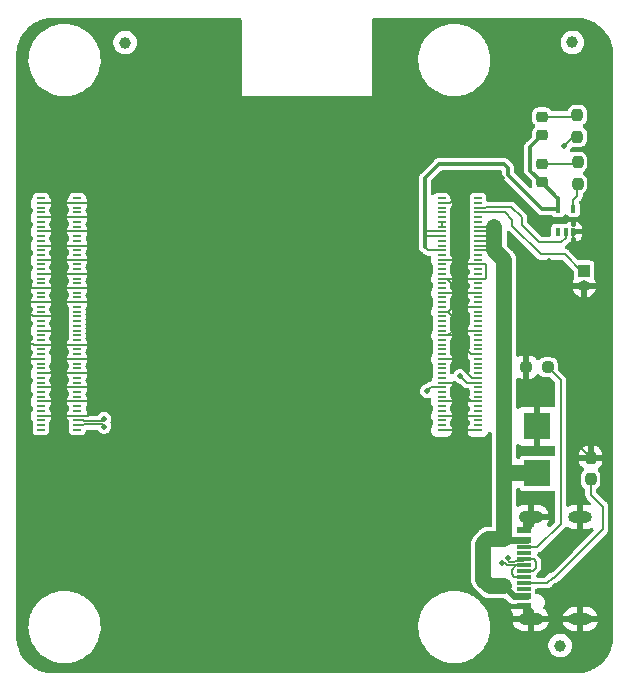
<source format=gtl>
G04 #@! TF.GenerationSoftware,KiCad,Pcbnew,(5.99.0-10613-g4d227d2d2b)*
G04 #@! TF.CreationDate,2021-06-17T11:01:31+05:30*
G04 #@! TF.ProjectId,rpi-cm4-base-carrier,7270692d-636d-4342-9d62-6173652d6361,v01*
G04 #@! TF.SameCoordinates,Original*
G04 #@! TF.FileFunction,Copper,L1,Top*
G04 #@! TF.FilePolarity,Positive*
%FSLAX46Y46*%
G04 Gerber Fmt 4.6, Leading zero omitted, Abs format (unit mm)*
G04 Created by KiCad (PCBNEW (5.99.0-10613-g4d227d2d2b)) date 2021-06-17 11:01:32*
%MOMM*%
%LPD*%
G01*
G04 APERTURE LIST*
G04 Aperture macros list*
%AMRoundRect*
0 Rectangle with rounded corners*
0 $1 Rounding radius*
0 $2 $3 $4 $5 $6 $7 $8 $9 X,Y pos of 4 corners*
0 Add a 4 corners polygon primitive as box body*
4,1,4,$2,$3,$4,$5,$6,$7,$8,$9,$2,$3,0*
0 Add four circle primitives for the rounded corners*
1,1,$1+$1,$2,$3*
1,1,$1+$1,$4,$5*
1,1,$1+$1,$6,$7*
1,1,$1+$1,$8,$9*
0 Add four rect primitives between the rounded corners*
20,1,$1+$1,$2,$3,$4,$5,0*
20,1,$1+$1,$4,$5,$6,$7,0*
20,1,$1+$1,$6,$7,$8,$9,0*
20,1,$1+$1,$8,$9,$2,$3,0*%
G04 Aperture macros list end*
G04 #@! TA.AperFunction,ComponentPad*
%ADD10R,1.000000X1.000000*%
G04 #@! TD*
G04 #@! TA.AperFunction,ComponentPad*
%ADD11O,1.000000X1.000000*%
G04 #@! TD*
G04 #@! TA.AperFunction,SMDPad,CuDef*
%ADD12C,1.000000*%
G04 #@! TD*
G04 #@! TA.AperFunction,SMDPad,CuDef*
%ADD13RoundRect,0.237500X0.250000X0.237500X-0.250000X0.237500X-0.250000X-0.237500X0.250000X-0.237500X0*%
G04 #@! TD*
G04 #@! TA.AperFunction,SMDPad,CuDef*
%ADD14R,2.260600X2.311400*%
G04 #@! TD*
G04 #@! TA.AperFunction,SMDPad,CuDef*
%ADD15R,0.400000X0.650000*%
G04 #@! TD*
G04 #@! TA.AperFunction,SMDPad,CuDef*
%ADD16RoundRect,0.237500X-0.237500X0.250000X-0.237500X-0.250000X0.237500X-0.250000X0.237500X0.250000X0*%
G04 #@! TD*
G04 #@! TA.AperFunction,SMDPad,CuDef*
%ADD17R,1.150000X0.600000*%
G04 #@! TD*
G04 #@! TA.AperFunction,SMDPad,CuDef*
%ADD18R,1.150000X0.300000*%
G04 #@! TD*
G04 #@! TA.AperFunction,ComponentPad*
%ADD19O,2.000000X1.000000*%
G04 #@! TD*
G04 #@! TA.AperFunction,ComponentPad*
%ADD20O,2.100000X1.050000*%
G04 #@! TD*
G04 #@! TA.AperFunction,SMDPad,CuDef*
%ADD21RoundRect,0.218750X-0.256250X0.218750X-0.256250X-0.218750X0.256250X-0.218750X0.256250X0.218750X0*%
G04 #@! TD*
G04 #@! TA.AperFunction,SMDPad,CuDef*
%ADD22RoundRect,0.237500X0.237500X-0.250000X0.237500X0.250000X-0.237500X0.250000X-0.237500X-0.250000X0*%
G04 #@! TD*
G04 #@! TA.AperFunction,SMDPad,CuDef*
%ADD23R,0.700000X0.200000*%
G04 #@! TD*
G04 #@! TA.AperFunction,ViaPad*
%ADD24C,0.508000*%
G04 #@! TD*
G04 #@! TA.AperFunction,Conductor*
%ADD25C,0.152400*%
G04 #@! TD*
G04 #@! TA.AperFunction,Conductor*
%ADD26C,0.200000*%
G04 #@! TD*
G04 #@! TA.AperFunction,Conductor*
%ADD27C,0.800000*%
G04 #@! TD*
G04 #@! TA.AperFunction,Conductor*
%ADD28C,1.350000*%
G04 #@! TD*
G04 #@! TA.AperFunction,Conductor*
%ADD29C,0.600000*%
G04 #@! TD*
G04 #@! TA.AperFunction,Conductor*
%ADD30C,0.300000*%
G04 #@! TD*
G04 APERTURE END LIST*
D10*
X173990000Y-99822000D03*
D11*
X173990000Y-101092000D03*
D12*
X135128000Y-80518000D03*
D13*
X170912500Y-108000000D03*
X169087500Y-108000000D03*
D12*
X171958000Y-131572000D03*
D14*
X170000000Y-116993900D03*
X170000000Y-113006100D03*
D15*
X171773750Y-96526250D03*
X172423750Y-96526250D03*
X173073750Y-96526250D03*
X173073750Y-94626250D03*
X171773750Y-94626250D03*
D16*
X173423750Y-86663750D03*
X173423750Y-88488750D03*
D17*
X168910000Y-128212500D03*
X168910000Y-127412500D03*
D18*
X168910000Y-126262500D03*
X168910000Y-125262500D03*
X168910000Y-124762500D03*
X168910000Y-123762500D03*
D17*
X168910000Y-121812500D03*
X168910000Y-122612500D03*
D18*
X168910000Y-123262500D03*
X168910000Y-124262500D03*
X168910000Y-125762500D03*
X168910000Y-126762500D03*
D19*
X173665000Y-129332500D03*
X173665000Y-120692500D03*
D20*
X169485000Y-129332500D03*
X169485000Y-120692500D03*
D21*
X170423750Y-90788750D03*
X170423750Y-92363750D03*
D16*
X173431200Y-90627200D03*
X173431200Y-92452200D03*
D21*
X170423750Y-86788750D03*
X170423750Y-88363750D03*
D22*
X174550000Y-117475000D03*
X174550000Y-115650000D03*
D12*
X173000000Y-80500000D03*
D23*
X165000000Y-113300000D03*
X161920000Y-113300000D03*
X165000000Y-112900000D03*
X161920000Y-112900000D03*
X165000000Y-112500000D03*
X161920000Y-112500000D03*
X165000000Y-112100000D03*
X161920000Y-112100000D03*
X165000000Y-111700000D03*
X161920000Y-111700000D03*
X165000000Y-111300000D03*
X161920000Y-111300000D03*
X165000000Y-110900000D03*
X161920000Y-110900000D03*
X165000000Y-110500000D03*
X161920000Y-110500000D03*
X165000000Y-110100000D03*
X161920000Y-110100000D03*
X165000000Y-109700000D03*
X161920000Y-109700000D03*
X165000000Y-109300000D03*
X161920000Y-109300000D03*
X165000000Y-108900000D03*
X161920000Y-108900000D03*
X165000000Y-108500000D03*
X161920000Y-108500000D03*
X165000000Y-108100000D03*
X161920000Y-108100000D03*
X165000000Y-107700000D03*
X161920000Y-107700000D03*
X165000000Y-107300000D03*
X161920000Y-107300000D03*
X165000000Y-106900000D03*
X161920000Y-106900000D03*
X165000000Y-106500000D03*
X161920000Y-106500000D03*
X165000000Y-106100000D03*
X161920000Y-106100000D03*
X165000000Y-105700000D03*
X161920000Y-105700000D03*
X165000000Y-105300000D03*
X161920000Y-105300000D03*
X165000000Y-104900000D03*
X161920000Y-104900000D03*
X165000000Y-104500000D03*
X161920000Y-104500000D03*
X165000000Y-104100000D03*
X161920000Y-104100000D03*
X165000000Y-103700000D03*
X161920000Y-103700000D03*
X165000000Y-103300000D03*
X161920000Y-103300000D03*
X165000000Y-102900000D03*
X161920000Y-102900000D03*
X165000000Y-102500000D03*
X161920000Y-102500000D03*
X165000000Y-102100000D03*
X161920000Y-102100000D03*
X165000000Y-101700000D03*
X161920000Y-101700000D03*
X165000000Y-101300000D03*
X161920000Y-101300000D03*
X165000000Y-100900000D03*
X161920000Y-100900000D03*
X165000000Y-100500000D03*
X161920000Y-100500000D03*
X165000000Y-100100000D03*
X161920000Y-100100000D03*
X165000000Y-99700000D03*
X161920000Y-99700000D03*
X165000000Y-99300000D03*
X161920000Y-99300000D03*
X165000000Y-98900000D03*
X161920000Y-98900000D03*
X165000000Y-98500000D03*
X161920000Y-98500000D03*
X165000000Y-98100000D03*
X161920000Y-98100000D03*
X165000000Y-97700000D03*
X161920000Y-97700000D03*
X165000000Y-97300000D03*
X161920000Y-97300000D03*
X165000000Y-96900000D03*
X161920000Y-96900000D03*
X165000000Y-96500000D03*
X161920000Y-96500000D03*
X165000000Y-96100000D03*
X161920000Y-96100000D03*
X165000000Y-95700000D03*
X161920000Y-95700000D03*
X165000000Y-95300000D03*
X161920000Y-95300000D03*
X165000000Y-94900000D03*
X161920000Y-94900000D03*
X165000000Y-94500000D03*
X161920000Y-94500000D03*
X165000000Y-94100000D03*
X161920000Y-94100000D03*
X165000000Y-93700000D03*
X161920000Y-93700000D03*
X131080000Y-113300000D03*
X128000000Y-113300000D03*
X131080000Y-112900000D03*
X128000000Y-112900000D03*
X131080000Y-112500000D03*
X128000000Y-112500000D03*
X131080000Y-112100000D03*
X128000000Y-112100000D03*
X131080000Y-111700000D03*
X128000000Y-111700000D03*
X131080000Y-111300000D03*
X128000000Y-111300000D03*
X131080000Y-110900000D03*
X128000000Y-110900000D03*
X131080000Y-110500000D03*
X128000000Y-110500000D03*
X131080000Y-110100000D03*
X128000000Y-110100000D03*
X131080000Y-109700000D03*
X128000000Y-109700000D03*
X131080000Y-109300000D03*
X128000000Y-109300000D03*
X131080000Y-108900000D03*
X128000000Y-108900000D03*
X131080000Y-108500000D03*
X128000000Y-108500000D03*
X131080000Y-108100000D03*
X128000000Y-108100000D03*
X131080000Y-107700000D03*
X128000000Y-107700000D03*
X131080000Y-107300000D03*
X128000000Y-107300000D03*
X131080000Y-106900000D03*
X128000000Y-106900000D03*
X131080000Y-106500000D03*
X128000000Y-106500000D03*
X131080000Y-106100000D03*
X128000000Y-106100000D03*
X131080000Y-105700000D03*
X128000000Y-105700000D03*
X131080000Y-105300000D03*
X128000000Y-105300000D03*
X131080000Y-104900000D03*
X128000000Y-104900000D03*
X131080000Y-104500000D03*
X128000000Y-104500000D03*
X131080000Y-104100000D03*
X128000000Y-104100000D03*
X131080000Y-103700000D03*
X128000000Y-103700000D03*
X131080000Y-103300000D03*
X128000000Y-103300000D03*
X131080000Y-102900000D03*
X128000000Y-102900000D03*
X131080000Y-102500000D03*
X128000000Y-102500000D03*
X131080000Y-102100000D03*
X128000000Y-102100000D03*
X131080000Y-101700000D03*
X128000000Y-101700000D03*
X131080000Y-101300000D03*
X128000000Y-101300000D03*
X131080000Y-100900000D03*
X128000000Y-100900000D03*
X131080000Y-100500000D03*
X128000000Y-100500000D03*
X131080000Y-100100000D03*
X128000000Y-100100000D03*
X131080000Y-99700000D03*
X128000000Y-99700000D03*
X131080000Y-99300000D03*
X128000000Y-99300000D03*
X131080000Y-98900000D03*
X128000000Y-98900000D03*
X131080000Y-98500000D03*
X128000000Y-98500000D03*
X131080000Y-98100000D03*
X128000000Y-98100000D03*
X131080000Y-97700000D03*
X128000000Y-97700000D03*
X131080000Y-97300000D03*
X128000000Y-97300000D03*
X131080000Y-96900000D03*
X128000000Y-96900000D03*
X131080000Y-96500000D03*
X128000000Y-96500000D03*
X131080000Y-96100000D03*
X128000000Y-96100000D03*
X131080000Y-95700000D03*
X128000000Y-95700000D03*
X131080000Y-95300000D03*
X128000000Y-95300000D03*
X131080000Y-94900000D03*
X128000000Y-94900000D03*
X131080000Y-94500000D03*
X128000000Y-94500000D03*
X131080000Y-94100000D03*
X128000000Y-94100000D03*
X131080000Y-93700000D03*
X128000000Y-93700000D03*
D24*
X155000000Y-130000000D03*
X171000000Y-103500000D03*
X127000000Y-92000000D03*
X171000000Y-80500000D03*
X144000000Y-82000000D03*
X145500000Y-86000000D03*
X128778000Y-88138000D03*
X157000000Y-82000000D03*
X131064000Y-125730000D03*
X171000000Y-101500000D03*
X139000000Y-82175000D03*
X144000000Y-84000000D03*
X155500000Y-86000000D03*
X133500000Y-92500000D03*
X144000000Y-80000000D03*
X133500000Y-97500000D03*
X173150000Y-114250000D03*
X157000000Y-84000000D03*
X147000000Y-130000000D03*
X129000000Y-116000000D03*
X138000000Y-130000000D03*
X153500000Y-86000000D03*
X175500000Y-90000000D03*
X157000000Y-80000000D03*
X131238000Y-123730000D03*
X147500000Y-86000000D03*
X151500000Y-86000000D03*
X163000000Y-121000000D03*
X167000000Y-92000000D03*
X149500000Y-86000000D03*
X169000000Y-110000000D03*
X174023750Y-96476250D03*
X127000000Y-101092000D03*
X171000000Y-99000000D03*
X160700000Y-110000000D03*
X172310000Y-89240000D03*
X163500000Y-108760000D03*
X167066513Y-124583487D03*
X133350000Y-113030200D03*
X133350000Y-113030200D03*
X167066513Y-124583487D03*
X133350000Y-112369800D03*
X133350000Y-112369800D03*
X167533487Y-124116513D03*
X167533487Y-124116513D03*
D25*
X169728500Y-124262500D02*
X168910000Y-124262500D01*
X169926000Y-124460000D02*
X169728500Y-124262500D01*
X169926000Y-124968000D02*
X169926000Y-124460000D01*
X168910000Y-125262500D02*
X169631500Y-125262500D01*
X169631500Y-125262500D02*
X169926000Y-124968000D01*
D26*
X171408000Y-101092000D02*
X171000000Y-101500000D01*
X173990000Y-101092000D02*
X171408000Y-101092000D01*
X172360489Y-98446489D02*
X173736000Y-99822000D01*
X170328489Y-98446489D02*
X172360489Y-98446489D01*
X167894000Y-96012000D02*
X170328489Y-98446489D01*
X167290000Y-94900000D02*
X167894000Y-95504000D01*
X165000000Y-94900000D02*
X167290000Y-94900000D01*
X173736000Y-99822000D02*
X173990000Y-99822000D01*
X167894000Y-95504000D02*
X167894000Y-96012000D01*
X131080000Y-107300000D02*
X132200000Y-107300000D01*
X162810880Y-105300000D02*
X164410880Y-106900000D01*
X127000000Y-103400000D02*
X127000000Y-102700000D01*
X162909120Y-102900000D02*
X162509120Y-103300000D01*
X161920000Y-101700000D02*
X163600000Y-101700000D01*
X162508631Y-107300489D02*
X161920489Y-107300489D01*
X163100000Y-98900000D02*
X161920000Y-98900000D01*
X161920000Y-100500000D02*
X162400000Y-100500000D01*
X164410880Y-106900000D02*
X165000000Y-106900000D01*
X162810880Y-109300000D02*
X163405440Y-109894560D01*
X128000000Y-108500000D02*
X128786800Y-108500000D01*
X173073750Y-96526250D02*
X173973750Y-96526250D01*
X131088911Y-110900000D02*
X131089400Y-110900489D01*
X163700000Y-102900000D02*
X165000000Y-102900000D01*
X128000000Y-98900000D02*
X131080000Y-98900000D01*
X128000000Y-97700000D02*
X131080000Y-97700000D01*
X161920489Y-107300489D02*
X161920000Y-107300000D01*
X131080000Y-100100000D02*
X132100000Y-100100000D01*
X164109120Y-104900000D02*
X165000000Y-104900000D01*
X173973750Y-96526250D02*
X174023750Y-96476250D01*
X161920000Y-105300000D02*
X162810880Y-105300000D01*
X163500000Y-101600000D02*
X163500000Y-102700000D01*
X162509120Y-103300000D02*
X164109120Y-104900000D01*
X131080000Y-110900000D02*
X132200000Y-110900000D01*
D27*
X169720000Y-120680000D02*
X169150000Y-121250000D01*
D26*
X165000000Y-113300000D02*
X164410880Y-113300000D01*
X126900000Y-106200000D02*
X127060391Y-106039609D01*
X131080000Y-109700000D02*
X132200000Y-109700000D01*
X132200000Y-107300000D02*
X132200000Y-108500000D01*
X129438400Y-104013000D02*
X129438400Y-104546400D01*
X128000000Y-103700000D02*
X129125400Y-103700000D01*
X162509120Y-105300000D02*
X161920000Y-105300000D01*
X165000000Y-99300000D02*
X165589120Y-99300000D01*
X164459197Y-108900000D02*
X165000000Y-108900000D01*
X169145000Y-121800000D02*
X169150000Y-121795000D01*
X132100000Y-100100000D02*
X132200000Y-100200000D01*
X161920000Y-107300000D02*
X162859197Y-107300000D01*
X128000000Y-101300000D02*
X127208000Y-101300000D01*
X131080489Y-110900489D02*
X131080000Y-110900000D01*
X131080000Y-102500000D02*
X132100000Y-102500000D01*
X131080489Y-96499511D02*
X131080000Y-96500000D01*
X131080000Y-98900000D02*
X132200000Y-98900000D01*
X165649511Y-99360391D02*
X165649511Y-100439609D01*
X131080000Y-108500000D02*
X132200000Y-108500000D01*
X170000000Y-111000000D02*
X169000000Y-110000000D01*
X163500000Y-112200000D02*
X163500000Y-109989120D01*
X131080000Y-106100000D02*
X132200000Y-106100000D01*
X163500000Y-112389120D02*
X163500000Y-112200000D01*
X128000000Y-95300000D02*
X131080000Y-95300000D01*
X161920000Y-110900000D02*
X165000000Y-110900000D01*
X165000000Y-102900000D02*
X162909120Y-102900000D01*
X165589120Y-100500000D02*
X165000000Y-100500000D01*
X131080000Y-101300000D02*
X132200000Y-101300000D01*
X129438400Y-104546400D02*
X129084800Y-104900000D01*
X131080000Y-95300000D02*
X132200000Y-95300000D01*
X132200000Y-98900000D02*
X132200000Y-100200000D01*
X128000000Y-109700000D02*
X131080000Y-109700000D01*
X164700000Y-92000000D02*
X167000000Y-92000000D01*
X132200000Y-95300000D02*
X132200000Y-96500000D01*
X131080000Y-97700000D02*
X132200000Y-97700000D01*
X130026800Y-106100000D02*
X131080000Y-106100000D01*
X132200000Y-108500000D02*
X132200000Y-109700000D01*
X165649511Y-100439609D02*
X165589120Y-100500000D01*
X164410880Y-110900000D02*
X165000000Y-110900000D01*
X165589120Y-99300000D02*
X165649511Y-99360391D01*
X132200000Y-94100000D02*
X132200000Y-95300000D01*
X161920000Y-94100000D02*
X162600000Y-94100000D01*
X173150000Y-114250000D02*
X174550000Y-115650000D01*
X131080000Y-94100000D02*
X132200000Y-94100000D01*
X165000000Y-104900000D02*
X162909120Y-104900000D01*
X165000000Y-99300000D02*
X163500000Y-99300000D01*
X128000000Y-110900000D02*
X131088911Y-110900000D01*
X163500000Y-102700000D02*
X163700000Y-102900000D01*
X132200000Y-109700000D02*
X132200000Y-110900000D01*
X161920000Y-113300000D02*
X163500000Y-113300000D01*
X131241311Y-96500000D02*
X131241800Y-96499511D01*
X126900000Y-107200000D02*
X126900000Y-106200000D01*
X131080000Y-96500000D02*
X132200000Y-96500000D01*
X132200000Y-97700000D02*
X132200000Y-98900000D01*
X163500000Y-109989120D02*
X162946489Y-109435609D01*
X163500000Y-113300000D02*
X165000000Y-113300000D01*
X162859197Y-107300000D02*
X164459197Y-108900000D01*
X127060391Y-106039609D02*
X127350489Y-106039609D01*
D27*
X169145000Y-128745000D02*
X169720000Y-129320000D01*
D26*
X128000000Y-112100000D02*
X131080000Y-112100000D01*
X132100000Y-102500000D02*
X132200000Y-102600000D01*
X127350489Y-106039609D02*
X127410880Y-106100000D01*
X163405440Y-109894560D02*
X164410880Y-110900000D01*
X131089400Y-110900489D02*
X131080489Y-110900489D01*
X131241800Y-96499511D02*
X131080489Y-96499511D01*
X162400000Y-100500000D02*
X163500000Y-101600000D01*
D27*
X169150000Y-121250000D02*
X169150000Y-121500000D01*
D26*
X169150000Y-121795000D02*
X169150000Y-121500000D01*
X170000000Y-113006100D02*
X170000000Y-111000000D01*
X128826800Y-104900000D02*
X130026800Y-106100000D01*
X162909120Y-104900000D02*
X162509120Y-105300000D01*
X127410880Y-106100000D02*
X128000000Y-106100000D01*
X163600000Y-101700000D02*
X165000000Y-101700000D01*
X127300000Y-103700000D02*
X127000000Y-103400000D01*
X128000000Y-102500000D02*
X131080000Y-102500000D01*
X161920000Y-103300000D02*
X162509120Y-103300000D01*
X132200000Y-102600000D02*
X132200000Y-106100000D01*
X127000000Y-107300000D02*
X126900000Y-107200000D01*
X132200000Y-96500000D02*
X132200000Y-97700000D01*
X132200000Y-106100000D02*
X132200000Y-107300000D01*
X128000000Y-106100000D02*
X131080000Y-106100000D01*
X129084800Y-104900000D02*
X128000000Y-104900000D01*
X163500000Y-113300000D02*
X163500000Y-112200000D01*
X128000000Y-100100000D02*
X131080000Y-100100000D01*
X132200000Y-100200000D02*
X132200000Y-101300000D01*
X161920000Y-100500000D02*
X165000000Y-100500000D01*
X128000000Y-94100000D02*
X131080000Y-94100000D01*
X132200000Y-110900000D02*
X132200000Y-111900000D01*
X127208000Y-101300000D02*
X127000000Y-101092000D01*
X132200000Y-101300000D02*
X132200000Y-102600000D01*
X128786800Y-108500000D02*
X129986800Y-107300000D01*
D27*
X169145000Y-128495000D02*
X169145000Y-128745000D01*
D26*
X132000000Y-112100000D02*
X131080000Y-112100000D01*
X128000000Y-104900000D02*
X128826800Y-104900000D01*
X129986800Y-107300000D02*
X131080000Y-107300000D01*
X127000000Y-102700000D02*
X127200000Y-102500000D01*
X127200000Y-102500000D02*
X128000000Y-102500000D01*
X129125400Y-103700000D02*
X129438400Y-104013000D01*
X161920000Y-109300000D02*
X162810880Y-109300000D01*
X132200000Y-111900000D02*
X132000000Y-112100000D01*
X128000000Y-103700000D02*
X127300000Y-103700000D01*
X131080000Y-108500000D02*
X128000000Y-108500000D01*
X128000000Y-96500000D02*
X131241311Y-96500000D01*
X163500000Y-99300000D02*
X163100000Y-98900000D01*
X162600000Y-94100000D02*
X164700000Y-92000000D01*
X161920000Y-112100000D02*
X165000000Y-112100000D01*
X128000000Y-101300000D02*
X131080000Y-101300000D01*
X163500000Y-101600000D02*
X163600000Y-101700000D01*
X128000000Y-107300000D02*
X127000000Y-107300000D01*
X163500000Y-109989120D02*
X163405440Y-109894560D01*
X165000000Y-96500000D02*
X166000000Y-96500000D01*
D28*
X170000000Y-116993900D02*
X168606100Y-116993900D01*
D26*
X165000000Y-97300000D02*
X166000000Y-97300000D01*
D28*
X165850000Y-122550000D02*
X165450000Y-122950000D01*
D26*
X166000000Y-97700000D02*
X166400000Y-98100000D01*
D29*
X169145000Y-122600000D02*
X167250000Y-122600000D01*
D28*
X166400000Y-96900000D02*
X166400000Y-96100000D01*
D26*
X165000000Y-97700000D02*
X166000000Y-97700000D01*
D28*
X167200000Y-122550000D02*
X165850000Y-122550000D01*
X166400000Y-98100000D02*
X166400000Y-96900000D01*
D29*
X167250000Y-122600000D02*
X167200000Y-122550000D01*
D26*
X165000000Y-96100000D02*
X166400000Y-96100000D01*
D28*
X165450000Y-122950000D02*
X165450000Y-126000000D01*
X168606100Y-116993900D02*
X167506100Y-116993900D01*
X167200000Y-119793900D02*
X167200000Y-122550000D01*
D29*
X168050000Y-127400000D02*
X167200000Y-126550000D01*
D28*
X166000000Y-126550000D02*
X167200000Y-126550000D01*
D26*
X166000000Y-97300000D02*
X166400000Y-96900000D01*
D28*
X167506100Y-116993900D02*
X167200000Y-117300000D01*
D29*
X169145000Y-127400000D02*
X168050000Y-127400000D01*
D26*
X167200000Y-119793900D02*
X167206100Y-119793900D01*
X165000000Y-96900000D02*
X166400000Y-96900000D01*
X166000000Y-96500000D02*
X166400000Y-96100000D01*
X165000000Y-98100000D02*
X166400000Y-98100000D01*
D28*
X167200000Y-117300000D02*
X167200000Y-98900000D01*
X167200000Y-98900000D02*
X166400000Y-98100000D01*
X167200000Y-119793900D02*
X167200000Y-117300000D01*
X165450000Y-126000000D02*
X166000000Y-126550000D01*
D30*
X167540000Y-91720000D02*
X167540000Y-91110000D01*
X160500000Y-96500000D02*
X160500000Y-92020000D01*
X170423750Y-92363750D02*
X171723750Y-93663750D01*
X170446250Y-94626250D02*
X167540000Y-91720000D01*
D26*
X160800000Y-98100000D02*
X160500000Y-97800000D01*
D30*
X171773750Y-94626250D02*
X170446250Y-94626250D01*
X171773750Y-93713750D02*
X171773750Y-94626250D01*
X160500000Y-97800000D02*
X160500000Y-96800000D01*
D26*
X160600000Y-96900000D02*
X160500000Y-96800000D01*
X161920000Y-98100000D02*
X160800000Y-98100000D01*
X161920000Y-96900000D02*
X160600000Y-96900000D01*
D30*
X169423750Y-91363750D02*
X170423750Y-92363750D01*
X167240000Y-90810000D02*
X161710000Y-90810000D01*
X161710000Y-90810000D02*
X160500000Y-92020000D01*
X170423750Y-88363750D02*
X169423750Y-89363750D01*
X167540000Y-91110000D02*
X167240000Y-90810000D01*
X169423750Y-89363750D02*
X169423750Y-91363750D01*
D26*
X161920000Y-96500000D02*
X160500000Y-96500000D01*
D30*
X160500000Y-96800000D02*
X160500000Y-96500000D01*
D26*
X170423750Y-86788750D02*
X173298750Y-86788750D01*
X173298750Y-86788750D02*
X173423750Y-86663750D01*
X170423750Y-90788750D02*
X173298750Y-90788750D01*
X173298750Y-90788750D02*
X173423750Y-90663750D01*
X161000000Y-109700000D02*
X160700000Y-110000000D01*
X161300000Y-109700000D02*
X161000000Y-109700000D01*
X161920000Y-109700000D02*
X161300000Y-109700000D01*
X163500000Y-108760000D02*
X164040000Y-109300000D01*
X173423750Y-88488750D02*
X173061250Y-88488750D01*
X173436250Y-88476250D02*
X173423750Y-88488750D01*
X173061250Y-88488750D02*
X172310000Y-89240000D01*
X164040000Y-109300000D02*
X165000000Y-109300000D01*
X172423750Y-97051250D02*
X172075000Y-97400000D01*
X165589120Y-94500000D02*
X165000000Y-94500000D01*
X172423750Y-96526250D02*
X172423750Y-96825530D01*
X170140000Y-97400000D02*
X168700000Y-95960000D01*
X168700000Y-95960000D02*
X168700000Y-95300000D01*
X172423750Y-96526250D02*
X172423750Y-97051250D01*
X165649511Y-94439609D02*
X165589120Y-94500000D01*
X167839609Y-94439609D02*
X165649511Y-94439609D01*
X172075000Y-97400000D02*
X170140000Y-97400000D01*
X168700000Y-95300000D02*
X167839609Y-94439609D01*
D25*
X168237500Y-124762500D02*
X167850000Y-125150000D01*
X168062500Y-125762500D02*
X168910000Y-125762500D01*
X131605001Y-112900000D02*
X131652601Y-112852400D01*
X167286240Y-124583487D02*
X167066513Y-124583487D01*
X131652601Y-112852400D02*
X133172201Y-112852401D01*
X168910000Y-124762500D02*
X167496973Y-124762500D01*
X167850000Y-125150000D02*
X167850000Y-125550000D01*
X167333567Y-124599094D02*
X167301847Y-124599094D01*
X167496973Y-124762500D02*
X167333567Y-124599094D01*
X167850000Y-125550000D02*
X168062500Y-125762500D01*
X133172201Y-112852401D02*
X133350000Y-113030200D01*
X131080000Y-112900000D02*
X131605001Y-112900000D01*
X167301847Y-124599094D02*
X167286240Y-124583487D01*
X168910000Y-124762500D02*
X168237500Y-124762500D01*
X133172201Y-112547599D02*
X133350000Y-112369800D01*
X168079200Y-124457700D02*
X167623227Y-124457700D01*
X131080000Y-112500000D02*
X131605001Y-112500000D01*
X131605001Y-112500000D02*
X131652601Y-112547600D01*
X167533487Y-124367960D02*
X167533487Y-124116513D01*
X168152511Y-124384389D02*
X168079200Y-124457700D01*
X168788111Y-124384389D02*
X168152511Y-124384389D01*
X131652601Y-112547600D02*
X133172201Y-112547599D01*
X167623227Y-124457700D02*
X167533487Y-124367960D01*
X168910000Y-124262500D02*
X168788111Y-124384389D01*
D26*
X161920000Y-96100000D02*
X161920000Y-95700000D01*
X168910000Y-126262500D02*
X170887500Y-126262500D01*
X174550000Y-118800000D02*
X174550000Y-117475000D01*
X175600000Y-119850000D02*
X175600000Y-121700000D01*
X175600000Y-121700000D02*
X171475000Y-125825000D01*
X171475000Y-125825000D02*
X171325000Y-125825000D01*
X170887500Y-126262500D02*
X171325000Y-125825000D01*
X175600000Y-119800000D02*
X175600000Y-119850000D01*
X175600000Y-119850000D02*
X174550000Y-118800000D01*
X173073750Y-93826250D02*
X173423750Y-93476250D01*
X173073750Y-94626250D02*
X173073750Y-93826250D01*
X173423750Y-93476250D02*
X173423750Y-92488750D01*
X172000000Y-121255002D02*
X172000000Y-109087500D01*
X169145000Y-123250000D02*
X170005002Y-123250000D01*
X170005002Y-123250000D02*
X172000000Y-121255002D01*
X172000000Y-109087500D02*
X170912500Y-108000000D01*
G04 #@! TA.AperFunction,Conductor*
G36*
X144906862Y-78434931D02*
G01*
X144969199Y-78490157D01*
X144998731Y-78568027D01*
X145000000Y-78589000D01*
X145000000Y-85000000D01*
X156000000Y-85000000D01*
X156000000Y-82106635D01*
X159946361Y-82106635D01*
X159978062Y-82451632D01*
X160048614Y-82790822D01*
X160157109Y-83119844D01*
X160302154Y-83434470D01*
X160304710Y-83438683D01*
X160304711Y-83438684D01*
X160479317Y-83726427D01*
X160481882Y-83730654D01*
X160693985Y-84004588D01*
X160935734Y-84252751D01*
X160957677Y-84270679D01*
X161200205Y-84468833D01*
X161200212Y-84468838D01*
X161204022Y-84471951D01*
X161208158Y-84474611D01*
X161208163Y-84474615D01*
X161491245Y-84656700D01*
X161491253Y-84656704D01*
X161495400Y-84659372D01*
X161806121Y-84812603D01*
X161810749Y-84814265D01*
X161810757Y-84814268D01*
X162127550Y-84928008D01*
X162127555Y-84928009D01*
X162132191Y-84929674D01*
X162136983Y-84930802D01*
X162136992Y-84930805D01*
X162341124Y-84978871D01*
X162469418Y-85009080D01*
X162813466Y-85049801D01*
X162818404Y-85049823D01*
X162818411Y-85049823D01*
X162985817Y-85050553D01*
X163159913Y-85051313D01*
X163306664Y-85035241D01*
X163499403Y-85014133D01*
X163499409Y-85014132D01*
X163504303Y-85013596D01*
X163509103Y-85012510D01*
X163509108Y-85012509D01*
X163648485Y-84980971D01*
X163842210Y-84937135D01*
X163846851Y-84935514D01*
X163846859Y-84935512D01*
X164035554Y-84869616D01*
X164169289Y-84822914D01*
X164481336Y-84672401D01*
X164485495Y-84669777D01*
X164485502Y-84669773D01*
X164770163Y-84490164D01*
X164774338Y-84487530D01*
X165044529Y-84270679D01*
X165288434Y-84024636D01*
X165301451Y-84008125D01*
X165499856Y-83756448D01*
X165502919Y-83752563D01*
X165685226Y-83457959D01*
X165833010Y-83144610D01*
X165944373Y-82816547D01*
X165948942Y-82795503D01*
X166016834Y-82482814D01*
X166016835Y-82482810D01*
X166017882Y-82477986D01*
X166052592Y-82133279D01*
X166053174Y-82106635D01*
X166055426Y-82003400D01*
X166055426Y-82003395D01*
X166055500Y-82000000D01*
X166042168Y-81765204D01*
X166036139Y-81659038D01*
X166036139Y-81659037D01*
X166035859Y-81654108D01*
X165977188Y-81312662D01*
X165880241Y-80980053D01*
X165857419Y-80925628D01*
X165748171Y-80665101D01*
X165748167Y-80665093D01*
X165746265Y-80660557D01*
X165711299Y-80598120D01*
X171999299Y-80598120D01*
X172039468Y-80797334D01*
X172118874Y-80984403D01*
X172234273Y-81151685D01*
X172380952Y-81292345D01*
X172552919Y-81400638D01*
X172743149Y-81472141D01*
X172751856Y-81473520D01*
X172888190Y-81495113D01*
X172943871Y-81503932D01*
X173089623Y-81497313D01*
X173138078Y-81495113D01*
X173146886Y-81494713D01*
X173155428Y-81492552D01*
X173155432Y-81492551D01*
X173248350Y-81469039D01*
X173343901Y-81444861D01*
X173500715Y-81369054D01*
X173518927Y-81360250D01*
X173518928Y-81360249D01*
X173526868Y-81356411D01*
X173584090Y-81312662D01*
X173628586Y-81278642D01*
X173688312Y-81232978D01*
X173821639Y-81079603D01*
X173908400Y-80925628D01*
X173917078Y-80910227D01*
X173917079Y-80910225D01*
X173921403Y-80902551D01*
X173965558Y-80765022D01*
X173980834Y-80717444D01*
X173980835Y-80717440D01*
X173983527Y-80709055D01*
X173985480Y-80691082D01*
X174000411Y-80553631D01*
X174005475Y-80507020D01*
X174005500Y-80500000D01*
X174004562Y-80490759D01*
X173994402Y-80390746D01*
X173984963Y-80297816D01*
X173929046Y-80119382D01*
X173926828Y-80112305D01*
X173926827Y-80112303D01*
X173924191Y-80103891D01*
X173825666Y-79926148D01*
X173693412Y-79771845D01*
X173686449Y-79766444D01*
X173686447Y-79766442D01*
X173551019Y-79661394D01*
X173532834Y-79647288D01*
X173524923Y-79643395D01*
X173524921Y-79643394D01*
X173358401Y-79561456D01*
X173358399Y-79561455D01*
X173350489Y-79557563D01*
X173187154Y-79515017D01*
X173162358Y-79508558D01*
X173162356Y-79508558D01*
X173153827Y-79506336D01*
X172950882Y-79495700D01*
X172749942Y-79526090D01*
X172559218Y-79596263D01*
X172386499Y-79703353D01*
X172380095Y-79709409D01*
X172245255Y-79836921D01*
X172238841Y-79842986D01*
X172233785Y-79850207D01*
X172233784Y-79850208D01*
X172162612Y-79951853D01*
X172122277Y-80009457D01*
X172041567Y-80195967D01*
X172039766Y-80204588D01*
X172039765Y-80204591D01*
X172006756Y-80362598D01*
X172000008Y-80394897D01*
X171999977Y-80403710D01*
X171999977Y-80403712D01*
X171999758Y-80466504D01*
X171999299Y-80598120D01*
X165711299Y-80598120D01*
X165576983Y-80358281D01*
X165412863Y-80130305D01*
X165377453Y-80081118D01*
X165377452Y-80081117D01*
X165374569Y-80077112D01*
X165141628Y-79820663D01*
X164881154Y-79592233D01*
X164660351Y-79439057D01*
X164600545Y-79397568D01*
X164600542Y-79397566D01*
X164596494Y-79394758D01*
X164477230Y-79330675D01*
X164295658Y-79233113D01*
X164295654Y-79233111D01*
X164291310Y-79230777D01*
X163969524Y-79102397D01*
X163964763Y-79101099D01*
X163964760Y-79101098D01*
X163640044Y-79012570D01*
X163640036Y-79012568D01*
X163635274Y-79011270D01*
X163371297Y-78970640D01*
X163297737Y-78959318D01*
X163297735Y-78959318D01*
X163292857Y-78958567D01*
X163287927Y-78958373D01*
X163287924Y-78958373D01*
X163034913Y-78948432D01*
X162946674Y-78944965D01*
X162766249Y-78958373D01*
X162606088Y-78970275D01*
X162606087Y-78970275D01*
X162601177Y-78970640D01*
X162260808Y-79035261D01*
X162121176Y-79078618D01*
X161934661Y-79136532D01*
X161934655Y-79136534D01*
X161929941Y-79137998D01*
X161612832Y-79277530D01*
X161484171Y-79352563D01*
X161317826Y-79449572D01*
X161317821Y-79449575D01*
X161313557Y-79452062D01*
X161230396Y-79514161D01*
X161039916Y-79656398D01*
X161039911Y-79656402D01*
X161035962Y-79659351D01*
X161032368Y-79662732D01*
X160811918Y-79870112D01*
X160783619Y-79896733D01*
X160559769Y-80161154D01*
X160367292Y-80449217D01*
X160208662Y-80757216D01*
X160206916Y-80761825D01*
X160206914Y-80761829D01*
X160156777Y-80894163D01*
X160085918Y-81081193D01*
X160000638Y-81416983D01*
X159953919Y-81760268D01*
X159946361Y-82106635D01*
X156000000Y-82106635D01*
X156000000Y-78589000D01*
X156019931Y-78508138D01*
X156075157Y-78445801D01*
X156153027Y-78416269D01*
X156174000Y-78415000D01*
X173250025Y-78415000D01*
X173277336Y-78418080D01*
X173277949Y-78418304D01*
X173287429Y-78419245D01*
X173459614Y-78421406D01*
X173466500Y-78421628D01*
X173542114Y-78425591D01*
X173551173Y-78426304D01*
X173633253Y-78434931D01*
X173799344Y-78452388D01*
X173808374Y-78453577D01*
X173865965Y-78462698D01*
X173874917Y-78464357D01*
X174118996Y-78516237D01*
X174127839Y-78518361D01*
X174184186Y-78533460D01*
X174192918Y-78536046D01*
X174430212Y-78613147D01*
X174438800Y-78616188D01*
X174493282Y-78637102D01*
X174501697Y-78640588D01*
X174600037Y-78684372D01*
X174729614Y-78742063D01*
X174737791Y-78745963D01*
X174789825Y-78772476D01*
X174797816Y-78776815D01*
X175013888Y-78901565D01*
X175021655Y-78906324D01*
X175070580Y-78938096D01*
X175078087Y-78943256D01*
X175117045Y-78971560D01*
X175279944Y-79089913D01*
X175287142Y-79095436D01*
X175294134Y-79101098D01*
X175332508Y-79132173D01*
X175339434Y-79138088D01*
X175524829Y-79305019D01*
X175531437Y-79311289D01*
X175572713Y-79352565D01*
X175578983Y-79359173D01*
X175745912Y-79544566D01*
X175751827Y-79551492D01*
X175788564Y-79596858D01*
X175794087Y-79604056D01*
X175873185Y-79712925D01*
X175940744Y-79805913D01*
X175945904Y-79813420D01*
X175977676Y-79862345D01*
X175982435Y-79870112D01*
X176107184Y-80086183D01*
X176111531Y-80094189D01*
X176138014Y-80146165D01*
X176141936Y-80154387D01*
X176243423Y-80382330D01*
X176246909Y-80390746D01*
X176267810Y-80445195D01*
X176270851Y-80453783D01*
X176347955Y-80691088D01*
X176350541Y-80699819D01*
X176365637Y-80756155D01*
X176367764Y-80765010D01*
X176419650Y-81009114D01*
X176421303Y-81018038D01*
X176430424Y-81075633D01*
X176431613Y-81084661D01*
X176457694Y-81332809D01*
X176458408Y-81341889D01*
X176462370Y-81417478D01*
X176462594Y-81424384D01*
X176464407Y-81568879D01*
X176465674Y-81575945D01*
X176465675Y-81575951D01*
X176466267Y-81579250D01*
X176469000Y-81609969D01*
X176469000Y-130700025D01*
X176465920Y-130727336D01*
X176465696Y-130727949D01*
X176464755Y-130737429D01*
X176463763Y-130816547D01*
X176462595Y-130909595D01*
X176462370Y-130916520D01*
X176458408Y-130992108D01*
X176457694Y-131001187D01*
X176431616Y-131249320D01*
X176430427Y-131258353D01*
X176421300Y-131315978D01*
X176419641Y-131324930D01*
X176367762Y-131568996D01*
X176365635Y-131577854D01*
X176350544Y-131634174D01*
X176347957Y-131642907D01*
X176274985Y-131867496D01*
X176270850Y-131880221D01*
X176267808Y-131888811D01*
X176246908Y-131943255D01*
X176243423Y-131951669D01*
X176141944Y-132179597D01*
X176138022Y-132187820D01*
X176111525Y-132239823D01*
X176107187Y-132247812D01*
X175982409Y-132463934D01*
X175977688Y-132471637D01*
X175945893Y-132520597D01*
X175940770Y-132528052D01*
X175794087Y-132729944D01*
X175788555Y-132737153D01*
X175751827Y-132782508D01*
X175745911Y-132789435D01*
X175578990Y-132974820D01*
X175572720Y-132981428D01*
X175531429Y-133022719D01*
X175524820Y-133028990D01*
X175339422Y-133195922D01*
X175332494Y-133201838D01*
X175287165Y-133238544D01*
X175279940Y-133244089D01*
X175078077Y-133390751D01*
X175070570Y-133395910D01*
X175021657Y-133427675D01*
X175013889Y-133432435D01*
X174797817Y-133557184D01*
X174789811Y-133561531D01*
X174737835Y-133588014D01*
X174729613Y-133591936D01*
X174501668Y-133693424D01*
X174493256Y-133696908D01*
X174438811Y-133717808D01*
X174430224Y-133720849D01*
X174192899Y-133797960D01*
X174184175Y-133800544D01*
X174127845Y-133815638D01*
X174119000Y-133817762D01*
X173874915Y-133869644D01*
X173865984Y-133871299D01*
X173808365Y-133880425D01*
X173799341Y-133881613D01*
X173551189Y-133907694D01*
X173542110Y-133908408D01*
X173466522Y-133912370D01*
X173459616Y-133912594D01*
X173315121Y-133914407D01*
X173304704Y-133916276D01*
X173274011Y-133919009D01*
X168748566Y-133919532D01*
X165848367Y-133919867D01*
X140151685Y-133922839D01*
X129124815Y-133924114D01*
X129097512Y-133921036D01*
X129096925Y-133920822D01*
X129087445Y-133919881D01*
X128915257Y-133917720D01*
X128908373Y-133917498D01*
X128832756Y-133913535D01*
X128823700Y-133912822D01*
X128575552Y-133886742D01*
X128566523Y-133885553D01*
X128508897Y-133876426D01*
X128499944Y-133874767D01*
X128255874Y-133822887D01*
X128247020Y-133820761D01*
X128190700Y-133805670D01*
X128181967Y-133803083D01*
X127944653Y-133725976D01*
X127936063Y-133722934D01*
X127881619Y-133702034D01*
X127873205Y-133698549D01*
X127645277Y-133597070D01*
X127637054Y-133593148D01*
X127585051Y-133566651D01*
X127577062Y-133562313D01*
X127360940Y-133437535D01*
X127353237Y-133432814D01*
X127304277Y-133401019D01*
X127296822Y-133395896D01*
X127094930Y-133249213D01*
X127087721Y-133243681D01*
X127042366Y-133206953D01*
X127035439Y-133201037D01*
X126850054Y-133034116D01*
X126843446Y-133027846D01*
X126802155Y-132986555D01*
X126795884Y-132979946D01*
X126744828Y-132923242D01*
X126628948Y-132794543D01*
X126623036Y-132787620D01*
X126586330Y-132742291D01*
X126580785Y-132735066D01*
X126434123Y-132533203D01*
X126428964Y-132525696D01*
X126397199Y-132476783D01*
X126392439Y-132469015D01*
X126267690Y-132252943D01*
X126263343Y-132244937D01*
X126236860Y-132192961D01*
X126232938Y-132184739D01*
X126131450Y-131956794D01*
X126127964Y-131948378D01*
X126125998Y-131943255D01*
X126107066Y-131893936D01*
X126104025Y-131885350D01*
X126026914Y-131648025D01*
X126024327Y-131639291D01*
X126022956Y-131634174D01*
X126009236Y-131582971D01*
X126007112Y-131574124D01*
X125981797Y-131455029D01*
X125955230Y-131330041D01*
X125953572Y-131321094D01*
X125944450Y-131263499D01*
X125943261Y-131254467D01*
X125917180Y-131006315D01*
X125916466Y-130997236D01*
X125912504Y-130921648D01*
X125912279Y-130914722D01*
X125912207Y-130908927D01*
X125910467Y-130770247D01*
X125909200Y-130763181D01*
X125909199Y-130763175D01*
X125908607Y-130759876D01*
X125905874Y-130729157D01*
X125905874Y-130106635D01*
X126946361Y-130106635D01*
X126953125Y-130180244D01*
X126970148Y-130365500D01*
X126978062Y-130451632D01*
X126983544Y-130477986D01*
X127037010Y-130735032D01*
X127048614Y-130790822D01*
X127157109Y-131119844D01*
X127159175Y-131124326D01*
X127159176Y-131124328D01*
X127285702Y-131398784D01*
X127302154Y-131434470D01*
X127304710Y-131438683D01*
X127304711Y-131438684D01*
X127321831Y-131466897D01*
X127481882Y-131730654D01*
X127693985Y-132004588D01*
X127736556Y-132048288D01*
X127921505Y-132238144D01*
X127935734Y-132252751D01*
X128031156Y-132330714D01*
X128200205Y-132468833D01*
X128200212Y-132468838D01*
X128204022Y-132471951D01*
X128208158Y-132474611D01*
X128208163Y-132474615D01*
X128491245Y-132656700D01*
X128491253Y-132656704D01*
X128495400Y-132659372D01*
X128638469Y-132729926D01*
X128755461Y-132787620D01*
X128806121Y-132812603D01*
X128810749Y-132814265D01*
X128810757Y-132814268D01*
X129127550Y-132928008D01*
X129127555Y-132928009D01*
X129132191Y-132929674D01*
X129136983Y-132930802D01*
X129136992Y-132930805D01*
X129365154Y-132984529D01*
X129469418Y-133009080D01*
X129813466Y-133049801D01*
X129818404Y-133049823D01*
X129818411Y-133049823D01*
X129985817Y-133050553D01*
X130159913Y-133051313D01*
X130316937Y-133034116D01*
X130499403Y-133014133D01*
X130499409Y-133014132D01*
X130504303Y-133013596D01*
X130509103Y-133012510D01*
X130509108Y-133012509D01*
X130697154Y-132969958D01*
X130842210Y-132937135D01*
X130846851Y-132935514D01*
X130846859Y-132935512D01*
X131040898Y-132867750D01*
X131169289Y-132822914D01*
X131481336Y-132672401D01*
X131485495Y-132669777D01*
X131485502Y-132669773D01*
X131727851Y-132516861D01*
X131774338Y-132487530D01*
X132044529Y-132270679D01*
X132288434Y-132024636D01*
X132301451Y-132008125D01*
X132448748Y-131821278D01*
X132502919Y-131752563D01*
X132685226Y-131457959D01*
X132833010Y-131144610D01*
X132858415Y-131069772D01*
X132932834Y-130850539D01*
X132944373Y-130816547D01*
X132948942Y-130795503D01*
X133016834Y-130482814D01*
X133016835Y-130482810D01*
X133017882Y-130477986D01*
X133052592Y-130133279D01*
X133053174Y-130106635D01*
X159946361Y-130106635D01*
X159953125Y-130180244D01*
X159970148Y-130365500D01*
X159978062Y-130451632D01*
X159983544Y-130477986D01*
X160037010Y-130735032D01*
X160048614Y-130790822D01*
X160157109Y-131119844D01*
X160159175Y-131124326D01*
X160159176Y-131124328D01*
X160285702Y-131398784D01*
X160302154Y-131434470D01*
X160304710Y-131438683D01*
X160304711Y-131438684D01*
X160321831Y-131466897D01*
X160481882Y-131730654D01*
X160693985Y-132004588D01*
X160736556Y-132048288D01*
X160921505Y-132238144D01*
X160935734Y-132252751D01*
X161031156Y-132330714D01*
X161200205Y-132468833D01*
X161200212Y-132468838D01*
X161204022Y-132471951D01*
X161208158Y-132474611D01*
X161208163Y-132474615D01*
X161491245Y-132656700D01*
X161491253Y-132656704D01*
X161495400Y-132659372D01*
X161638469Y-132729926D01*
X161755461Y-132787620D01*
X161806121Y-132812603D01*
X161810749Y-132814265D01*
X161810757Y-132814268D01*
X162127550Y-132928008D01*
X162127555Y-132928009D01*
X162132191Y-132929674D01*
X162136983Y-132930802D01*
X162136992Y-132930805D01*
X162365154Y-132984529D01*
X162469418Y-133009080D01*
X162813466Y-133049801D01*
X162818404Y-133049823D01*
X162818411Y-133049823D01*
X162985817Y-133050553D01*
X163159913Y-133051313D01*
X163316937Y-133034116D01*
X163499403Y-133014133D01*
X163499409Y-133014132D01*
X163504303Y-133013596D01*
X163509103Y-133012510D01*
X163509108Y-133012509D01*
X163697154Y-132969958D01*
X163842210Y-132937135D01*
X163846851Y-132935514D01*
X163846859Y-132935512D01*
X164040898Y-132867750D01*
X164169289Y-132822914D01*
X164481336Y-132672401D01*
X164485495Y-132669777D01*
X164485502Y-132669773D01*
X164727851Y-132516861D01*
X164774338Y-132487530D01*
X165044529Y-132270679D01*
X165288434Y-132024636D01*
X165301451Y-132008125D01*
X165448748Y-131821278D01*
X165502919Y-131752563D01*
X165553936Y-131670120D01*
X170957299Y-131670120D01*
X170997468Y-131869334D01*
X171076874Y-132056403D01*
X171192273Y-132223685D01*
X171338952Y-132364345D01*
X171510919Y-132472638D01*
X171701149Y-132544141D01*
X171709856Y-132545520D01*
X171846190Y-132567113D01*
X171901871Y-132575932D01*
X172047623Y-132569313D01*
X172096078Y-132567113D01*
X172104886Y-132566713D01*
X172113428Y-132564552D01*
X172113432Y-132564551D01*
X172251556Y-132529600D01*
X172301901Y-132516861D01*
X172484868Y-132428411D01*
X172646312Y-132304978D01*
X172779639Y-132151603D01*
X172849205Y-132028143D01*
X172875078Y-131982227D01*
X172875079Y-131982225D01*
X172879403Y-131974551D01*
X172889705Y-131942465D01*
X172938834Y-131789444D01*
X172938835Y-131789440D01*
X172941527Y-131781055D01*
X172947462Y-131726427D01*
X172962983Y-131583547D01*
X172963475Y-131579020D01*
X172963500Y-131572000D01*
X172942963Y-131369816D01*
X172882191Y-131175891D01*
X172783666Y-130998148D01*
X172651412Y-130843845D01*
X172644449Y-130838444D01*
X172644447Y-130838442D01*
X172497802Y-130724693D01*
X172490834Y-130719288D01*
X172482923Y-130715395D01*
X172482921Y-130715394D01*
X172316401Y-130633456D01*
X172316399Y-130633455D01*
X172308489Y-130629563D01*
X172168633Y-130593133D01*
X172120358Y-130580558D01*
X172120356Y-130580558D01*
X172111827Y-130578336D01*
X171908882Y-130567700D01*
X171707942Y-130598090D01*
X171517218Y-130668263D01*
X171344499Y-130775353D01*
X171196841Y-130914986D01*
X171191785Y-130922207D01*
X171191784Y-130922208D01*
X171098552Y-131055358D01*
X171080277Y-131081457D01*
X170999567Y-131267967D01*
X170997766Y-131276588D01*
X170997765Y-131276591D01*
X170969164Y-131413498D01*
X170958008Y-131466897D01*
X170957299Y-131670120D01*
X165553936Y-131670120D01*
X165685226Y-131457959D01*
X165833010Y-131144610D01*
X165858415Y-131069772D01*
X165932834Y-130850539D01*
X165944373Y-130816547D01*
X165948942Y-130795503D01*
X166016834Y-130482814D01*
X166016835Y-130482810D01*
X166017882Y-130477986D01*
X166052592Y-130133279D01*
X166053174Y-130106635D01*
X166055426Y-130003400D01*
X166055426Y-130003395D01*
X166055500Y-130000000D01*
X166042168Y-129765204D01*
X166036139Y-129659038D01*
X166036139Y-129659037D01*
X166035859Y-129654108D01*
X166024969Y-129590733D01*
X167961851Y-129590733D01*
X167962913Y-129603543D01*
X167995182Y-129713183D01*
X168001524Y-129728881D01*
X168087495Y-129893326D01*
X168096773Y-129907505D01*
X168213048Y-130052124D01*
X168224891Y-130064217D01*
X168367048Y-130183501D01*
X168381016Y-130193065D01*
X168543635Y-130282465D01*
X168559199Y-130289135D01*
X168736075Y-130345244D01*
X168752643Y-130348765D01*
X168897006Y-130364959D01*
X168906692Y-130365500D01*
X169209871Y-130365500D01*
X169227213Y-130361225D01*
X169231000Y-130351240D01*
X169231000Y-129607629D01*
X169229307Y-129600760D01*
X169739000Y-129600760D01*
X169739000Y-130344371D01*
X169743275Y-130361713D01*
X169753260Y-130365500D01*
X170056753Y-130365500D01*
X170065208Y-130365087D01*
X170203150Y-130351561D01*
X170219759Y-130348272D01*
X170397403Y-130294639D01*
X170413066Y-130288183D01*
X170576906Y-130201067D01*
X170591016Y-130191692D01*
X170734817Y-130074411D01*
X170746832Y-130062480D01*
X170865116Y-129919500D01*
X170874588Y-129905457D01*
X170962848Y-129742223D01*
X170969409Y-129726616D01*
X171006535Y-129606681D01*
X171007470Y-129590733D01*
X172192788Y-129590733D01*
X172193850Y-129603547D01*
X172223361Y-129703814D01*
X172229703Y-129719513D01*
X172313416Y-129879642D01*
X172322690Y-129893813D01*
X172435910Y-130034631D01*
X172447753Y-130046725D01*
X172586173Y-130162873D01*
X172600140Y-130172437D01*
X172758486Y-130259488D01*
X172774044Y-130266156D01*
X172946278Y-130320792D01*
X172962836Y-130324312D01*
X173102333Y-130339958D01*
X173112022Y-130340500D01*
X173389871Y-130340500D01*
X173407213Y-130336225D01*
X173411000Y-130326240D01*
X173411000Y-129607629D01*
X173409307Y-129600760D01*
X173919000Y-129600760D01*
X173919000Y-130319371D01*
X173923275Y-130336713D01*
X173933260Y-130340500D01*
X174211754Y-130340500D01*
X174220212Y-130340087D01*
X174353295Y-130327038D01*
X174369905Y-130323749D01*
X174542874Y-130271526D01*
X174558539Y-130265069D01*
X174718072Y-130180244D01*
X174732182Y-130170869D01*
X174872201Y-130056672D01*
X174884216Y-130044741D01*
X174999389Y-129905521D01*
X175008864Y-129891474D01*
X175094799Y-129732539D01*
X175101364Y-129716923D01*
X175135489Y-129606683D01*
X175136507Y-129589311D01*
X175123352Y-129586500D01*
X173940129Y-129586500D01*
X173922787Y-129590775D01*
X173919000Y-129600760D01*
X173409307Y-129600760D01*
X173406725Y-129590287D01*
X173396740Y-129586500D01*
X172209962Y-129586500D01*
X172192788Y-129590733D01*
X171007470Y-129590733D01*
X171007553Y-129589311D01*
X170994399Y-129586500D01*
X169760129Y-129586500D01*
X169742787Y-129590775D01*
X169739000Y-129600760D01*
X169229307Y-129600760D01*
X169226725Y-129590287D01*
X169216740Y-129586500D01*
X167979026Y-129586500D01*
X167961851Y-129590733D01*
X166024969Y-129590733D01*
X165977188Y-129312662D01*
X165880241Y-128980053D01*
X165822511Y-128842382D01*
X165748171Y-128665101D01*
X165748167Y-128665093D01*
X165746265Y-128660557D01*
X165576983Y-128358281D01*
X165374569Y-128077112D01*
X165178731Y-127861510D01*
X165144948Y-127824318D01*
X165141628Y-127820663D01*
X164881154Y-127592233D01*
X164738211Y-127493070D01*
X164600545Y-127397568D01*
X164600542Y-127397566D01*
X164596494Y-127394758D01*
X164501485Y-127343708D01*
X164295658Y-127233113D01*
X164295654Y-127233111D01*
X164291310Y-127230777D01*
X163969524Y-127102397D01*
X163964763Y-127101099D01*
X163964760Y-127101098D01*
X163640044Y-127012570D01*
X163640036Y-127012568D01*
X163635274Y-127011270D01*
X163371297Y-126970640D01*
X163297737Y-126959318D01*
X163297735Y-126959318D01*
X163292857Y-126958567D01*
X163287927Y-126958373D01*
X163287924Y-126958373D01*
X163034913Y-126948432D01*
X162946674Y-126944965D01*
X162766249Y-126958373D01*
X162606088Y-126970275D01*
X162606087Y-126970275D01*
X162601177Y-126970640D01*
X162260808Y-127035261D01*
X162110415Y-127081959D01*
X161934661Y-127136532D01*
X161934655Y-127136534D01*
X161929941Y-127137998D01*
X161612832Y-127277530D01*
X161506234Y-127339696D01*
X161317826Y-127449572D01*
X161317821Y-127449575D01*
X161313557Y-127452062D01*
X161210262Y-127529196D01*
X161039916Y-127656398D01*
X161039911Y-127656402D01*
X161035962Y-127659351D01*
X161032368Y-127662732D01*
X160867947Y-127817405D01*
X160783619Y-127896733D01*
X160559769Y-128161154D01*
X160367292Y-128449217D01*
X160208662Y-128757216D01*
X160206916Y-128761825D01*
X160206914Y-128761829D01*
X160176395Y-128842382D01*
X160085918Y-129081193D01*
X160000638Y-129416983D01*
X159953919Y-129760268D01*
X159946361Y-130106635D01*
X133053174Y-130106635D01*
X133055426Y-130003400D01*
X133055426Y-130003395D01*
X133055500Y-130000000D01*
X133042168Y-129765204D01*
X133036139Y-129659038D01*
X133036139Y-129659037D01*
X133035859Y-129654108D01*
X132977188Y-129312662D01*
X132880241Y-128980053D01*
X132822511Y-128842382D01*
X132748171Y-128665101D01*
X132748167Y-128665093D01*
X132746265Y-128660557D01*
X132576983Y-128358281D01*
X132374569Y-128077112D01*
X132178731Y-127861510D01*
X132144948Y-127824318D01*
X132141628Y-127820663D01*
X131881154Y-127592233D01*
X131738211Y-127493070D01*
X131600545Y-127397568D01*
X131600542Y-127397566D01*
X131596494Y-127394758D01*
X131501485Y-127343708D01*
X131295658Y-127233113D01*
X131295654Y-127233111D01*
X131291310Y-127230777D01*
X130969524Y-127102397D01*
X130964763Y-127101099D01*
X130964760Y-127101098D01*
X130640044Y-127012570D01*
X130640036Y-127012568D01*
X130635274Y-127011270D01*
X130371297Y-126970640D01*
X130297737Y-126959318D01*
X130297735Y-126959318D01*
X130292857Y-126958567D01*
X130287927Y-126958373D01*
X130287924Y-126958373D01*
X130034913Y-126948432D01*
X129946674Y-126944965D01*
X129766249Y-126958373D01*
X129606088Y-126970275D01*
X129606087Y-126970275D01*
X129601177Y-126970640D01*
X129260808Y-127035261D01*
X129110415Y-127081959D01*
X128934661Y-127136532D01*
X128934655Y-127136534D01*
X128929941Y-127137998D01*
X128612832Y-127277530D01*
X128506234Y-127339696D01*
X128317826Y-127449572D01*
X128317821Y-127449575D01*
X128313557Y-127452062D01*
X128210262Y-127529196D01*
X128039916Y-127656398D01*
X128039911Y-127656402D01*
X128035962Y-127659351D01*
X128032368Y-127662732D01*
X127867947Y-127817405D01*
X127783619Y-127896733D01*
X127559769Y-128161154D01*
X127367292Y-128449217D01*
X127208662Y-128757216D01*
X127206916Y-128761825D01*
X127206914Y-128761829D01*
X127176395Y-128842382D01*
X127085918Y-129081193D01*
X127000638Y-129416983D01*
X126953919Y-129760268D01*
X126946361Y-130106635D01*
X125905874Y-130106635D01*
X125905874Y-94006218D01*
X127137000Y-94006218D01*
X127137000Y-94196906D01*
X127137220Y-94203081D01*
X127141557Y-94263709D01*
X127144849Y-94281954D01*
X127179853Y-94401168D01*
X127190086Y-94423575D01*
X127262300Y-94535944D01*
X127261260Y-94536613D01*
X127293457Y-94599634D01*
X127296730Y-94617892D01*
X127305378Y-94687269D01*
X127302078Y-94687680D01*
X127304714Y-94738786D01*
X127295353Y-94794886D01*
X127262385Y-94871365D01*
X127255227Y-94880194D01*
X127226582Y-94913252D01*
X127213268Y-94933969D01*
X127162951Y-95044149D01*
X127156009Y-95067791D01*
X127137885Y-95193846D01*
X127137000Y-95206218D01*
X127137000Y-95396906D01*
X127137220Y-95403081D01*
X127141557Y-95463709D01*
X127144849Y-95481954D01*
X127179853Y-95601168D01*
X127190086Y-95623575D01*
X127262300Y-95735944D01*
X127261260Y-95736613D01*
X127293457Y-95799634D01*
X127296730Y-95817892D01*
X127305378Y-95887269D01*
X127302078Y-95887680D01*
X127304714Y-95938786D01*
X127295353Y-95994886D01*
X127262385Y-96071365D01*
X127255227Y-96080194D01*
X127226582Y-96113252D01*
X127213268Y-96133969D01*
X127162951Y-96244149D01*
X127156009Y-96267791D01*
X127137885Y-96393846D01*
X127137000Y-96406218D01*
X127137000Y-96596906D01*
X127137220Y-96603081D01*
X127141557Y-96663709D01*
X127144849Y-96681954D01*
X127179853Y-96801168D01*
X127190086Y-96823575D01*
X127262300Y-96935944D01*
X127261260Y-96936613D01*
X127293457Y-96999634D01*
X127296730Y-97017892D01*
X127304952Y-97083848D01*
X127305378Y-97087269D01*
X127302078Y-97087680D01*
X127304714Y-97138786D01*
X127295353Y-97194886D01*
X127262385Y-97271365D01*
X127255227Y-97280194D01*
X127226582Y-97313252D01*
X127213268Y-97333969D01*
X127162951Y-97444149D01*
X127156009Y-97467791D01*
X127137885Y-97593846D01*
X127137000Y-97606218D01*
X127137000Y-97796906D01*
X127137220Y-97803081D01*
X127141557Y-97863709D01*
X127144849Y-97881954D01*
X127179853Y-98001168D01*
X127190086Y-98023575D01*
X127262300Y-98135944D01*
X127261260Y-98136613D01*
X127293457Y-98199634D01*
X127296730Y-98217892D01*
X127305378Y-98287269D01*
X127302078Y-98287680D01*
X127304714Y-98338786D01*
X127295353Y-98394886D01*
X127262385Y-98471365D01*
X127255227Y-98480194D01*
X127226582Y-98513252D01*
X127213268Y-98533969D01*
X127162951Y-98644149D01*
X127156009Y-98667791D01*
X127137885Y-98793846D01*
X127137000Y-98806218D01*
X127137000Y-98996906D01*
X127137220Y-99003081D01*
X127141557Y-99063709D01*
X127144849Y-99081954D01*
X127179853Y-99201168D01*
X127190086Y-99223575D01*
X127262300Y-99335944D01*
X127261260Y-99336613D01*
X127293457Y-99399634D01*
X127296730Y-99417892D01*
X127305378Y-99487269D01*
X127302078Y-99487680D01*
X127304714Y-99538786D01*
X127295353Y-99594886D01*
X127262385Y-99671365D01*
X127255227Y-99680194D01*
X127226582Y-99713252D01*
X127213268Y-99733969D01*
X127162951Y-99844149D01*
X127156009Y-99867791D01*
X127137885Y-99993846D01*
X127137000Y-100006218D01*
X127137000Y-100196906D01*
X127137220Y-100203081D01*
X127141557Y-100263709D01*
X127144849Y-100281954D01*
X127179853Y-100401168D01*
X127190086Y-100423575D01*
X127262300Y-100535944D01*
X127261260Y-100536613D01*
X127293457Y-100599634D01*
X127296730Y-100617892D01*
X127305378Y-100687269D01*
X127302078Y-100687680D01*
X127304714Y-100738786D01*
X127295353Y-100794886D01*
X127262385Y-100871365D01*
X127255227Y-100880194D01*
X127226582Y-100913252D01*
X127213268Y-100933969D01*
X127162951Y-101044149D01*
X127156009Y-101067791D01*
X127137885Y-101193846D01*
X127137000Y-101206218D01*
X127137000Y-101396906D01*
X127137220Y-101403081D01*
X127141557Y-101463709D01*
X127144849Y-101481954D01*
X127179853Y-101601168D01*
X127190086Y-101623575D01*
X127262300Y-101735944D01*
X127261260Y-101736613D01*
X127293457Y-101799634D01*
X127296730Y-101817892D01*
X127305378Y-101887269D01*
X127302078Y-101887680D01*
X127304714Y-101938786D01*
X127295353Y-101994886D01*
X127262385Y-102071365D01*
X127255227Y-102080194D01*
X127226582Y-102113252D01*
X127213268Y-102133969D01*
X127162951Y-102244149D01*
X127156009Y-102267791D01*
X127137885Y-102393846D01*
X127137000Y-102406218D01*
X127137000Y-102596906D01*
X127137220Y-102603081D01*
X127141557Y-102663709D01*
X127144849Y-102681954D01*
X127179853Y-102801168D01*
X127190086Y-102823575D01*
X127262300Y-102935944D01*
X127261260Y-102936613D01*
X127293457Y-102999634D01*
X127296730Y-103017892D01*
X127305378Y-103087269D01*
X127302078Y-103087680D01*
X127304714Y-103138786D01*
X127295353Y-103194886D01*
X127262385Y-103271365D01*
X127255227Y-103280194D01*
X127226582Y-103313252D01*
X127213268Y-103333969D01*
X127162951Y-103444149D01*
X127156009Y-103467791D01*
X127137885Y-103593846D01*
X127137000Y-103606218D01*
X127137000Y-103796906D01*
X127137220Y-103803081D01*
X127141557Y-103863709D01*
X127144849Y-103881954D01*
X127179853Y-104001168D01*
X127190086Y-104023575D01*
X127262300Y-104135944D01*
X127261260Y-104136613D01*
X127293457Y-104199634D01*
X127296730Y-104217892D01*
X127305378Y-104287269D01*
X127302078Y-104287680D01*
X127304714Y-104338786D01*
X127295353Y-104394886D01*
X127262385Y-104471365D01*
X127255227Y-104480194D01*
X127226582Y-104513252D01*
X127213268Y-104533969D01*
X127162951Y-104644149D01*
X127156009Y-104667791D01*
X127137885Y-104793846D01*
X127137000Y-104806218D01*
X127137000Y-104996906D01*
X127137220Y-105003081D01*
X127141557Y-105063709D01*
X127144849Y-105081954D01*
X127179853Y-105201168D01*
X127190086Y-105223575D01*
X127262300Y-105335944D01*
X127261260Y-105336613D01*
X127293457Y-105399634D01*
X127296730Y-105417892D01*
X127305378Y-105487269D01*
X127302078Y-105487680D01*
X127304714Y-105538786D01*
X127295353Y-105594886D01*
X127262385Y-105671365D01*
X127255227Y-105680194D01*
X127226582Y-105713252D01*
X127213268Y-105733969D01*
X127162951Y-105844149D01*
X127156009Y-105867791D01*
X127137885Y-105993846D01*
X127137000Y-106006218D01*
X127137000Y-106196906D01*
X127137220Y-106203081D01*
X127141557Y-106263709D01*
X127144849Y-106281954D01*
X127179853Y-106401168D01*
X127190086Y-106423575D01*
X127262300Y-106535944D01*
X127261260Y-106536613D01*
X127293457Y-106599634D01*
X127296730Y-106617892D01*
X127305378Y-106687269D01*
X127302078Y-106687680D01*
X127304714Y-106738786D01*
X127295353Y-106794886D01*
X127262385Y-106871365D01*
X127255227Y-106880194D01*
X127226582Y-106913252D01*
X127213268Y-106933969D01*
X127162951Y-107044149D01*
X127156009Y-107067791D01*
X127137885Y-107193846D01*
X127137000Y-107206218D01*
X127137000Y-107396906D01*
X127137220Y-107403081D01*
X127141557Y-107463709D01*
X127144849Y-107481954D01*
X127179853Y-107601168D01*
X127190086Y-107623575D01*
X127262300Y-107735944D01*
X127261260Y-107736613D01*
X127293457Y-107799634D01*
X127296730Y-107817892D01*
X127305378Y-107887269D01*
X127302078Y-107887680D01*
X127304714Y-107938786D01*
X127295353Y-107994886D01*
X127262385Y-108071365D01*
X127255227Y-108080194D01*
X127226582Y-108113252D01*
X127213268Y-108133969D01*
X127162951Y-108244149D01*
X127156009Y-108267791D01*
X127137885Y-108393846D01*
X127137000Y-108406218D01*
X127137000Y-108596906D01*
X127137220Y-108603081D01*
X127141557Y-108663709D01*
X127144849Y-108681954D01*
X127179853Y-108801168D01*
X127190086Y-108823575D01*
X127262300Y-108935944D01*
X127261260Y-108936613D01*
X127293457Y-108999634D01*
X127296730Y-109017892D01*
X127305378Y-109087269D01*
X127302078Y-109087680D01*
X127304714Y-109138786D01*
X127295353Y-109194886D01*
X127262385Y-109271365D01*
X127255227Y-109280194D01*
X127226582Y-109313252D01*
X127213268Y-109333969D01*
X127162951Y-109444149D01*
X127156009Y-109467791D01*
X127137885Y-109593846D01*
X127137000Y-109606218D01*
X127137000Y-109796906D01*
X127137220Y-109803081D01*
X127141557Y-109863709D01*
X127144849Y-109881954D01*
X127179853Y-110001168D01*
X127190086Y-110023575D01*
X127262300Y-110135944D01*
X127261260Y-110136613D01*
X127293457Y-110199634D01*
X127296730Y-110217892D01*
X127305378Y-110287269D01*
X127302078Y-110287680D01*
X127304714Y-110338786D01*
X127295353Y-110394886D01*
X127262385Y-110471365D01*
X127255227Y-110480194D01*
X127226582Y-110513252D01*
X127213268Y-110533969D01*
X127162951Y-110644149D01*
X127156009Y-110667791D01*
X127137885Y-110793846D01*
X127137000Y-110806218D01*
X127137000Y-110996906D01*
X127137220Y-111003081D01*
X127141557Y-111063709D01*
X127144849Y-111081954D01*
X127179853Y-111201168D01*
X127190086Y-111223575D01*
X127262300Y-111335944D01*
X127261260Y-111336613D01*
X127293457Y-111399634D01*
X127296730Y-111417892D01*
X127304504Y-111480254D01*
X127305378Y-111487269D01*
X127302078Y-111487680D01*
X127304714Y-111538786D01*
X127295353Y-111594886D01*
X127262385Y-111671365D01*
X127255227Y-111680194D01*
X127226582Y-111713252D01*
X127213268Y-111733969D01*
X127162951Y-111844149D01*
X127156009Y-111867791D01*
X127137885Y-111993846D01*
X127137000Y-112006218D01*
X127137000Y-112196906D01*
X127137220Y-112203081D01*
X127141557Y-112263709D01*
X127144849Y-112281954D01*
X127179853Y-112401168D01*
X127190086Y-112423575D01*
X127262300Y-112535944D01*
X127261260Y-112536613D01*
X127293457Y-112599634D01*
X127296730Y-112617892D01*
X127303793Y-112674550D01*
X127305378Y-112687269D01*
X127302078Y-112687680D01*
X127304714Y-112738786D01*
X127295685Y-112792896D01*
X127294500Y-112800000D01*
X127294500Y-113000000D01*
X127299674Y-113041510D01*
X127305378Y-113087270D01*
X127302078Y-113087681D01*
X127304714Y-113138786D01*
X127295685Y-113192896D01*
X127294500Y-113200000D01*
X127294500Y-113400000D01*
X127305378Y-113487270D01*
X127310440Y-113498810D01*
X127310441Y-113498814D01*
X127323294Y-113528114D01*
X127352387Y-113594440D01*
X127362149Y-113605044D01*
X127362150Y-113605046D01*
X127421882Y-113669932D01*
X127421884Y-113669933D01*
X127431647Y-113680539D01*
X127534569Y-113736238D01*
X127650000Y-113755500D01*
X128350000Y-113755500D01*
X128437270Y-113744622D01*
X128448810Y-113739560D01*
X128448814Y-113739559D01*
X128496352Y-113718706D01*
X128544440Y-113697613D01*
X128555044Y-113687851D01*
X128555046Y-113687850D01*
X128619932Y-113628118D01*
X128619933Y-113628116D01*
X128630539Y-113618353D01*
X128686238Y-113515431D01*
X128705500Y-113400000D01*
X128705500Y-113200000D01*
X128694622Y-113112730D01*
X128697922Y-113112319D01*
X128695286Y-113061214D01*
X128704315Y-113007104D01*
X128704315Y-113007099D01*
X128705500Y-113000000D01*
X128705500Y-112800000D01*
X128694622Y-112712730D01*
X128697922Y-112712319D01*
X128695286Y-112661214D01*
X128704647Y-112605114D01*
X128737615Y-112528635D01*
X128744773Y-112519806D01*
X128773418Y-112486748D01*
X128786732Y-112466031D01*
X128837049Y-112355851D01*
X128843991Y-112332209D01*
X128862115Y-112206154D01*
X128863000Y-112193782D01*
X128863000Y-112003094D01*
X128862780Y-111996919D01*
X128858443Y-111936291D01*
X128855151Y-111918046D01*
X128820147Y-111798832D01*
X128809914Y-111776425D01*
X128737700Y-111664056D01*
X128738740Y-111663387D01*
X128706543Y-111600366D01*
X128703270Y-111582108D01*
X128694622Y-111512731D01*
X128697922Y-111512320D01*
X128695286Y-111461214D01*
X128704647Y-111405114D01*
X128737615Y-111328635D01*
X128744773Y-111319806D01*
X128773418Y-111286748D01*
X128786732Y-111266031D01*
X128837049Y-111155851D01*
X128843991Y-111132209D01*
X128862115Y-111006154D01*
X128863000Y-110993782D01*
X128863000Y-110803094D01*
X128862780Y-110796919D01*
X128858443Y-110736291D01*
X128855151Y-110718046D01*
X128820147Y-110598832D01*
X128809914Y-110576425D01*
X128737700Y-110464056D01*
X128738740Y-110463387D01*
X128706543Y-110400366D01*
X128703270Y-110382108D01*
X128694622Y-110312731D01*
X128697922Y-110312320D01*
X128695286Y-110261214D01*
X128704647Y-110205114D01*
X128737615Y-110128635D01*
X128744773Y-110119806D01*
X128773418Y-110086748D01*
X128786732Y-110066031D01*
X128837049Y-109955851D01*
X128843991Y-109932209D01*
X128862115Y-109806154D01*
X128863000Y-109793782D01*
X128863000Y-109603094D01*
X128862780Y-109596919D01*
X128858443Y-109536291D01*
X128855151Y-109518046D01*
X128820147Y-109398832D01*
X128809914Y-109376425D01*
X128737700Y-109264056D01*
X128738740Y-109263387D01*
X128706543Y-109200366D01*
X128703270Y-109182108D01*
X128694959Y-109115431D01*
X128694622Y-109112731D01*
X128697922Y-109112320D01*
X128695286Y-109061214D01*
X128704647Y-109005114D01*
X128737615Y-108928635D01*
X128744773Y-108919806D01*
X128773418Y-108886748D01*
X128786732Y-108866031D01*
X128837049Y-108755851D01*
X128843991Y-108732209D01*
X128862115Y-108606154D01*
X128863000Y-108593782D01*
X128863000Y-108403094D01*
X128862780Y-108396919D01*
X128858443Y-108336291D01*
X128855151Y-108318046D01*
X128820147Y-108198832D01*
X128809914Y-108176425D01*
X128737700Y-108064056D01*
X128738740Y-108063387D01*
X128706543Y-108000366D01*
X128703270Y-107982108D01*
X128694622Y-107912731D01*
X128697922Y-107912320D01*
X128695286Y-107861214D01*
X128704647Y-107805114D01*
X128737615Y-107728635D01*
X128744773Y-107719806D01*
X128773418Y-107686748D01*
X128786732Y-107666031D01*
X128837049Y-107555851D01*
X128843991Y-107532209D01*
X128862115Y-107406154D01*
X128863000Y-107393782D01*
X128863000Y-107203094D01*
X128862780Y-107196919D01*
X128858443Y-107136291D01*
X128855151Y-107118046D01*
X128820147Y-106998832D01*
X128809914Y-106976425D01*
X128737700Y-106864056D01*
X128738740Y-106863387D01*
X128706543Y-106800366D01*
X128703270Y-106782108D01*
X128694622Y-106712731D01*
X128697922Y-106712320D01*
X128695286Y-106661214D01*
X128704647Y-106605114D01*
X128737615Y-106528635D01*
X128744773Y-106519806D01*
X128773418Y-106486748D01*
X128786732Y-106466031D01*
X128837049Y-106355851D01*
X128843991Y-106332209D01*
X128862115Y-106206154D01*
X128863000Y-106193782D01*
X128863000Y-106003094D01*
X128862780Y-105996919D01*
X128858443Y-105936291D01*
X128855151Y-105918046D01*
X128820147Y-105798832D01*
X128809914Y-105776425D01*
X128737700Y-105664056D01*
X128738740Y-105663387D01*
X128706543Y-105600366D01*
X128703270Y-105582108D01*
X128694622Y-105512731D01*
X128697922Y-105512320D01*
X128695286Y-105461214D01*
X128704647Y-105405114D01*
X128737615Y-105328635D01*
X128744773Y-105319806D01*
X128773418Y-105286748D01*
X128786732Y-105266031D01*
X128837049Y-105155851D01*
X128843991Y-105132209D01*
X128862115Y-105006154D01*
X128863000Y-104993782D01*
X128863000Y-104803094D01*
X128862780Y-104796919D01*
X128858443Y-104736291D01*
X128855151Y-104718046D01*
X128820147Y-104598832D01*
X128809914Y-104576425D01*
X128737700Y-104464056D01*
X128738740Y-104463387D01*
X128706543Y-104400366D01*
X128703270Y-104382108D01*
X128694622Y-104312731D01*
X128697922Y-104312320D01*
X128695286Y-104261214D01*
X128704647Y-104205114D01*
X128737615Y-104128635D01*
X128744773Y-104119806D01*
X128773418Y-104086748D01*
X128786732Y-104066031D01*
X128837049Y-103955851D01*
X128843991Y-103932209D01*
X128862115Y-103806154D01*
X128863000Y-103793782D01*
X128863000Y-103603094D01*
X128862780Y-103596919D01*
X128858443Y-103536291D01*
X128855151Y-103518046D01*
X128820147Y-103398832D01*
X128809914Y-103376425D01*
X128737700Y-103264056D01*
X128738740Y-103263387D01*
X128706543Y-103200366D01*
X128703270Y-103182108D01*
X128694622Y-103112731D01*
X128697922Y-103112320D01*
X128695286Y-103061214D01*
X128704647Y-103005114D01*
X128737615Y-102928635D01*
X128744773Y-102919806D01*
X128773418Y-102886748D01*
X128786732Y-102866031D01*
X128837049Y-102755851D01*
X128843991Y-102732209D01*
X128862115Y-102606154D01*
X128863000Y-102593782D01*
X128863000Y-102403094D01*
X128862780Y-102396919D01*
X128858443Y-102336291D01*
X128855151Y-102318046D01*
X128820147Y-102198832D01*
X128809914Y-102176425D01*
X128737700Y-102064056D01*
X128738740Y-102063387D01*
X128706543Y-102000366D01*
X128703270Y-101982108D01*
X128694622Y-101912731D01*
X128697922Y-101912320D01*
X128695286Y-101861214D01*
X128704647Y-101805114D01*
X128737615Y-101728635D01*
X128744773Y-101719806D01*
X128773418Y-101686748D01*
X128786732Y-101666031D01*
X128837049Y-101555851D01*
X128843991Y-101532209D01*
X128862115Y-101406154D01*
X128863000Y-101393782D01*
X128863000Y-101203094D01*
X128862780Y-101196919D01*
X128858443Y-101136291D01*
X128855151Y-101118046D01*
X128820147Y-100998832D01*
X128809914Y-100976425D01*
X128737700Y-100864056D01*
X128738740Y-100863387D01*
X128706543Y-100800366D01*
X128703270Y-100782108D01*
X128694622Y-100712731D01*
X128697922Y-100712320D01*
X128695286Y-100661214D01*
X128704647Y-100605114D01*
X128737615Y-100528635D01*
X128744773Y-100519806D01*
X128773418Y-100486748D01*
X128786732Y-100466031D01*
X128837049Y-100355851D01*
X128843991Y-100332209D01*
X128862115Y-100206154D01*
X128863000Y-100193782D01*
X128863000Y-100003094D01*
X128862780Y-99996919D01*
X128858443Y-99936291D01*
X128855151Y-99918046D01*
X128820147Y-99798832D01*
X128809914Y-99776425D01*
X128737700Y-99664056D01*
X128738740Y-99663387D01*
X128706543Y-99600366D01*
X128703270Y-99582108D01*
X128694622Y-99512731D01*
X128697922Y-99512320D01*
X128695286Y-99461214D01*
X128704647Y-99405114D01*
X128737615Y-99328635D01*
X128744773Y-99319806D01*
X128773418Y-99286748D01*
X128786732Y-99266031D01*
X128837049Y-99155851D01*
X128843991Y-99132209D01*
X128862115Y-99006154D01*
X128863000Y-98993782D01*
X128863000Y-98803094D01*
X128862780Y-98796919D01*
X128858443Y-98736291D01*
X128855151Y-98718046D01*
X128820147Y-98598832D01*
X128809914Y-98576425D01*
X128737700Y-98464056D01*
X128738740Y-98463387D01*
X128706543Y-98400366D01*
X128703270Y-98382108D01*
X128694622Y-98312731D01*
X128697922Y-98312320D01*
X128695286Y-98261214D01*
X128704647Y-98205114D01*
X128737615Y-98128635D01*
X128744773Y-98119806D01*
X128773418Y-98086748D01*
X128786732Y-98066031D01*
X128837049Y-97955851D01*
X128843991Y-97932209D01*
X128862115Y-97806154D01*
X128863000Y-97793782D01*
X128863000Y-97603094D01*
X128862780Y-97596919D01*
X128858443Y-97536291D01*
X128855151Y-97518046D01*
X128820147Y-97398832D01*
X128809914Y-97376425D01*
X128737700Y-97264056D01*
X128738740Y-97263387D01*
X128706543Y-97200366D01*
X128703270Y-97182108D01*
X128696698Y-97129388D01*
X128694622Y-97112731D01*
X128697922Y-97112320D01*
X128695286Y-97061214D01*
X128704647Y-97005114D01*
X128737615Y-96928635D01*
X128744773Y-96919806D01*
X128773418Y-96886748D01*
X128786732Y-96866031D01*
X128837049Y-96755851D01*
X128843991Y-96732209D01*
X128862115Y-96606154D01*
X128863000Y-96593782D01*
X128863000Y-96403094D01*
X128862780Y-96396919D01*
X128858443Y-96336288D01*
X128855151Y-96318046D01*
X128820147Y-96198832D01*
X128809914Y-96176425D01*
X128737700Y-96064056D01*
X128738740Y-96063387D01*
X128706543Y-96000366D01*
X128703270Y-95982108D01*
X128695617Y-95920711D01*
X128694622Y-95912731D01*
X128697922Y-95912320D01*
X128695286Y-95861214D01*
X128704647Y-95805114D01*
X128737615Y-95728635D01*
X128744773Y-95719806D01*
X128773418Y-95686748D01*
X128786732Y-95666031D01*
X128837049Y-95555851D01*
X128843991Y-95532209D01*
X128862115Y-95406154D01*
X128863000Y-95393782D01*
X128863000Y-95203094D01*
X128862780Y-95196919D01*
X128858443Y-95136291D01*
X128855151Y-95118046D01*
X128820147Y-94998832D01*
X128809914Y-94976425D01*
X128737700Y-94864056D01*
X128738740Y-94863387D01*
X128706543Y-94800366D01*
X128703270Y-94782108D01*
X128694622Y-94712731D01*
X128697922Y-94712320D01*
X128695286Y-94661214D01*
X128704647Y-94605114D01*
X128737615Y-94528635D01*
X128744773Y-94519806D01*
X128773418Y-94486748D01*
X128786732Y-94466031D01*
X128837049Y-94355851D01*
X128843991Y-94332209D01*
X128862115Y-94206154D01*
X128863000Y-94193782D01*
X128863000Y-94006218D01*
X130217000Y-94006218D01*
X130217000Y-94196906D01*
X130217220Y-94203081D01*
X130221557Y-94263709D01*
X130224849Y-94281954D01*
X130259853Y-94401168D01*
X130270086Y-94423575D01*
X130342300Y-94535944D01*
X130341260Y-94536613D01*
X130373457Y-94599634D01*
X130376730Y-94617892D01*
X130385378Y-94687269D01*
X130382078Y-94687680D01*
X130384714Y-94738786D01*
X130375353Y-94794886D01*
X130342385Y-94871365D01*
X130335227Y-94880194D01*
X130306582Y-94913252D01*
X130293268Y-94933969D01*
X130242951Y-95044149D01*
X130236009Y-95067791D01*
X130217885Y-95193846D01*
X130217000Y-95206218D01*
X130217000Y-95396906D01*
X130217220Y-95403081D01*
X130221557Y-95463709D01*
X130224849Y-95481954D01*
X130259853Y-95601168D01*
X130270086Y-95623575D01*
X130342300Y-95735944D01*
X130341260Y-95736613D01*
X130373457Y-95799634D01*
X130376730Y-95817892D01*
X130385378Y-95887269D01*
X130382078Y-95887680D01*
X130384714Y-95938786D01*
X130375353Y-95994886D01*
X130342385Y-96071365D01*
X130335227Y-96080194D01*
X130306582Y-96113252D01*
X130293268Y-96133969D01*
X130242951Y-96244149D01*
X130236009Y-96267791D01*
X130217885Y-96393846D01*
X130217000Y-96406218D01*
X130217000Y-96596906D01*
X130217220Y-96603081D01*
X130221557Y-96663709D01*
X130224849Y-96681954D01*
X130259853Y-96801168D01*
X130270086Y-96823575D01*
X130342300Y-96935944D01*
X130341260Y-96936613D01*
X130373457Y-96999634D01*
X130376730Y-97017892D01*
X130384952Y-97083848D01*
X130385378Y-97087269D01*
X130382078Y-97087680D01*
X130384714Y-97138786D01*
X130375353Y-97194886D01*
X130342385Y-97271365D01*
X130335227Y-97280194D01*
X130306582Y-97313252D01*
X130293268Y-97333969D01*
X130242951Y-97444149D01*
X130236009Y-97467791D01*
X130217885Y-97593846D01*
X130217000Y-97606218D01*
X130217000Y-97796906D01*
X130217220Y-97803081D01*
X130221557Y-97863709D01*
X130224849Y-97881954D01*
X130259853Y-98001168D01*
X130270086Y-98023575D01*
X130342300Y-98135944D01*
X130341260Y-98136613D01*
X130373457Y-98199634D01*
X130376730Y-98217892D01*
X130385378Y-98287269D01*
X130382078Y-98287680D01*
X130384714Y-98338786D01*
X130375353Y-98394886D01*
X130342385Y-98471365D01*
X130335227Y-98480194D01*
X130306582Y-98513252D01*
X130293268Y-98533969D01*
X130242951Y-98644149D01*
X130236009Y-98667791D01*
X130217885Y-98793846D01*
X130217000Y-98806218D01*
X130217000Y-98996906D01*
X130217220Y-99003081D01*
X130221557Y-99063709D01*
X130224849Y-99081954D01*
X130259853Y-99201168D01*
X130270086Y-99223575D01*
X130342300Y-99335944D01*
X130341260Y-99336613D01*
X130373457Y-99399634D01*
X130376730Y-99417892D01*
X130385378Y-99487269D01*
X130382078Y-99487680D01*
X130384714Y-99538786D01*
X130375353Y-99594886D01*
X130342385Y-99671365D01*
X130335227Y-99680194D01*
X130306582Y-99713252D01*
X130293268Y-99733969D01*
X130242951Y-99844149D01*
X130236009Y-99867791D01*
X130217885Y-99993846D01*
X130217000Y-100006218D01*
X130217000Y-100196906D01*
X130217220Y-100203081D01*
X130221557Y-100263709D01*
X130224849Y-100281954D01*
X130259853Y-100401168D01*
X130270086Y-100423575D01*
X130342300Y-100535944D01*
X130341260Y-100536613D01*
X130373457Y-100599634D01*
X130376730Y-100617892D01*
X130385378Y-100687269D01*
X130382078Y-100687680D01*
X130384714Y-100738786D01*
X130375353Y-100794886D01*
X130342385Y-100871365D01*
X130335227Y-100880194D01*
X130306582Y-100913252D01*
X130293268Y-100933969D01*
X130242951Y-101044149D01*
X130236009Y-101067791D01*
X130217885Y-101193846D01*
X130217000Y-101206218D01*
X130217000Y-101396906D01*
X130217220Y-101403081D01*
X130221557Y-101463709D01*
X130224849Y-101481954D01*
X130259853Y-101601168D01*
X130270086Y-101623575D01*
X130342300Y-101735944D01*
X130341260Y-101736613D01*
X130373457Y-101799634D01*
X130376730Y-101817892D01*
X130385378Y-101887269D01*
X130382078Y-101887680D01*
X130384714Y-101938786D01*
X130375353Y-101994886D01*
X130342385Y-102071365D01*
X130335227Y-102080194D01*
X130306582Y-102113252D01*
X130293268Y-102133969D01*
X130242951Y-102244149D01*
X130236009Y-102267791D01*
X130217885Y-102393846D01*
X130217000Y-102406218D01*
X130217000Y-102596906D01*
X130217220Y-102603081D01*
X130221557Y-102663709D01*
X130224849Y-102681954D01*
X130259853Y-102801168D01*
X130270086Y-102823575D01*
X130342300Y-102935944D01*
X130341260Y-102936613D01*
X130373457Y-102999634D01*
X130376730Y-103017892D01*
X130385378Y-103087269D01*
X130382078Y-103087680D01*
X130384714Y-103138786D01*
X130375685Y-103192896D01*
X130374500Y-103200000D01*
X130374500Y-103400000D01*
X130376730Y-103417892D01*
X130385378Y-103487270D01*
X130382078Y-103487681D01*
X130384714Y-103538786D01*
X130375685Y-103592896D01*
X130374500Y-103600000D01*
X130374500Y-103800000D01*
X130376730Y-103817892D01*
X130385378Y-103887270D01*
X130382078Y-103887681D01*
X130384714Y-103938786D01*
X130375685Y-103992896D01*
X130374500Y-104000000D01*
X130374500Y-104200000D01*
X130376730Y-104217892D01*
X130385378Y-104287270D01*
X130382078Y-104287681D01*
X130384714Y-104338786D01*
X130375685Y-104392896D01*
X130374500Y-104400000D01*
X130374500Y-104600000D01*
X130380003Y-104644149D01*
X130385378Y-104687270D01*
X130382078Y-104687681D01*
X130384714Y-104738786D01*
X130375685Y-104792896D01*
X130374500Y-104800000D01*
X130374500Y-105000000D01*
X130380003Y-105044149D01*
X130385378Y-105087270D01*
X130382078Y-105087681D01*
X130384714Y-105138786D01*
X130375685Y-105192896D01*
X130374500Y-105200000D01*
X130374500Y-105400000D01*
X130376730Y-105417892D01*
X130385378Y-105487270D01*
X130382078Y-105487681D01*
X130384714Y-105538786D01*
X130375353Y-105594886D01*
X130342385Y-105671365D01*
X130335227Y-105680194D01*
X130306582Y-105713252D01*
X130293268Y-105733969D01*
X130242951Y-105844149D01*
X130236009Y-105867791D01*
X130217885Y-105993846D01*
X130217000Y-106006218D01*
X130217000Y-106196906D01*
X130217220Y-106203081D01*
X130221557Y-106263709D01*
X130224849Y-106281954D01*
X130259853Y-106401168D01*
X130270086Y-106423575D01*
X130342300Y-106535944D01*
X130341260Y-106536613D01*
X130373457Y-106599634D01*
X130376730Y-106617892D01*
X130385378Y-106687269D01*
X130382078Y-106687680D01*
X130384714Y-106738786D01*
X130375353Y-106794886D01*
X130342385Y-106871365D01*
X130335227Y-106880194D01*
X130306582Y-106913252D01*
X130293268Y-106933969D01*
X130242951Y-107044149D01*
X130236009Y-107067791D01*
X130217885Y-107193846D01*
X130217000Y-107206218D01*
X130217000Y-107396906D01*
X130217220Y-107403081D01*
X130221557Y-107463709D01*
X130224849Y-107481954D01*
X130259853Y-107601168D01*
X130270086Y-107623575D01*
X130342300Y-107735944D01*
X130341260Y-107736613D01*
X130373457Y-107799634D01*
X130376730Y-107817892D01*
X130385378Y-107887269D01*
X130382078Y-107887680D01*
X130384714Y-107938786D01*
X130375353Y-107994886D01*
X130342385Y-108071365D01*
X130335227Y-108080194D01*
X130306582Y-108113252D01*
X130293268Y-108133969D01*
X130242951Y-108244149D01*
X130236009Y-108267791D01*
X130217885Y-108393846D01*
X130217000Y-108406218D01*
X130217000Y-108596906D01*
X130217220Y-108603081D01*
X130221557Y-108663709D01*
X130224849Y-108681954D01*
X130259853Y-108801168D01*
X130270086Y-108823575D01*
X130342300Y-108935944D01*
X130341260Y-108936613D01*
X130373457Y-108999634D01*
X130376730Y-109017892D01*
X130385378Y-109087269D01*
X130382078Y-109087680D01*
X130384714Y-109138786D01*
X130375353Y-109194886D01*
X130342385Y-109271365D01*
X130335227Y-109280194D01*
X130306582Y-109313252D01*
X130293268Y-109333969D01*
X130242951Y-109444149D01*
X130236009Y-109467791D01*
X130217885Y-109593846D01*
X130217000Y-109606218D01*
X130217000Y-109796906D01*
X130217220Y-109803081D01*
X130221557Y-109863709D01*
X130224849Y-109881954D01*
X130259853Y-110001168D01*
X130270086Y-110023575D01*
X130342300Y-110135944D01*
X130341260Y-110136613D01*
X130373457Y-110199634D01*
X130376730Y-110217892D01*
X130385378Y-110287269D01*
X130382078Y-110287680D01*
X130384714Y-110338786D01*
X130375353Y-110394886D01*
X130342385Y-110471365D01*
X130335227Y-110480194D01*
X130306582Y-110513252D01*
X130293268Y-110533969D01*
X130242951Y-110644149D01*
X130236009Y-110667791D01*
X130217885Y-110793846D01*
X130217000Y-110806218D01*
X130217000Y-110996906D01*
X130217220Y-111003081D01*
X130221557Y-111063709D01*
X130224849Y-111081954D01*
X130259853Y-111201168D01*
X130270086Y-111223575D01*
X130342300Y-111335944D01*
X130341260Y-111336613D01*
X130373457Y-111399634D01*
X130376730Y-111417892D01*
X130384504Y-111480254D01*
X130385378Y-111487269D01*
X130382078Y-111487680D01*
X130384714Y-111538786D01*
X130375353Y-111594886D01*
X130342385Y-111671365D01*
X130335227Y-111680194D01*
X130306582Y-111713252D01*
X130293268Y-111733969D01*
X130242951Y-111844149D01*
X130236009Y-111867791D01*
X130217885Y-111993846D01*
X130217000Y-112006218D01*
X130217000Y-112196906D01*
X130217220Y-112203081D01*
X130221557Y-112263709D01*
X130224849Y-112281954D01*
X130259853Y-112401168D01*
X130270086Y-112423575D01*
X130342300Y-112535944D01*
X130341260Y-112536613D01*
X130373457Y-112599634D01*
X130376730Y-112617892D01*
X130383793Y-112674550D01*
X130385378Y-112687269D01*
X130382078Y-112687680D01*
X130384714Y-112738786D01*
X130375685Y-112792896D01*
X130374500Y-112800000D01*
X130374500Y-113000000D01*
X130379674Y-113041510D01*
X130385378Y-113087270D01*
X130382078Y-113087681D01*
X130384714Y-113138786D01*
X130375685Y-113192896D01*
X130374500Y-113200000D01*
X130374500Y-113400000D01*
X130385378Y-113487270D01*
X130390440Y-113498810D01*
X130390441Y-113498814D01*
X130403294Y-113528114D01*
X130432387Y-113594440D01*
X130442149Y-113605044D01*
X130442150Y-113605046D01*
X130501882Y-113669932D01*
X130501884Y-113669933D01*
X130511647Y-113680539D01*
X130614569Y-113736238D01*
X130730000Y-113755500D01*
X131430000Y-113755500D01*
X131517270Y-113744622D01*
X131528810Y-113739560D01*
X131528814Y-113739559D01*
X131576352Y-113718706D01*
X131624440Y-113697613D01*
X131635044Y-113687851D01*
X131635046Y-113687850D01*
X131699932Y-113628118D01*
X131699933Y-113628116D01*
X131710539Y-113618353D01*
X131766238Y-113515431D01*
X131781418Y-113424460D01*
X131814386Y-113347982D01*
X131879119Y-113295585D01*
X131953044Y-113279100D01*
X132389264Y-113279101D01*
X132693496Y-113279101D01*
X132774358Y-113299032D01*
X132831540Y-113347177D01*
X132919018Y-113461182D01*
X133045250Y-113558042D01*
X133055786Y-113562406D01*
X133181709Y-113614566D01*
X133181711Y-113614566D01*
X133192250Y-113618932D01*
X133350000Y-113639700D01*
X133507750Y-113618932D01*
X133518289Y-113614566D01*
X133518291Y-113614566D01*
X133644214Y-113562406D01*
X133654750Y-113558042D01*
X133780982Y-113461182D01*
X133877842Y-113334950D01*
X133938732Y-113187950D01*
X133959500Y-113030200D01*
X133938732Y-112872450D01*
X133906503Y-112794643D01*
X133894882Y-112766587D01*
X133882351Y-112684253D01*
X133894882Y-112633413D01*
X133934366Y-112538091D01*
X133934366Y-112538089D01*
X133938732Y-112527550D01*
X133959500Y-112369800D01*
X133938732Y-112212050D01*
X133877842Y-112065050D01*
X133780982Y-111938818D01*
X133654750Y-111841958D01*
X133590853Y-111815491D01*
X133518291Y-111785434D01*
X133518289Y-111785434D01*
X133507750Y-111781068D01*
X133350000Y-111760300D01*
X133192250Y-111781068D01*
X133181711Y-111785434D01*
X133181709Y-111785434D01*
X133109147Y-111815491D01*
X133045250Y-111841958D01*
X132919018Y-111938818D01*
X132912073Y-111947869D01*
X132831540Y-112052823D01*
X132766503Y-112104842D01*
X132693496Y-112120899D01*
X132543846Y-112120899D01*
X132113646Y-112120900D01*
X132032785Y-112100969D01*
X131970448Y-112045744D01*
X131940916Y-111967874D01*
X131940090Y-111959315D01*
X131938443Y-111936291D01*
X131935151Y-111918046D01*
X131900147Y-111798832D01*
X131889914Y-111776425D01*
X131817700Y-111664056D01*
X131818740Y-111663387D01*
X131786543Y-111600366D01*
X131783270Y-111582108D01*
X131774622Y-111512731D01*
X131777922Y-111512320D01*
X131775286Y-111461214D01*
X131784647Y-111405114D01*
X131817615Y-111328635D01*
X131824773Y-111319806D01*
X131853418Y-111286748D01*
X131866732Y-111266031D01*
X131917049Y-111155851D01*
X131923991Y-111132209D01*
X131942115Y-111006154D01*
X131943000Y-110993782D01*
X131943000Y-110803094D01*
X131942780Y-110796919D01*
X131938443Y-110736291D01*
X131935151Y-110718046D01*
X131900147Y-110598832D01*
X131889914Y-110576425D01*
X131817700Y-110464056D01*
X131818740Y-110463387D01*
X131786543Y-110400366D01*
X131783270Y-110382108D01*
X131774622Y-110312731D01*
X131777922Y-110312320D01*
X131775286Y-110261214D01*
X131784647Y-110205114D01*
X131817615Y-110128635D01*
X131824773Y-110119806D01*
X131853418Y-110086748D01*
X131866732Y-110066031D01*
X131917049Y-109955851D01*
X131923991Y-109932209D01*
X131942115Y-109806154D01*
X131943000Y-109793782D01*
X131943000Y-109603094D01*
X131942780Y-109596919D01*
X131938443Y-109536291D01*
X131935151Y-109518046D01*
X131900147Y-109398832D01*
X131889914Y-109376425D01*
X131817700Y-109264056D01*
X131818740Y-109263387D01*
X131786543Y-109200366D01*
X131783270Y-109182108D01*
X131774959Y-109115431D01*
X131774622Y-109112731D01*
X131777922Y-109112320D01*
X131775286Y-109061214D01*
X131784647Y-109005114D01*
X131817615Y-108928635D01*
X131824773Y-108919806D01*
X131853418Y-108886748D01*
X131866732Y-108866031D01*
X131917049Y-108755851D01*
X131923991Y-108732209D01*
X131942115Y-108606154D01*
X131943000Y-108593782D01*
X131943000Y-108403094D01*
X131942780Y-108396919D01*
X131938443Y-108336291D01*
X131935151Y-108318046D01*
X131900147Y-108198832D01*
X131889914Y-108176425D01*
X131817700Y-108064056D01*
X131818740Y-108063387D01*
X131786543Y-108000366D01*
X131783270Y-107982108D01*
X131774622Y-107912731D01*
X131777922Y-107912320D01*
X131775286Y-107861214D01*
X131784647Y-107805114D01*
X131817615Y-107728635D01*
X131824773Y-107719806D01*
X131853418Y-107686748D01*
X131866732Y-107666031D01*
X131917049Y-107555851D01*
X131923991Y-107532209D01*
X131942115Y-107406154D01*
X131943000Y-107393782D01*
X131943000Y-107203094D01*
X131942780Y-107196919D01*
X131938443Y-107136291D01*
X131935151Y-107118046D01*
X131900147Y-106998832D01*
X131889914Y-106976425D01*
X131817700Y-106864056D01*
X131818740Y-106863387D01*
X131786543Y-106800366D01*
X131783270Y-106782108D01*
X131774622Y-106712731D01*
X131777922Y-106712320D01*
X131775286Y-106661214D01*
X131784647Y-106605114D01*
X131817615Y-106528635D01*
X131824773Y-106519806D01*
X131853418Y-106486748D01*
X131866732Y-106466031D01*
X131917049Y-106355851D01*
X131923991Y-106332209D01*
X131942115Y-106206154D01*
X131943000Y-106193782D01*
X131943000Y-106003094D01*
X131942780Y-105996919D01*
X131938443Y-105936291D01*
X131935151Y-105918046D01*
X131900147Y-105798832D01*
X131889914Y-105776425D01*
X131817700Y-105664056D01*
X131818740Y-105663387D01*
X131786543Y-105600366D01*
X131783270Y-105582108D01*
X131774622Y-105512731D01*
X131777922Y-105512320D01*
X131775286Y-105461214D01*
X131784315Y-105407104D01*
X131784315Y-105407099D01*
X131785500Y-105400000D01*
X131785500Y-105200000D01*
X131774622Y-105112730D01*
X131777922Y-105112319D01*
X131775286Y-105061214D01*
X131784315Y-105007104D01*
X131784315Y-105007099D01*
X131785500Y-105000000D01*
X131785500Y-104800000D01*
X131774622Y-104712730D01*
X131777922Y-104712319D01*
X131775286Y-104661214D01*
X131784315Y-104607104D01*
X131784315Y-104607099D01*
X131785500Y-104600000D01*
X131785500Y-104400000D01*
X131774622Y-104312730D01*
X131777922Y-104312319D01*
X131775286Y-104261214D01*
X131784315Y-104207104D01*
X131784315Y-104207099D01*
X131785500Y-104200000D01*
X131785500Y-104000000D01*
X131774622Y-103912730D01*
X131777922Y-103912319D01*
X131775286Y-103861214D01*
X131784315Y-103807104D01*
X131784315Y-103807099D01*
X131785500Y-103800000D01*
X131785500Y-103600000D01*
X131774622Y-103512730D01*
X131777922Y-103512319D01*
X131775286Y-103461214D01*
X131784315Y-103407104D01*
X131784315Y-103407099D01*
X131785500Y-103400000D01*
X131785500Y-103200000D01*
X131774622Y-103112730D01*
X131777922Y-103112319D01*
X131775286Y-103061214D01*
X131784647Y-103005114D01*
X131817615Y-102928635D01*
X131824773Y-102919806D01*
X131853418Y-102886748D01*
X131866732Y-102866031D01*
X131917049Y-102755851D01*
X131923991Y-102732209D01*
X131942115Y-102606154D01*
X131943000Y-102593782D01*
X131943000Y-102403094D01*
X131942780Y-102396919D01*
X131938443Y-102336291D01*
X131935151Y-102318046D01*
X131900147Y-102198832D01*
X131889914Y-102176425D01*
X131817700Y-102064056D01*
X131818740Y-102063387D01*
X131786543Y-102000366D01*
X131783270Y-101982108D01*
X131774622Y-101912731D01*
X131777922Y-101912320D01*
X131775286Y-101861214D01*
X131784647Y-101805114D01*
X131817615Y-101728635D01*
X131824773Y-101719806D01*
X131853418Y-101686748D01*
X131866732Y-101666031D01*
X131917049Y-101555851D01*
X131923991Y-101532209D01*
X131942115Y-101406154D01*
X131943000Y-101393782D01*
X131943000Y-101203094D01*
X131942780Y-101196919D01*
X131938443Y-101136291D01*
X131935151Y-101118046D01*
X131900147Y-100998832D01*
X131889914Y-100976425D01*
X131817700Y-100864056D01*
X131818740Y-100863387D01*
X131786543Y-100800366D01*
X131783270Y-100782108D01*
X131774622Y-100712731D01*
X131777922Y-100712320D01*
X131775286Y-100661214D01*
X131784647Y-100605114D01*
X131817615Y-100528635D01*
X131824773Y-100519806D01*
X131853418Y-100486748D01*
X131866732Y-100466031D01*
X131917049Y-100355851D01*
X131923991Y-100332209D01*
X131942115Y-100206154D01*
X131943000Y-100193782D01*
X131943000Y-100003094D01*
X131942780Y-99996919D01*
X131938443Y-99936291D01*
X131935151Y-99918046D01*
X131900147Y-99798832D01*
X131889914Y-99776425D01*
X131817700Y-99664056D01*
X131818740Y-99663387D01*
X131786543Y-99600366D01*
X131783270Y-99582108D01*
X131774622Y-99512731D01*
X131777922Y-99512320D01*
X131775286Y-99461214D01*
X131784647Y-99405114D01*
X131817615Y-99328635D01*
X131824773Y-99319806D01*
X131853418Y-99286748D01*
X131866732Y-99266031D01*
X131917049Y-99155851D01*
X131923991Y-99132209D01*
X131942115Y-99006154D01*
X131943000Y-98993782D01*
X131943000Y-98803094D01*
X131942780Y-98796919D01*
X131938443Y-98736291D01*
X131935151Y-98718046D01*
X131900147Y-98598832D01*
X131889914Y-98576425D01*
X131817700Y-98464056D01*
X131818740Y-98463387D01*
X131786543Y-98400366D01*
X131783270Y-98382108D01*
X131774622Y-98312731D01*
X131777922Y-98312320D01*
X131775286Y-98261214D01*
X131784647Y-98205114D01*
X131817615Y-98128635D01*
X131824773Y-98119806D01*
X131853418Y-98086748D01*
X131866732Y-98066031D01*
X131917049Y-97955851D01*
X131923991Y-97932209D01*
X131942115Y-97806154D01*
X131943000Y-97793782D01*
X131943000Y-97603094D01*
X131942780Y-97596919D01*
X131938443Y-97536291D01*
X131935151Y-97518046D01*
X131900147Y-97398832D01*
X131889914Y-97376425D01*
X131817700Y-97264056D01*
X131818740Y-97263387D01*
X131786543Y-97200366D01*
X131783270Y-97182108D01*
X131776698Y-97129388D01*
X131774622Y-97112731D01*
X131777922Y-97112320D01*
X131775286Y-97061214D01*
X131784647Y-97005114D01*
X131817615Y-96928635D01*
X131824773Y-96919806D01*
X131853418Y-96886748D01*
X131866732Y-96866031D01*
X131917049Y-96755851D01*
X131923991Y-96732209D01*
X131942115Y-96606154D01*
X131943000Y-96593782D01*
X131943000Y-96403094D01*
X131942780Y-96396919D01*
X131938443Y-96336288D01*
X131935151Y-96318046D01*
X131900147Y-96198832D01*
X131889914Y-96176425D01*
X131817700Y-96064056D01*
X131818740Y-96063387D01*
X131786543Y-96000366D01*
X131783270Y-95982108D01*
X131775617Y-95920711D01*
X131774622Y-95912731D01*
X131777922Y-95912320D01*
X131775286Y-95861214D01*
X131784647Y-95805114D01*
X131817615Y-95728635D01*
X131824773Y-95719806D01*
X131853418Y-95686748D01*
X131866732Y-95666031D01*
X131917049Y-95555851D01*
X131923991Y-95532209D01*
X131942115Y-95406154D01*
X131943000Y-95393782D01*
X131943000Y-95203094D01*
X131942780Y-95196919D01*
X131938443Y-95136291D01*
X131935151Y-95118046D01*
X131900147Y-94998832D01*
X131889914Y-94976425D01*
X131817700Y-94864056D01*
X131818740Y-94863387D01*
X131786543Y-94800366D01*
X131783270Y-94782108D01*
X131774622Y-94712731D01*
X131777922Y-94712320D01*
X131775286Y-94661214D01*
X131784647Y-94605114D01*
X131817615Y-94528635D01*
X131824773Y-94519806D01*
X131853418Y-94486748D01*
X131866732Y-94466031D01*
X131917049Y-94355851D01*
X131923991Y-94332209D01*
X131942115Y-94206154D01*
X131943000Y-94193782D01*
X131943000Y-94003094D01*
X131942780Y-93996919D01*
X131938443Y-93936291D01*
X131935151Y-93918046D01*
X131900147Y-93798832D01*
X131889914Y-93776425D01*
X131817700Y-93664056D01*
X131818740Y-93663387D01*
X131786543Y-93600366D01*
X131783270Y-93582108D01*
X131777994Y-93539781D01*
X131774622Y-93512730D01*
X131769560Y-93501190D01*
X131769559Y-93501186D01*
X131736695Y-93426266D01*
X131727613Y-93405560D01*
X131717851Y-93394956D01*
X131717850Y-93394954D01*
X131658118Y-93330068D01*
X131658116Y-93330067D01*
X131648353Y-93319461D01*
X131545431Y-93263762D01*
X131430000Y-93244500D01*
X130730000Y-93244500D01*
X130642730Y-93255378D01*
X130631190Y-93260440D01*
X130631186Y-93260441D01*
X130583648Y-93281294D01*
X130535560Y-93302387D01*
X130524956Y-93312149D01*
X130524954Y-93312150D01*
X130460068Y-93371882D01*
X130460067Y-93371884D01*
X130449461Y-93381647D01*
X130393762Y-93484569D01*
X130385118Y-93536368D01*
X130375353Y-93594887D01*
X130342384Y-93671365D01*
X130335228Y-93680191D01*
X130306585Y-93713248D01*
X130293268Y-93733969D01*
X130242951Y-93844149D01*
X130236009Y-93867791D01*
X130217885Y-93993846D01*
X130217000Y-94006218D01*
X128863000Y-94006218D01*
X128863000Y-94003094D01*
X128862780Y-93996919D01*
X128858443Y-93936291D01*
X128855151Y-93918046D01*
X128820147Y-93798832D01*
X128809914Y-93776425D01*
X128737700Y-93664056D01*
X128738740Y-93663387D01*
X128706543Y-93600366D01*
X128703270Y-93582108D01*
X128697994Y-93539781D01*
X128694622Y-93512730D01*
X128689560Y-93501190D01*
X128689559Y-93501186D01*
X128656695Y-93426266D01*
X128647613Y-93405560D01*
X128637851Y-93394956D01*
X128637850Y-93394954D01*
X128578118Y-93330068D01*
X128578116Y-93330067D01*
X128568353Y-93319461D01*
X128465431Y-93263762D01*
X128350000Y-93244500D01*
X127650000Y-93244500D01*
X127562730Y-93255378D01*
X127551190Y-93260440D01*
X127551186Y-93260441D01*
X127503648Y-93281294D01*
X127455560Y-93302387D01*
X127444956Y-93312149D01*
X127444954Y-93312150D01*
X127380068Y-93371882D01*
X127380067Y-93371884D01*
X127369461Y-93381647D01*
X127313762Y-93484569D01*
X127305118Y-93536368D01*
X127295353Y-93594887D01*
X127262384Y-93671365D01*
X127255228Y-93680191D01*
X127226585Y-93713248D01*
X127213268Y-93733969D01*
X127162951Y-93844149D01*
X127156009Y-93867791D01*
X127137885Y-93993846D01*
X127137000Y-94006218D01*
X125905874Y-94006218D01*
X125905874Y-92054382D01*
X159995671Y-92054382D01*
X159998259Y-92066508D01*
X159999097Y-92078795D01*
X159999500Y-92090632D01*
X159999500Y-97834914D01*
X160000376Y-97841028D01*
X160000376Y-97841034D01*
X160013060Y-97929604D01*
X160014818Y-97941877D01*
X160019949Y-97953163D01*
X160019950Y-97953165D01*
X160022512Y-97958799D01*
X160074140Y-98072349D01*
X160167697Y-98180926D01*
X160287967Y-98258882D01*
X160299841Y-98262433D01*
X160311097Y-98267634D01*
X160309929Y-98270162D01*
X160367281Y-98304385D01*
X160455782Y-98392886D01*
X160469389Y-98408198D01*
X160488189Y-98432045D01*
X160533537Y-98463387D01*
X160535794Y-98464947D01*
X160540241Y-98468124D01*
X160576397Y-98494830D01*
X160576401Y-98494832D01*
X160586857Y-98502555D01*
X160593669Y-98504947D01*
X160599608Y-98509052D01*
X160612014Y-98512975D01*
X160612013Y-98512975D01*
X160654820Y-98526513D01*
X160660006Y-98528243D01*
X160714648Y-98547432D01*
X160721862Y-98547715D01*
X160728744Y-98549892D01*
X160736469Y-98550500D01*
X160789319Y-98550500D01*
X160796150Y-98550634D01*
X160849984Y-98552749D01*
X160857459Y-98550767D01*
X160862309Y-98550500D01*
X160892066Y-98550500D01*
X160972928Y-98570431D01*
X161035265Y-98625657D01*
X161064797Y-98703527D01*
X161064295Y-98749263D01*
X161057885Y-98793846D01*
X161057000Y-98806218D01*
X161057000Y-98996906D01*
X161057220Y-99003081D01*
X161061557Y-99063709D01*
X161064849Y-99081954D01*
X161099853Y-99201168D01*
X161110086Y-99223575D01*
X161182300Y-99335944D01*
X161181260Y-99336613D01*
X161213457Y-99399634D01*
X161216730Y-99417892D01*
X161225378Y-99487269D01*
X161222078Y-99487680D01*
X161224714Y-99538786D01*
X161215685Y-99592896D01*
X161214500Y-99600000D01*
X161214500Y-99800000D01*
X161216730Y-99817892D01*
X161225378Y-99887270D01*
X161222078Y-99887681D01*
X161224714Y-99938786D01*
X161215353Y-99994886D01*
X161182385Y-100071365D01*
X161175227Y-100080194D01*
X161146582Y-100113252D01*
X161133268Y-100133969D01*
X161082951Y-100244149D01*
X161076009Y-100267791D01*
X161057885Y-100393846D01*
X161057000Y-100406218D01*
X161057000Y-100596906D01*
X161057220Y-100603081D01*
X161061557Y-100663709D01*
X161064849Y-100681954D01*
X161099853Y-100801168D01*
X161110086Y-100823575D01*
X161182300Y-100935944D01*
X161181260Y-100936613D01*
X161213457Y-100999634D01*
X161216730Y-101017892D01*
X161225378Y-101087269D01*
X161222078Y-101087680D01*
X161224714Y-101138786D01*
X161215353Y-101194886D01*
X161182385Y-101271365D01*
X161175227Y-101280194D01*
X161146582Y-101313252D01*
X161133268Y-101333969D01*
X161082951Y-101444149D01*
X161076009Y-101467791D01*
X161057885Y-101593846D01*
X161057000Y-101606218D01*
X161057000Y-101796906D01*
X161057220Y-101803081D01*
X161061557Y-101863709D01*
X161064849Y-101881954D01*
X161099853Y-102001168D01*
X161110086Y-102023575D01*
X161182300Y-102135944D01*
X161181260Y-102136613D01*
X161213457Y-102199634D01*
X161216730Y-102217892D01*
X161225378Y-102287269D01*
X161222078Y-102287680D01*
X161224714Y-102338786D01*
X161215685Y-102392896D01*
X161214500Y-102400000D01*
X161214500Y-102600000D01*
X161220003Y-102644149D01*
X161225378Y-102687270D01*
X161222078Y-102687681D01*
X161224714Y-102738786D01*
X161215353Y-102794886D01*
X161182385Y-102871365D01*
X161175227Y-102880194D01*
X161146582Y-102913252D01*
X161133268Y-102933969D01*
X161082951Y-103044149D01*
X161076009Y-103067791D01*
X161057885Y-103193846D01*
X161057000Y-103206218D01*
X161057000Y-103396906D01*
X161057220Y-103403081D01*
X161061557Y-103463709D01*
X161064849Y-103481954D01*
X161099853Y-103601168D01*
X161110086Y-103623575D01*
X161182300Y-103735944D01*
X161181260Y-103736613D01*
X161213457Y-103799634D01*
X161216730Y-103817892D01*
X161225378Y-103887269D01*
X161222078Y-103887680D01*
X161224714Y-103938786D01*
X161215685Y-103992896D01*
X161214500Y-104000000D01*
X161214500Y-104200000D01*
X161216730Y-104217892D01*
X161225378Y-104287270D01*
X161222078Y-104287681D01*
X161224714Y-104338786D01*
X161215685Y-104392896D01*
X161214500Y-104400000D01*
X161214500Y-104600000D01*
X161220003Y-104644149D01*
X161225378Y-104687270D01*
X161222078Y-104687681D01*
X161224714Y-104738786D01*
X161215353Y-104794886D01*
X161182385Y-104871365D01*
X161175227Y-104880194D01*
X161146582Y-104913252D01*
X161133268Y-104933969D01*
X161082951Y-105044149D01*
X161076009Y-105067791D01*
X161057885Y-105193846D01*
X161057000Y-105206218D01*
X161057000Y-105396906D01*
X161057220Y-105403081D01*
X161061557Y-105463709D01*
X161064849Y-105481954D01*
X161099853Y-105601168D01*
X161110086Y-105623575D01*
X161182300Y-105735944D01*
X161181260Y-105736613D01*
X161213457Y-105799634D01*
X161216730Y-105817892D01*
X161225378Y-105887269D01*
X161222078Y-105887680D01*
X161224714Y-105938786D01*
X161215685Y-105992896D01*
X161214500Y-106000000D01*
X161214500Y-106200000D01*
X161222130Y-106261214D01*
X161225378Y-106287270D01*
X161222078Y-106287681D01*
X161224714Y-106338786D01*
X161215685Y-106392896D01*
X161214500Y-106400000D01*
X161214500Y-106600000D01*
X161216730Y-106617892D01*
X161225378Y-106687270D01*
X161222078Y-106687681D01*
X161224714Y-106738786D01*
X161215353Y-106794886D01*
X161182385Y-106871365D01*
X161175227Y-106880194D01*
X161146582Y-106913252D01*
X161133268Y-106933969D01*
X161082951Y-107044149D01*
X161076009Y-107067791D01*
X161057885Y-107193846D01*
X161057000Y-107206218D01*
X161057000Y-107396906D01*
X161057220Y-107403081D01*
X161061557Y-107463709D01*
X161064849Y-107481954D01*
X161099853Y-107601168D01*
X161110086Y-107623575D01*
X161182300Y-107735944D01*
X161181260Y-107736613D01*
X161213457Y-107799634D01*
X161216730Y-107817892D01*
X161225378Y-107887269D01*
X161222078Y-107887680D01*
X161224714Y-107938786D01*
X161215685Y-107992896D01*
X161214500Y-108000000D01*
X161214500Y-108200000D01*
X161219374Y-108239100D01*
X161225378Y-108287270D01*
X161222078Y-108287681D01*
X161224714Y-108338786D01*
X161216005Y-108390980D01*
X161214500Y-108400000D01*
X161214500Y-108600000D01*
X161219449Y-108639702D01*
X161225378Y-108687270D01*
X161222078Y-108687681D01*
X161224714Y-108738786D01*
X161215353Y-108794886D01*
X161182385Y-108871365D01*
X161175227Y-108880194D01*
X161146582Y-108913252D01*
X161133268Y-108933969D01*
X161082951Y-109044149D01*
X161076009Y-109067791D01*
X161070135Y-109108642D01*
X161038899Y-109185845D01*
X160975363Y-109239688D01*
X160929302Y-109255023D01*
X160928967Y-109255084D01*
X160928849Y-109255106D01*
X160923344Y-109256024D01*
X160891176Y-109260861D01*
X160878928Y-109262702D01*
X160878927Y-109262702D01*
X160866065Y-109264636D01*
X160859557Y-109267761D01*
X160852455Y-109269058D01*
X160840912Y-109275054D01*
X160801061Y-109295755D01*
X160796210Y-109298179D01*
X160743971Y-109323265D01*
X160738670Y-109328165D01*
X160732264Y-109331493D01*
X160726372Y-109336525D01*
X160709974Y-109352922D01*
X160638707Y-109396004D01*
X160609653Y-109402394D01*
X160592083Y-109404708D01*
X160553557Y-109409779D01*
X160553554Y-109409780D01*
X160542250Y-109411268D01*
X160395250Y-109472158D01*
X160269018Y-109569018D01*
X160172158Y-109695250D01*
X160149217Y-109750634D01*
X160126220Y-109806154D01*
X160111268Y-109842250D01*
X160090500Y-110000000D01*
X160111268Y-110157750D01*
X160172158Y-110304750D01*
X160269018Y-110430982D01*
X160395250Y-110527842D01*
X160405786Y-110532206D01*
X160531709Y-110584366D01*
X160531711Y-110584366D01*
X160542250Y-110588732D01*
X160700000Y-110609500D01*
X160711310Y-110608011D01*
X160857750Y-110588732D01*
X160858060Y-110591087D01*
X160925261Y-110589732D01*
X160999769Y-110626939D01*
X161048451Y-110694511D01*
X161059266Y-110784240D01*
X161057885Y-110793850D01*
X161057000Y-110806218D01*
X161057000Y-110996906D01*
X161057220Y-111003081D01*
X161061557Y-111063709D01*
X161064849Y-111081954D01*
X161099853Y-111201168D01*
X161110086Y-111223575D01*
X161182300Y-111335944D01*
X161181260Y-111336613D01*
X161213457Y-111399634D01*
X161216730Y-111417892D01*
X161224504Y-111480254D01*
X161225378Y-111487269D01*
X161222078Y-111487680D01*
X161224714Y-111538786D01*
X161215353Y-111594886D01*
X161182385Y-111671365D01*
X161175227Y-111680194D01*
X161146582Y-111713252D01*
X161133268Y-111733969D01*
X161082951Y-111844149D01*
X161076009Y-111867791D01*
X161057885Y-111993846D01*
X161057000Y-112006218D01*
X161057000Y-112196906D01*
X161057220Y-112203081D01*
X161061557Y-112263709D01*
X161064849Y-112281954D01*
X161099853Y-112401168D01*
X161110086Y-112423575D01*
X161182300Y-112535944D01*
X161181260Y-112536613D01*
X161213457Y-112599634D01*
X161216730Y-112617892D01*
X161223793Y-112674550D01*
X161225378Y-112687269D01*
X161222078Y-112687680D01*
X161224714Y-112738786D01*
X161215353Y-112794886D01*
X161182385Y-112871365D01*
X161175227Y-112880194D01*
X161146582Y-112913252D01*
X161133268Y-112933969D01*
X161082951Y-113044149D01*
X161076009Y-113067791D01*
X161057885Y-113193846D01*
X161057000Y-113206218D01*
X161057000Y-113396906D01*
X161057220Y-113403081D01*
X161061557Y-113463709D01*
X161064849Y-113481954D01*
X161099853Y-113601168D01*
X161110086Y-113623575D01*
X161175574Y-113725478D01*
X161191704Y-113744092D01*
X161283248Y-113823415D01*
X161303969Y-113836732D01*
X161414149Y-113887049D01*
X161437791Y-113893991D01*
X161563846Y-113912115D01*
X161576218Y-113913000D01*
X162266906Y-113913000D01*
X162273081Y-113912780D01*
X162333709Y-113908443D01*
X162351954Y-113905151D01*
X162471168Y-113870147D01*
X162493575Y-113859914D01*
X162595478Y-113794426D01*
X162614092Y-113778296D01*
X162693415Y-113686752D01*
X162706732Y-113666031D01*
X162757049Y-113555851D01*
X162763991Y-113532209D01*
X162782115Y-113406154D01*
X162783000Y-113393782D01*
X162783000Y-113203094D01*
X162782780Y-113196919D01*
X162778443Y-113136291D01*
X162775151Y-113118046D01*
X162740147Y-112998832D01*
X162729914Y-112976425D01*
X162657700Y-112864056D01*
X162658740Y-112863387D01*
X162626543Y-112800366D01*
X162623270Y-112782108D01*
X162617870Y-112738786D01*
X162614622Y-112712731D01*
X162617922Y-112712320D01*
X162615286Y-112661214D01*
X162624647Y-112605114D01*
X162657615Y-112528635D01*
X162664773Y-112519806D01*
X162693418Y-112486748D01*
X162706732Y-112466031D01*
X162757049Y-112355851D01*
X162763991Y-112332209D01*
X162782115Y-112206154D01*
X162783000Y-112193782D01*
X162783000Y-112003094D01*
X162782780Y-111996919D01*
X162778443Y-111936291D01*
X162775151Y-111918046D01*
X162740147Y-111798832D01*
X162729914Y-111776425D01*
X162657700Y-111664056D01*
X162658740Y-111663387D01*
X162626543Y-111600366D01*
X162623270Y-111582108D01*
X162614622Y-111512731D01*
X162617922Y-111512320D01*
X162615286Y-111461214D01*
X162624647Y-111405114D01*
X162657615Y-111328635D01*
X162664773Y-111319806D01*
X162693418Y-111286748D01*
X162706732Y-111266031D01*
X162757049Y-111155851D01*
X162763991Y-111132209D01*
X162782115Y-111006154D01*
X162783000Y-110993782D01*
X162783000Y-110803094D01*
X162782780Y-110796919D01*
X162778443Y-110736291D01*
X162775151Y-110718046D01*
X162740147Y-110598832D01*
X162729914Y-110576425D01*
X162657700Y-110464056D01*
X162658740Y-110463387D01*
X162626543Y-110400366D01*
X162623270Y-110382108D01*
X162614622Y-110312731D01*
X162617922Y-110312320D01*
X162615286Y-110261214D01*
X162624315Y-110207104D01*
X162624315Y-110207099D01*
X162625500Y-110200000D01*
X162625500Y-110000000D01*
X162614622Y-109912730D01*
X162617922Y-109912319D01*
X162615286Y-109861214D01*
X162624647Y-109805114D01*
X162657615Y-109728635D01*
X162664773Y-109719806D01*
X162693418Y-109686748D01*
X162706732Y-109666031D01*
X162757049Y-109555851D01*
X162763991Y-109532209D01*
X162782115Y-109406154D01*
X162783000Y-109393782D01*
X162783000Y-109322932D01*
X162802931Y-109242070D01*
X162858157Y-109179733D01*
X162936027Y-109150201D01*
X163018701Y-109160239D01*
X163068101Y-109192178D01*
X163069018Y-109190982D01*
X163195250Y-109287842D01*
X163256595Y-109313252D01*
X163331709Y-109344366D01*
X163331711Y-109344366D01*
X163342250Y-109348732D01*
X163409655Y-109357606D01*
X163487218Y-109387919D01*
X163509976Y-109407079D01*
X163695783Y-109592886D01*
X163709391Y-109608200D01*
X163728189Y-109632045D01*
X163775812Y-109664959D01*
X163780258Y-109668137D01*
X163816391Y-109694825D01*
X163816393Y-109694826D01*
X163826857Y-109702555D01*
X163833669Y-109704947D01*
X163839608Y-109709052D01*
X163894891Y-109726535D01*
X163899989Y-109728236D01*
X163954648Y-109747431D01*
X163961858Y-109747714D01*
X163968744Y-109749892D01*
X163976469Y-109750500D01*
X164029328Y-109750500D01*
X164036160Y-109750634D01*
X164089984Y-109752749D01*
X164097460Y-109750767D01*
X164102308Y-109750500D01*
X164130693Y-109750500D01*
X164211555Y-109770431D01*
X164273892Y-109825657D01*
X164303424Y-109903527D01*
X164302320Y-109953137D01*
X164294500Y-110000000D01*
X164294500Y-110200000D01*
X164296730Y-110217892D01*
X164305378Y-110287270D01*
X164302078Y-110287681D01*
X164304714Y-110338786D01*
X164295353Y-110394886D01*
X164262385Y-110471365D01*
X164255227Y-110480194D01*
X164226582Y-110513252D01*
X164213268Y-110533969D01*
X164162951Y-110644149D01*
X164156009Y-110667791D01*
X164137885Y-110793846D01*
X164137000Y-110806218D01*
X164137000Y-110996906D01*
X164137220Y-111003081D01*
X164141557Y-111063709D01*
X164144849Y-111081954D01*
X164179853Y-111201168D01*
X164190086Y-111223575D01*
X164262300Y-111335944D01*
X164261260Y-111336613D01*
X164293457Y-111399634D01*
X164296730Y-111417892D01*
X164304504Y-111480254D01*
X164305378Y-111487269D01*
X164302078Y-111487680D01*
X164304714Y-111538786D01*
X164295353Y-111594886D01*
X164262385Y-111671365D01*
X164255227Y-111680194D01*
X164226582Y-111713252D01*
X164213268Y-111733969D01*
X164162951Y-111844149D01*
X164156009Y-111867791D01*
X164137885Y-111993846D01*
X164137000Y-112006218D01*
X164137000Y-112196906D01*
X164137220Y-112203081D01*
X164141557Y-112263709D01*
X164144849Y-112281954D01*
X164179853Y-112401168D01*
X164190086Y-112423575D01*
X164262300Y-112535944D01*
X164261260Y-112536613D01*
X164293457Y-112599634D01*
X164296730Y-112617892D01*
X164303793Y-112674550D01*
X164305378Y-112687269D01*
X164302078Y-112687680D01*
X164304714Y-112738786D01*
X164295353Y-112794886D01*
X164262385Y-112871365D01*
X164255227Y-112880194D01*
X164226582Y-112913252D01*
X164213268Y-112933969D01*
X164162951Y-113044149D01*
X164156009Y-113067791D01*
X164137885Y-113193846D01*
X164137000Y-113206218D01*
X164137000Y-113396906D01*
X164137220Y-113403081D01*
X164141557Y-113463709D01*
X164144849Y-113481954D01*
X164179853Y-113601168D01*
X164190086Y-113623575D01*
X164255574Y-113725478D01*
X164271704Y-113744092D01*
X164363248Y-113823415D01*
X164383969Y-113836732D01*
X164494149Y-113887049D01*
X164517791Y-113893991D01*
X164643846Y-113912115D01*
X164656218Y-113913000D01*
X165346906Y-113913000D01*
X165353081Y-113912780D01*
X165413709Y-113908443D01*
X165431954Y-113905151D01*
X165551168Y-113870147D01*
X165573575Y-113859914D01*
X165675478Y-113794426D01*
X165694092Y-113778296D01*
X165773415Y-113686752D01*
X165786732Y-113666031D01*
X165842220Y-113544529D01*
X165846170Y-113546333D01*
X165874573Y-113496720D01*
X165944800Y-113451953D01*
X166027787Y-113444950D01*
X166104522Y-113477315D01*
X166157428Y-113541633D01*
X166174500Y-113616797D01*
X166174500Y-117238426D01*
X166173609Y-117256010D01*
X166169506Y-117296403D01*
X166170307Y-117304875D01*
X166173728Y-117341065D01*
X166174500Y-117357441D01*
X166174500Y-121350500D01*
X166154569Y-121431362D01*
X166099343Y-121493699D01*
X166021473Y-121523231D01*
X166000500Y-121524500D01*
X165915714Y-121524500D01*
X165896923Y-121523482D01*
X165880480Y-121521696D01*
X165860791Y-121519557D01*
X165852321Y-121520298D01*
X165852319Y-121520298D01*
X165832439Y-121522037D01*
X165808912Y-121524096D01*
X165802981Y-121524500D01*
X165799007Y-121524500D01*
X165756065Y-121528711D01*
X165754368Y-121528868D01*
X165713576Y-121532437D01*
X165660438Y-121537086D01*
X165655237Y-121538597D01*
X165649842Y-121539126D01*
X165641690Y-121541587D01*
X165641691Y-121541587D01*
X165559493Y-121566403D01*
X165557748Y-121566920D01*
X165467305Y-121593196D01*
X165462498Y-121595688D01*
X165457307Y-121597255D01*
X165373939Y-121641583D01*
X165372417Y-121642381D01*
X165296307Y-121681832D01*
X165296305Y-121681834D01*
X165288749Y-121685750D01*
X165284512Y-121689132D01*
X165279730Y-121691675D01*
X165273138Y-121697052D01*
X165273134Y-121697054D01*
X165206667Y-121751263D01*
X165205247Y-121752409D01*
X165169720Y-121780769D01*
X165169713Y-121780776D01*
X165165924Y-121783800D01*
X165163096Y-121786628D01*
X165158683Y-121790397D01*
X165149815Y-121797630D01*
X165123874Y-121818787D01*
X165118449Y-121825345D01*
X165095283Y-121853348D01*
X165084250Y-121865474D01*
X164771328Y-122178396D01*
X164757319Y-122190965D01*
X164728997Y-122213736D01*
X164723532Y-122220249D01*
X164723531Y-122220250D01*
X164695547Y-122253600D01*
X164691610Y-122258113D01*
X164688804Y-122260919D01*
X164686112Y-122264196D01*
X164686106Y-122264203D01*
X164661375Y-122294313D01*
X164660361Y-122295535D01*
X164599721Y-122367802D01*
X164597112Y-122372548D01*
X164593671Y-122376737D01*
X164589648Y-122384241D01*
X164589646Y-122384243D01*
X164549100Y-122459861D01*
X164548230Y-122461464D01*
X164506930Y-122536586D01*
X164506928Y-122536591D01*
X164502831Y-122544043D01*
X164501193Y-122549207D01*
X164498632Y-122553983D01*
X164496144Y-122562122D01*
X164471069Y-122644138D01*
X164470527Y-122645878D01*
X164442019Y-122735747D01*
X164441415Y-122741134D01*
X164439831Y-122746314D01*
X164438971Y-122754782D01*
X164430304Y-122840107D01*
X164430114Y-122841880D01*
X164424500Y-122891929D01*
X164424500Y-122895936D01*
X164424045Y-122901718D01*
X164419506Y-122946403D01*
X164420307Y-122954875D01*
X164423728Y-122991065D01*
X164424500Y-123007441D01*
X164424500Y-125934286D01*
X164423482Y-125953077D01*
X164419557Y-125989209D01*
X164420298Y-125997679D01*
X164420298Y-125997681D01*
X164424095Y-126041075D01*
X164424500Y-126047019D01*
X164424500Y-126050993D01*
X164428711Y-126093935D01*
X164428868Y-126095632D01*
X164430452Y-126113740D01*
X164437086Y-126189562D01*
X164438597Y-126194763D01*
X164439126Y-126200158D01*
X164441586Y-126208306D01*
X164466397Y-126290485D01*
X164466912Y-126292225D01*
X164493195Y-126382695D01*
X164495689Y-126387507D01*
X164497255Y-126392693D01*
X164501248Y-126400202D01*
X164541545Y-126475990D01*
X164542349Y-126477523D01*
X164585750Y-126561250D01*
X164589131Y-126565485D01*
X164591675Y-126570270D01*
X164651321Y-126643405D01*
X164652382Y-126644720D01*
X164680767Y-126680277D01*
X164683800Y-126684076D01*
X164686628Y-126686904D01*
X164690397Y-126691317D01*
X164703091Y-126706881D01*
X164718787Y-126726126D01*
X164725345Y-126731551D01*
X164753348Y-126754717D01*
X164765474Y-126765750D01*
X165228399Y-127228675D01*
X165240966Y-127242683D01*
X165263736Y-127271003D01*
X165270262Y-127276479D01*
X165303614Y-127304465D01*
X165308116Y-127308392D01*
X165310919Y-127311195D01*
X165314199Y-127313889D01*
X165314201Y-127313891D01*
X165344200Y-127338533D01*
X165345600Y-127339696D01*
X165411282Y-127394809D01*
X165411288Y-127394813D01*
X165417802Y-127400279D01*
X165422548Y-127402888D01*
X165426737Y-127406329D01*
X165434241Y-127410352D01*
X165434243Y-127410354D01*
X165509861Y-127450900D01*
X165511406Y-127451739D01*
X165543077Y-127469150D01*
X165586586Y-127493070D01*
X165586591Y-127493072D01*
X165594043Y-127497169D01*
X165599207Y-127498807D01*
X165603983Y-127501368D01*
X165680131Y-127524649D01*
X165694138Y-127528931D01*
X165695878Y-127529473D01*
X165785747Y-127557981D01*
X165791134Y-127558585D01*
X165796314Y-127560169D01*
X165890127Y-127569698D01*
X165891880Y-127569886D01*
X165941929Y-127575500D01*
X165945936Y-127575500D01*
X165951718Y-127575955D01*
X165987934Y-127579634D01*
X165987937Y-127579634D01*
X165996403Y-127580494D01*
X166041064Y-127576272D01*
X166057441Y-127575500D01*
X167233480Y-127575500D01*
X167314342Y-127595431D01*
X167356517Y-127626463D01*
X167535281Y-127805227D01*
X167540732Y-127811218D01*
X167544929Y-127817831D01*
X167590262Y-127860402D01*
X167591442Y-127861510D01*
X167595367Y-127865313D01*
X167618014Y-127887960D01*
X167622327Y-127891305D01*
X167626440Y-127894931D01*
X167626432Y-127894940D01*
X167633163Y-127900690D01*
X167650267Y-127916751D01*
X167664707Y-127930311D01*
X167674305Y-127935587D01*
X167674306Y-127935588D01*
X167679854Y-127938638D01*
X167702672Y-127953627D01*
X167707668Y-127957502D01*
X167707670Y-127957503D01*
X167716324Y-127964216D01*
X167726374Y-127968565D01*
X167756045Y-127981405D01*
X167770752Y-127988609D01*
X167808694Y-128009468D01*
X167825432Y-128013765D01*
X167851261Y-128022609D01*
X167867122Y-128029473D01*
X167877936Y-128031186D01*
X167877937Y-128031186D01*
X167909879Y-128036245D01*
X167925932Y-128039570D01*
X167959895Y-128048290D01*
X167967844Y-128050331D01*
X167970530Y-128050500D01*
X167986186Y-128050500D01*
X168013406Y-128052642D01*
X168029411Y-128055177D01*
X168040307Y-128054147D01*
X168070721Y-128051272D01*
X168087096Y-128050500D01*
X168215710Y-128050500D01*
X168244347Y-128052873D01*
X168335000Y-128068000D01*
X168990000Y-128068000D01*
X169070862Y-128087931D01*
X169133199Y-128143157D01*
X169162731Y-128221027D01*
X169164000Y-128242000D01*
X169164000Y-128292500D01*
X169144069Y-128373362D01*
X169088843Y-128435699D01*
X169010973Y-128465231D01*
X168990000Y-128466500D01*
X167843129Y-128466500D01*
X167825787Y-128470775D01*
X167822000Y-128480760D01*
X167822000Y-128509406D01*
X167822220Y-128515581D01*
X167826557Y-128576209D01*
X167829849Y-128594454D01*
X167864853Y-128713668D01*
X167875086Y-128736075D01*
X167940571Y-128837974D01*
X167944391Y-128842382D01*
X167982281Y-128916546D01*
X167979109Y-129007781D01*
X167963465Y-129058319D01*
X167962447Y-129075689D01*
X167975601Y-129078500D01*
X169209871Y-129078500D01*
X169227213Y-129074225D01*
X169231000Y-129064240D01*
X169231000Y-128523383D01*
X169250931Y-128442521D01*
X169306157Y-128380184D01*
X169384027Y-128350652D01*
X169466701Y-128360690D01*
X169522104Y-128394687D01*
X169577521Y-128445112D01*
X169590799Y-128457194D01*
X169600013Y-128462197D01*
X169600016Y-128462199D01*
X169648026Y-128488266D01*
X169709579Y-128544366D01*
X169738010Y-128622644D01*
X169739000Y-128641180D01*
X169739000Y-129057371D01*
X169743275Y-129074713D01*
X169753260Y-129078500D01*
X170990974Y-129078500D01*
X171002379Y-129075689D01*
X172193493Y-129075689D01*
X172206648Y-129078500D01*
X173389871Y-129078500D01*
X173407213Y-129074225D01*
X173411000Y-129064240D01*
X173411000Y-128345629D01*
X173409307Y-128338760D01*
X173919000Y-128338760D01*
X173919000Y-129057371D01*
X173923275Y-129074713D01*
X173933260Y-129078500D01*
X175120038Y-129078500D01*
X175137212Y-129074267D01*
X175136150Y-129061453D01*
X175106639Y-128961186D01*
X175100297Y-128945487D01*
X175016584Y-128785358D01*
X175007310Y-128771187D01*
X174894090Y-128630369D01*
X174882247Y-128618275D01*
X174743827Y-128502127D01*
X174729860Y-128492563D01*
X174571514Y-128405512D01*
X174555956Y-128398844D01*
X174383722Y-128344208D01*
X174367164Y-128340688D01*
X174227667Y-128325042D01*
X174217978Y-128324500D01*
X173940129Y-128324500D01*
X173922787Y-128328775D01*
X173919000Y-128338760D01*
X173409307Y-128338760D01*
X173406725Y-128328287D01*
X173396740Y-128324500D01*
X173118246Y-128324500D01*
X173109788Y-128324913D01*
X172976705Y-128337962D01*
X172960095Y-128341251D01*
X172787126Y-128393474D01*
X172771461Y-128399931D01*
X172611928Y-128484756D01*
X172597818Y-128494131D01*
X172457799Y-128608328D01*
X172445784Y-128620259D01*
X172330611Y-128759479D01*
X172321136Y-128773526D01*
X172235201Y-128932461D01*
X172228636Y-128948077D01*
X172194511Y-129058317D01*
X172193493Y-129075689D01*
X171002379Y-129075689D01*
X171008149Y-129074267D01*
X171007087Y-129061457D01*
X170974818Y-128951817D01*
X170968476Y-128936119D01*
X170882505Y-128771674D01*
X170873227Y-128757495D01*
X170756952Y-128612876D01*
X170745109Y-128600783D01*
X170600514Y-128479454D01*
X170551382Y-128412209D01*
X170539127Y-128329834D01*
X170571054Y-128244629D01*
X170572943Y-128242000D01*
X170581327Y-128230333D01*
X170642313Y-128078626D01*
X170643826Y-128068000D01*
X170664548Y-127922392D01*
X170665351Y-127916751D01*
X170665500Y-127902500D01*
X170653729Y-127805227D01*
X170647118Y-127750594D01*
X170647117Y-127750590D01*
X170645857Y-127740178D01*
X170615315Y-127659351D01*
X170591772Y-127597044D01*
X170591770Y-127597041D01*
X170588062Y-127587227D01*
X170495451Y-127452477D01*
X170373371Y-127343708D01*
X170364107Y-127338803D01*
X170364104Y-127338801D01*
X170299253Y-127304465D01*
X170228869Y-127267199D01*
X170070289Y-127227366D01*
X170059802Y-127227311D01*
X170059801Y-127227311D01*
X170007523Y-127227037D01*
X169926767Y-127206682D01*
X169864720Y-127151130D01*
X169835771Y-127074561D01*
X169829622Y-127025230D01*
X169832922Y-127024819D01*
X169830286Y-126973714D01*
X169839315Y-126919604D01*
X169839315Y-126919599D01*
X169840500Y-126912500D01*
X169840500Y-126887000D01*
X169860431Y-126806138D01*
X169915657Y-126743801D01*
X169993527Y-126714269D01*
X170014500Y-126713000D01*
X170851202Y-126713000D01*
X170871653Y-126714206D01*
X170901808Y-126717775D01*
X170914599Y-126715439D01*
X170914600Y-126715439D01*
X170927954Y-126713000D01*
X170958807Y-126707366D01*
X170964156Y-126706476D01*
X170996324Y-126701639D01*
X171008572Y-126699798D01*
X171008573Y-126699798D01*
X171021435Y-126697864D01*
X171027943Y-126694739D01*
X171035045Y-126693442D01*
X171053076Y-126684076D01*
X171086439Y-126666745D01*
X171091290Y-126664321D01*
X171143529Y-126639235D01*
X171148830Y-126634335D01*
X171155236Y-126631007D01*
X171161128Y-126625975D01*
X171198515Y-126588588D01*
X171203441Y-126583853D01*
X171218135Y-126570270D01*
X171242986Y-126547298D01*
X171246871Y-126540609D01*
X171250107Y-126536996D01*
X171471684Y-126315419D01*
X171542955Y-126272335D01*
X171568851Y-126266390D01*
X171585915Y-126263825D01*
X171596072Y-126262298D01*
X171596073Y-126262298D01*
X171608935Y-126260364D01*
X171615443Y-126257239D01*
X171622545Y-126255942D01*
X171673949Y-126229240D01*
X171678790Y-126226821D01*
X171731029Y-126201735D01*
X171736330Y-126196835D01*
X171742736Y-126193507D01*
X171748628Y-126188475D01*
X171786015Y-126151088D01*
X171790941Y-126146353D01*
X171791266Y-126146053D01*
X171830486Y-126109798D01*
X171834371Y-126103109D01*
X171837607Y-126099496D01*
X175892891Y-122044213D01*
X175908205Y-122030605D01*
X175921830Y-122019864D01*
X175932045Y-122011811D01*
X175964998Y-121964132D01*
X175968139Y-121959738D01*
X176002555Y-121913142D01*
X176004946Y-121906332D01*
X176009052Y-121900392D01*
X176012975Y-121887989D01*
X176026526Y-121845145D01*
X176028254Y-121839965D01*
X176043120Y-121797630D01*
X176047432Y-121785352D01*
X176047715Y-121778138D01*
X176049892Y-121771256D01*
X176050500Y-121763531D01*
X176050500Y-121710681D01*
X176050634Y-121703850D01*
X176050914Y-121696713D01*
X176052749Y-121650016D01*
X176050767Y-121642541D01*
X176050500Y-121637691D01*
X176050500Y-119886298D01*
X176051706Y-119865847D01*
X176053746Y-119848607D01*
X176055275Y-119835692D01*
X176052938Y-119822896D01*
X176052833Y-119819552D01*
X176050500Y-119793787D01*
X176050500Y-119766742D01*
X176048506Y-119753474D01*
X176037298Y-119678929D01*
X176035364Y-119666065D01*
X175976735Y-119543971D01*
X175967906Y-119534420D01*
X175967904Y-119534417D01*
X175893628Y-119454066D01*
X175893627Y-119454065D01*
X175884798Y-119444514D01*
X175873553Y-119437982D01*
X175873550Y-119437980D01*
X175777534Y-119382210D01*
X175741891Y-119354787D01*
X175051463Y-118664359D01*
X175008379Y-118593088D01*
X175000500Y-118541322D01*
X175000500Y-118385502D01*
X175020431Y-118304640D01*
X175075657Y-118242303D01*
X175077005Y-118241450D01*
X175084000Y-118238553D01*
X175206814Y-118144314D01*
X175301053Y-118021500D01*
X175360294Y-117878480D01*
X175375500Y-117762979D01*
X175375500Y-117187021D01*
X175360294Y-117071520D01*
X175301053Y-116928500D01*
X175206814Y-116805686D01*
X175197763Y-116798741D01*
X175189702Y-116790680D01*
X175190646Y-116789736D01*
X175145967Y-116733869D01*
X175130134Y-116652106D01*
X175154112Y-116572351D01*
X175208509Y-116515357D01*
X175260453Y-116481301D01*
X175275860Y-116468419D01*
X175381497Y-116356905D01*
X175393526Y-116340826D01*
X175470678Y-116208001D01*
X175478683Y-116189590D01*
X175523552Y-116041443D01*
X175526933Y-116024010D01*
X175532655Y-115959894D01*
X175533000Y-115952143D01*
X175533000Y-115925129D01*
X175528725Y-115907787D01*
X175518740Y-115904000D01*
X173588129Y-115904000D01*
X173570787Y-115908275D01*
X173567000Y-115918260D01*
X173567000Y-115937833D01*
X173567586Y-115947908D01*
X173580958Y-116062609D01*
X173585579Y-116082157D01*
X173637987Y-116226539D01*
X173646980Y-116244497D01*
X173731201Y-116372955D01*
X173744081Y-116388360D01*
X173855595Y-116493997D01*
X173871674Y-116506026D01*
X173881644Y-116511817D01*
X173941557Y-116569664D01*
X173967724Y-116648728D01*
X173954150Y-116730897D01*
X173908822Y-116789204D01*
X173910298Y-116790680D01*
X173902237Y-116798741D01*
X173893186Y-116805686D01*
X173798947Y-116928500D01*
X173739706Y-117071520D01*
X173724500Y-117187021D01*
X173724500Y-117762979D01*
X173739706Y-117878480D01*
X173798947Y-118021500D01*
X173893186Y-118144314D01*
X174016000Y-118238553D01*
X174016694Y-118238840D01*
X174072565Y-118292508D01*
X174098936Y-118371504D01*
X174099500Y-118385502D01*
X174099500Y-118763702D01*
X174098294Y-118784153D01*
X174094725Y-118814308D01*
X174097061Y-118827099D01*
X174097061Y-118827100D01*
X174105130Y-118871280D01*
X174106024Y-118876656D01*
X174114636Y-118933935D01*
X174117761Y-118940443D01*
X174119058Y-118947545D01*
X174125054Y-118959088D01*
X174145755Y-118998939D01*
X174148179Y-119003790D01*
X174173265Y-119056029D01*
X174178165Y-119061330D01*
X174181493Y-119067736D01*
X174186525Y-119073628D01*
X174223912Y-119111015D01*
X174228647Y-119115941D01*
X174265202Y-119155486D01*
X174271891Y-119159371D01*
X174275504Y-119162607D01*
X174518724Y-119405827D01*
X174561808Y-119477098D01*
X174566837Y-119560228D01*
X174532657Y-119636173D01*
X174467099Y-119687535D01*
X174385181Y-119702547D01*
X174375658Y-119701253D01*
X174375615Y-119701636D01*
X174227667Y-119685042D01*
X174217978Y-119684500D01*
X173940129Y-119684500D01*
X173922787Y-119688775D01*
X173919000Y-119698760D01*
X173919000Y-121679371D01*
X173923275Y-121696713D01*
X173933260Y-121700500D01*
X174211754Y-121700500D01*
X174220212Y-121700087D01*
X174353295Y-121687038D01*
X174369905Y-121683749D01*
X174542874Y-121631526D01*
X174566408Y-121621826D01*
X174567347Y-121624105D01*
X174634802Y-121607096D01*
X174715769Y-121626596D01*
X174778400Y-121681489D01*
X174808346Y-121759201D01*
X174798748Y-121841928D01*
X174758766Y-121904131D01*
X173041061Y-123621835D01*
X171328315Y-125334581D01*
X171257044Y-125377665D01*
X171231149Y-125383610D01*
X171214085Y-125386175D01*
X171203928Y-125387702D01*
X171203927Y-125387702D01*
X171191065Y-125389636D01*
X171184557Y-125392761D01*
X171177455Y-125394058D01*
X171165912Y-125400054D01*
X171126061Y-125420755D01*
X171121210Y-125423179D01*
X171068971Y-125448265D01*
X171063670Y-125453165D01*
X171057264Y-125456493D01*
X171051371Y-125461526D01*
X171013984Y-125498913D01*
X171009058Y-125503648D01*
X170979069Y-125531369D01*
X170979068Y-125531371D01*
X170969514Y-125540202D01*
X170965629Y-125546891D01*
X170962388Y-125550509D01*
X170751859Y-125761037D01*
X170680588Y-125804122D01*
X170628823Y-125812000D01*
X170105519Y-125812000D01*
X170024657Y-125792069D01*
X169962320Y-125736843D01*
X169932788Y-125658973D01*
X169942826Y-125576299D01*
X169982482Y-125514963D01*
X170201457Y-125295988D01*
X170216771Y-125282380D01*
X170230482Y-125271571D01*
X170240696Y-125263519D01*
X170271852Y-125218439D01*
X170274982Y-125214059D01*
X170307522Y-125170005D01*
X170309788Y-125163551D01*
X170313679Y-125157922D01*
X170330210Y-125105651D01*
X170331905Y-125100571D01*
X170350053Y-125048893D01*
X170350322Y-125042058D01*
X170352385Y-125035533D01*
X170352700Y-125031531D01*
X170352700Y-124984950D01*
X170352834Y-124978118D01*
X170354582Y-124933623D01*
X170355093Y-124920627D01*
X170353020Y-124912808D01*
X170352700Y-124906999D01*
X170352700Y-124497147D01*
X170353906Y-124476696D01*
X170355958Y-124459355D01*
X170357487Y-124446440D01*
X170355151Y-124433650D01*
X170355151Y-124433646D01*
X170347649Y-124392570D01*
X170346752Y-124387180D01*
X170345976Y-124382018D01*
X170338616Y-124333063D01*
X170335654Y-124326895D01*
X170334425Y-124320165D01*
X170328427Y-124308619D01*
X170328426Y-124308615D01*
X170309192Y-124271588D01*
X170306749Y-124266699D01*
X170288684Y-124229080D01*
X170283051Y-124217349D01*
X170278407Y-124212326D01*
X170275253Y-124206253D01*
X170272646Y-124203201D01*
X170239689Y-124170244D01*
X170234954Y-124165318D01*
X170204746Y-124132639D01*
X170204745Y-124132639D01*
X170195917Y-124123088D01*
X170188922Y-124119025D01*
X170184594Y-124115149D01*
X170056488Y-123987043D01*
X170042877Y-123971725D01*
X170035832Y-123962788D01*
X170001425Y-123886946D01*
X170006204Y-123803801D01*
X170049075Y-123732402D01*
X170121327Y-123688758D01*
X170126074Y-123687298D01*
X170138937Y-123685364D01*
X170145445Y-123682239D01*
X170152547Y-123680942D01*
X170203951Y-123654240D01*
X170208792Y-123651821D01*
X170261031Y-123626735D01*
X170266332Y-123621835D01*
X170272738Y-123618507D01*
X170278630Y-123613475D01*
X170316017Y-123576088D01*
X170320943Y-123571353D01*
X170321268Y-123571053D01*
X170360488Y-123534798D01*
X170364373Y-123528109D01*
X170367609Y-123524496D01*
X172292886Y-121599219D01*
X172308200Y-121585611D01*
X172321830Y-121574866D01*
X172332045Y-121566813D01*
X172339441Y-121556112D01*
X172348342Y-121546633D01*
X172350305Y-121548476D01*
X172398305Y-121506010D01*
X172479181Y-121486136D01*
X172560029Y-121506123D01*
X172578730Y-121518673D01*
X172579148Y-121518063D01*
X172600140Y-121532437D01*
X172758486Y-121619488D01*
X172774044Y-121626156D01*
X172946278Y-121680792D01*
X172962836Y-121684312D01*
X173102333Y-121699958D01*
X173112022Y-121700500D01*
X173389871Y-121700500D01*
X173407213Y-121696225D01*
X173411000Y-121686240D01*
X173411000Y-119705629D01*
X173406725Y-119688287D01*
X173396740Y-119684500D01*
X173118246Y-119684500D01*
X173109788Y-119684913D01*
X172976705Y-119697962D01*
X172960095Y-119701251D01*
X172787126Y-119753474D01*
X172771461Y-119759931D01*
X172706188Y-119794637D01*
X172625434Y-119815001D01*
X172544467Y-119795505D01*
X172481834Y-119740615D01*
X172451884Y-119662905D01*
X172450500Y-119641004D01*
X172450500Y-115347857D01*
X173567000Y-115347857D01*
X173567000Y-115374871D01*
X173571275Y-115392213D01*
X173581260Y-115396000D01*
X174274871Y-115396000D01*
X174292213Y-115391725D01*
X174296000Y-115381740D01*
X174296000Y-114675629D01*
X174294307Y-114668760D01*
X174804000Y-114668760D01*
X174804000Y-115374871D01*
X174808275Y-115392213D01*
X174818260Y-115396000D01*
X175511871Y-115396000D01*
X175529213Y-115391725D01*
X175533000Y-115381740D01*
X175533000Y-115362167D01*
X175532414Y-115352092D01*
X175519042Y-115237391D01*
X175514421Y-115217843D01*
X175462013Y-115073461D01*
X175453020Y-115055503D01*
X175368799Y-114927045D01*
X175355919Y-114911640D01*
X175244405Y-114806003D01*
X175228326Y-114793974D01*
X175095501Y-114716822D01*
X175077090Y-114708817D01*
X174928943Y-114663948D01*
X174911510Y-114660567D01*
X174847394Y-114654845D01*
X174839643Y-114654500D01*
X174825129Y-114654500D01*
X174807787Y-114658775D01*
X174804000Y-114668760D01*
X174294307Y-114668760D01*
X174291725Y-114658287D01*
X174281740Y-114654500D01*
X174274667Y-114654500D01*
X174264592Y-114655086D01*
X174149891Y-114668458D01*
X174130343Y-114673079D01*
X173985961Y-114725487D01*
X173968003Y-114734480D01*
X173839545Y-114818701D01*
X173824140Y-114831581D01*
X173718503Y-114943095D01*
X173706474Y-114959174D01*
X173629322Y-115091999D01*
X173621317Y-115110410D01*
X173576448Y-115258557D01*
X173573067Y-115275990D01*
X173567345Y-115340106D01*
X173567000Y-115347857D01*
X172450500Y-115347857D01*
X172450500Y-109123798D01*
X172451706Y-109103347D01*
X172453560Y-109087680D01*
X172455275Y-109073192D01*
X172444866Y-109016193D01*
X172443973Y-109010828D01*
X172437298Y-108966428D01*
X172437298Y-108966427D01*
X172435364Y-108953565D01*
X172432239Y-108947057D01*
X172430942Y-108939955D01*
X172404240Y-108888551D01*
X172401814Y-108883697D01*
X172376735Y-108831471D01*
X172371835Y-108826170D01*
X172368507Y-108819764D01*
X172363475Y-108813871D01*
X172326076Y-108776472D01*
X172321341Y-108771546D01*
X172293630Y-108741568D01*
X172293629Y-108741567D01*
X172284798Y-108732014D01*
X172278109Y-108728129D01*
X172274500Y-108724896D01*
X171801463Y-108251859D01*
X171758379Y-108180588D01*
X171750500Y-108128822D01*
X171750500Y-107724521D01*
X171742800Y-107666031D01*
X171736783Y-107620327D01*
X171736782Y-107620324D01*
X171735294Y-107609020D01*
X171676053Y-107466000D01*
X171581814Y-107343186D01*
X171459000Y-107248947D01*
X171315980Y-107189706D01*
X171304676Y-107188218D01*
X171304673Y-107188217D01*
X171256688Y-107181900D01*
X171200479Y-107174500D01*
X170624521Y-107174500D01*
X170568312Y-107181900D01*
X170520327Y-107188217D01*
X170520324Y-107188218D01*
X170509020Y-107189706D01*
X170366000Y-107248947D01*
X170243186Y-107343186D01*
X170236241Y-107352237D01*
X170228180Y-107360298D01*
X170227236Y-107359354D01*
X170171369Y-107404033D01*
X170089606Y-107419866D01*
X170009851Y-107395888D01*
X169952857Y-107341491D01*
X169918801Y-107289547D01*
X169905919Y-107274140D01*
X169794405Y-107168503D01*
X169778326Y-107156474D01*
X169645501Y-107079322D01*
X169627090Y-107071317D01*
X169478943Y-107026448D01*
X169461510Y-107023067D01*
X169397394Y-107017345D01*
X169389643Y-107017000D01*
X169362629Y-107017000D01*
X169345287Y-107021275D01*
X169341500Y-107031260D01*
X169341500Y-108961871D01*
X169345775Y-108979213D01*
X169355760Y-108983000D01*
X169375333Y-108983000D01*
X169385408Y-108982414D01*
X169500109Y-108969042D01*
X169519657Y-108964421D01*
X169664039Y-108912013D01*
X169681997Y-108903020D01*
X169810455Y-108818799D01*
X169825860Y-108805919D01*
X169931497Y-108694405D01*
X169943526Y-108678326D01*
X169949317Y-108668356D01*
X170007164Y-108608443D01*
X170086228Y-108582276D01*
X170168397Y-108595850D01*
X170226704Y-108641178D01*
X170228180Y-108639702D01*
X170236241Y-108647763D01*
X170243186Y-108656814D01*
X170366000Y-108751053D01*
X170509020Y-108810294D01*
X170520324Y-108811782D01*
X170520327Y-108811783D01*
X170568312Y-108818100D01*
X170624521Y-108825500D01*
X171028823Y-108825500D01*
X171109685Y-108845431D01*
X171151860Y-108876463D01*
X171498537Y-109223140D01*
X171541621Y-109294411D01*
X171549500Y-109346177D01*
X171549500Y-111212869D01*
X171529569Y-111293731D01*
X171474343Y-111356068D01*
X171396473Y-111385600D01*
X171313799Y-111375562D01*
X171303217Y-111371145D01*
X171286148Y-111363350D01*
X171262509Y-111356409D01*
X171136454Y-111338285D01*
X171124082Y-111337400D01*
X170275129Y-111337400D01*
X170257787Y-111341675D01*
X170254000Y-111351660D01*
X170254000Y-114653671D01*
X170258275Y-114671013D01*
X170268260Y-114674800D01*
X171127206Y-114674800D01*
X171133381Y-114674580D01*
X171194009Y-114670243D01*
X171212255Y-114666951D01*
X171326479Y-114633412D01*
X171409680Y-114629754D01*
X171485052Y-114665181D01*
X171535326Y-114731576D01*
X171549500Y-114800364D01*
X171549500Y-115374344D01*
X171529569Y-115455206D01*
X171474343Y-115517543D01*
X171396473Y-115547075D01*
X171313799Y-115537037D01*
X171292686Y-115527373D01*
X171274522Y-115517543D01*
X171245731Y-115501962D01*
X171130300Y-115482700D01*
X168869700Y-115482700D01*
X168782430Y-115493578D01*
X168770890Y-115498640D01*
X168770886Y-115498641D01*
X168727795Y-115517543D01*
X168675260Y-115540587D01*
X168664656Y-115550349D01*
X168664654Y-115550350D01*
X168599768Y-115610082D01*
X168599767Y-115610084D01*
X168589161Y-115619847D01*
X168582300Y-115632525D01*
X168552528Y-115687539D01*
X168496513Y-115749168D01*
X168418274Y-115777707D01*
X168335734Y-115766618D01*
X168267802Y-115718440D01*
X168230040Y-115644211D01*
X168225500Y-115604723D01*
X168225500Y-114656492D01*
X168245431Y-114575630D01*
X168300657Y-114513293D01*
X168378527Y-114483761D01*
X168461201Y-114493799D01*
X168513445Y-114524991D01*
X168582948Y-114585215D01*
X168603669Y-114598532D01*
X168713849Y-114648849D01*
X168737491Y-114655791D01*
X168863546Y-114673915D01*
X168875918Y-114674800D01*
X169724871Y-114674800D01*
X169742213Y-114670525D01*
X169746000Y-114660540D01*
X169746000Y-111358529D01*
X169741725Y-111341187D01*
X169731740Y-111337400D01*
X168872794Y-111337400D01*
X168866619Y-111337620D01*
X168805991Y-111341957D01*
X168787746Y-111345249D01*
X168668532Y-111380253D01*
X168646125Y-111390486D01*
X168544222Y-111455974D01*
X168516202Y-111480254D01*
X168514098Y-111477825D01*
X168462974Y-111513944D01*
X168380413Y-111524884D01*
X168302226Y-111496204D01*
X168246323Y-111434473D01*
X168225500Y-111351934D01*
X168225500Y-109046390D01*
X168245431Y-108965528D01*
X168300657Y-108903191D01*
X168378527Y-108873659D01*
X168461201Y-108883697D01*
X168486895Y-108895930D01*
X168529504Y-108920679D01*
X168547910Y-108928683D01*
X168696057Y-108973552D01*
X168713490Y-108976933D01*
X168777606Y-108982655D01*
X168785357Y-108983000D01*
X168812371Y-108983000D01*
X168829713Y-108978725D01*
X168833500Y-108968740D01*
X168833500Y-107038129D01*
X168829225Y-107020787D01*
X168819240Y-107017000D01*
X168799667Y-107017000D01*
X168789592Y-107017586D01*
X168674891Y-107030958D01*
X168655343Y-107035579D01*
X168510961Y-107087987D01*
X168483962Y-107101507D01*
X168483145Y-107099876D01*
X168416352Y-107123402D01*
X168333940Y-107111396D01*
X168266547Y-107062467D01*
X168229612Y-106987824D01*
X168225500Y-106950220D01*
X168225500Y-101350267D01*
X173017859Y-101350267D01*
X173018852Y-101362786D01*
X173045789Y-101456725D01*
X173052028Y-101472483D01*
X173134614Y-101633177D01*
X173143792Y-101647420D01*
X173256024Y-101789021D01*
X173267789Y-101801204D01*
X173405386Y-101918308D01*
X173419300Y-101927978D01*
X173577016Y-102016122D01*
X173592538Y-102022904D01*
X173715907Y-102062989D01*
X173732970Y-102064228D01*
X173736000Y-102050519D01*
X173736000Y-101367129D01*
X173734307Y-101360260D01*
X174244000Y-101360260D01*
X174244000Y-102046677D01*
X174248275Y-102064019D01*
X174248501Y-102064105D01*
X174260523Y-102063193D01*
X174348131Y-102038732D01*
X174363918Y-102032609D01*
X174525194Y-101951143D01*
X174539503Y-101942062D01*
X174681877Y-101830827D01*
X174694148Y-101819141D01*
X174812204Y-101682372D01*
X174821973Y-101668523D01*
X174911221Y-101511419D01*
X174918106Y-101495955D01*
X174961320Y-101366047D01*
X174962667Y-101349141D01*
X174948685Y-101346000D01*
X174265129Y-101346000D01*
X174247787Y-101350275D01*
X174244000Y-101360260D01*
X173734307Y-101360260D01*
X173731725Y-101349787D01*
X173721740Y-101346000D01*
X173035168Y-101346000D01*
X173017859Y-101350267D01*
X168225500Y-101350267D01*
X168225500Y-98965714D01*
X168226518Y-98946923D01*
X168229524Y-98919250D01*
X168230443Y-98910791D01*
X168229328Y-98898040D01*
X168227289Y-98874740D01*
X168225904Y-98858912D01*
X168225500Y-98852981D01*
X168225500Y-98849007D01*
X168221289Y-98806065D01*
X168221132Y-98804368D01*
X168213656Y-98718920D01*
X168212914Y-98710438D01*
X168211403Y-98705237D01*
X168210874Y-98699842D01*
X168183601Y-98609508D01*
X168183086Y-98607767D01*
X168159179Y-98525476D01*
X168159178Y-98525475D01*
X168156805Y-98517305D01*
X168154311Y-98512493D01*
X168152745Y-98507307D01*
X168108455Y-98424010D01*
X168107651Y-98422477D01*
X168064250Y-98338750D01*
X168060869Y-98334515D01*
X168058325Y-98329730D01*
X168052950Y-98323139D01*
X168052947Y-98323135D01*
X168002445Y-98261214D01*
X167998780Y-98256720D01*
X167997650Y-98255319D01*
X167969228Y-98219715D01*
X167969221Y-98219708D01*
X167966201Y-98215924D01*
X167963376Y-98213099D01*
X167959596Y-98208673D01*
X167936598Y-98180476D01*
X167936595Y-98180473D01*
X167931213Y-98173874D01*
X167896657Y-98145287D01*
X167884532Y-98134255D01*
X167476463Y-97726186D01*
X167433379Y-97654915D01*
X167425500Y-97603149D01*
X167425500Y-96600677D01*
X167445431Y-96519815D01*
X167500657Y-96457478D01*
X167578527Y-96427946D01*
X167661201Y-96437984D01*
X167722537Y-96477640D01*
X169984272Y-98739375D01*
X169997880Y-98754689D01*
X170016678Y-98778534D01*
X170064301Y-98811448D01*
X170068747Y-98814626D01*
X170104880Y-98841314D01*
X170104882Y-98841315D01*
X170115346Y-98849044D01*
X170122158Y-98851436D01*
X170128097Y-98855541D01*
X170183380Y-98873024D01*
X170188478Y-98874725D01*
X170243137Y-98893920D01*
X170250347Y-98894203D01*
X170257233Y-98896381D01*
X170264958Y-98896989D01*
X170317817Y-98896989D01*
X170324649Y-98897123D01*
X170378473Y-98899238D01*
X170385949Y-98897256D01*
X170390797Y-98896989D01*
X172101812Y-98896989D01*
X172182674Y-98916920D01*
X172224849Y-98947952D01*
X173083537Y-99806640D01*
X173126621Y-99877911D01*
X173134500Y-99929677D01*
X173134500Y-100322000D01*
X173145378Y-100409270D01*
X173150444Y-100420820D01*
X173151068Y-100423085D01*
X173153320Y-100506336D01*
X173135789Y-100553104D01*
X173063016Y-100685478D01*
X173056344Y-100701044D01*
X173019288Y-100817860D01*
X173018158Y-100835081D01*
X173031590Y-100838000D01*
X174945297Y-100838000D01*
X174962334Y-100833801D01*
X174961201Y-100820694D01*
X174929026Y-100714126D01*
X174922569Y-100698461D01*
X174843529Y-100549807D01*
X174823165Y-100469053D01*
X174828295Y-100437774D01*
X174826238Y-100437431D01*
X174830937Y-100409270D01*
X174845500Y-100322000D01*
X174845500Y-99322000D01*
X174834622Y-99234730D01*
X174829560Y-99223190D01*
X174829559Y-99223186D01*
X174808706Y-99175648D01*
X174787613Y-99127560D01*
X174777851Y-99116956D01*
X174777850Y-99116954D01*
X174718118Y-99052068D01*
X174718116Y-99052067D01*
X174708353Y-99041461D01*
X174605431Y-98985762D01*
X174490000Y-98966500D01*
X173589678Y-98966500D01*
X173508816Y-98946569D01*
X173466641Y-98915537D01*
X172704702Y-98153598D01*
X172691094Y-98138284D01*
X172680353Y-98124659D01*
X172672300Y-98114444D01*
X172624621Y-98081491D01*
X172620227Y-98078350D01*
X172584095Y-98051663D01*
X172573631Y-98043934D01*
X172566821Y-98041543D01*
X172560881Y-98037437D01*
X172548480Y-98033515D01*
X172548478Y-98033514D01*
X172505634Y-98019963D01*
X172500456Y-98018236D01*
X172499773Y-98017996D01*
X172461033Y-98004392D01*
X172391344Y-97958799D01*
X172350825Y-97886039D01*
X172348759Y-97802782D01*
X172385622Y-97728103D01*
X172400563Y-97712458D01*
X172430486Y-97684798D01*
X172434371Y-97678109D01*
X172437612Y-97674491D01*
X172702092Y-97410012D01*
X172773363Y-97366927D01*
X172849888Y-97360820D01*
X172852836Y-97361244D01*
X172870610Y-97359481D01*
X172873569Y-97354131D01*
X172873750Y-97352767D01*
X172873750Y-97164710D01*
X172893681Y-97083848D01*
X172900774Y-97072839D01*
X172904289Y-97069603D01*
X172946722Y-96991194D01*
X173002736Y-96929564D01*
X173080976Y-96901025D01*
X173163516Y-96912114D01*
X173231448Y-96960292D01*
X173269210Y-97034520D01*
X173273750Y-97074009D01*
X173273750Y-97343121D01*
X173278025Y-97360463D01*
X173285747Y-97363392D01*
X173337459Y-97359693D01*
X173355704Y-97356401D01*
X173474918Y-97321397D01*
X173497325Y-97311164D01*
X173599228Y-97245676D01*
X173617842Y-97229546D01*
X173697165Y-97138002D01*
X173710482Y-97117281D01*
X173760799Y-97007101D01*
X173767741Y-96983459D01*
X173785865Y-96857404D01*
X173786750Y-96845032D01*
X173786750Y-96747379D01*
X173782475Y-96730037D01*
X173772490Y-96726250D01*
X173294879Y-96726250D01*
X173276169Y-96730862D01*
X173268633Y-96737538D01*
X173194890Y-96776241D01*
X173111609Y-96776241D01*
X173037866Y-96737538D01*
X172990557Y-96668998D01*
X172979250Y-96607297D01*
X172979250Y-96445003D01*
X172999181Y-96364141D01*
X173054407Y-96301804D01*
X173132277Y-96272272D01*
X173214951Y-96282310D01*
X173267147Y-96318338D01*
X173288010Y-96326250D01*
X173765621Y-96326250D01*
X173782963Y-96321975D01*
X173786750Y-96311990D01*
X173786750Y-96204344D01*
X173786530Y-96198169D01*
X173782193Y-96137541D01*
X173778901Y-96119296D01*
X173743897Y-96000082D01*
X173733664Y-95977675D01*
X173668176Y-95875772D01*
X173652046Y-95857158D01*
X173560502Y-95777835D01*
X173539781Y-95764518D01*
X173429601Y-95714201D01*
X173405959Y-95707259D01*
X173294661Y-95691256D01*
X173276890Y-95693019D01*
X173273931Y-95698368D01*
X173273750Y-95699733D01*
X173273750Y-95980326D01*
X173253819Y-96061188D01*
X173198593Y-96123525D01*
X173120723Y-96153057D01*
X173038049Y-96143019D01*
X172969509Y-96095709D01*
X172940406Y-96050222D01*
X172927157Y-96020017D01*
X172927154Y-96020013D01*
X172921363Y-96006810D01*
X172911597Y-95996201D01*
X172903712Y-95984133D01*
X172907051Y-95981952D01*
X172879637Y-95932073D01*
X172873750Y-95887194D01*
X172873750Y-95709379D01*
X172869475Y-95692037D01*
X172861753Y-95689108D01*
X172810041Y-95692807D01*
X172791796Y-95696099D01*
X172672582Y-95731103D01*
X172650175Y-95741336D01*
X172537806Y-95813550D01*
X172536429Y-95811407D01*
X172478241Y-95841139D01*
X172438451Y-95845750D01*
X172223750Y-95845750D01*
X172191245Y-95849802D01*
X172148992Y-95855068D01*
X172148989Y-95855069D01*
X172136480Y-95856628D01*
X172134177Y-95857638D01*
X172066096Y-95861160D01*
X171973750Y-95845750D01*
X171573750Y-95845750D01*
X171486480Y-95856628D01*
X171474940Y-95861690D01*
X171474936Y-95861691D01*
X171427398Y-95882544D01*
X171379310Y-95903637D01*
X171368706Y-95913399D01*
X171368704Y-95913400D01*
X171303818Y-95973132D01*
X171303817Y-95973134D01*
X171293211Y-95982897D01*
X171237512Y-96085819D01*
X171218250Y-96201250D01*
X171218250Y-96775500D01*
X171198319Y-96856362D01*
X171143093Y-96918699D01*
X171065223Y-96948231D01*
X171044250Y-96949500D01*
X170398677Y-96949500D01*
X170317815Y-96929569D01*
X170275640Y-96898537D01*
X169201463Y-95824359D01*
X169158379Y-95753087D01*
X169150500Y-95701322D01*
X169150500Y-95336299D01*
X169151706Y-95315848D01*
X169153746Y-95298608D01*
X169155275Y-95285693D01*
X169152939Y-95272903D01*
X169152939Y-95272898D01*
X169144869Y-95228712D01*
X169143972Y-95223321D01*
X169137298Y-95178930D01*
X169135364Y-95166065D01*
X169132239Y-95159557D01*
X169130942Y-95152455D01*
X169122546Y-95136291D01*
X169104234Y-95101040D01*
X169101791Y-95096150D01*
X169082364Y-95055692D01*
X169082362Y-95055689D01*
X169076735Y-95043971D01*
X169071837Y-95038672D01*
X169068508Y-95032264D01*
X169063475Y-95026372D01*
X169026087Y-94988984D01*
X169021352Y-94984058D01*
X168993627Y-94954065D01*
X168993626Y-94954064D01*
X168984798Y-94944514D01*
X168978109Y-94940629D01*
X168974496Y-94937393D01*
X168183822Y-94146718D01*
X168170214Y-94131404D01*
X168159473Y-94117779D01*
X168151420Y-94107564D01*
X168103741Y-94074611D01*
X168099347Y-94071470D01*
X168052751Y-94037054D01*
X168045941Y-94034663D01*
X168040001Y-94030557D01*
X168027600Y-94026635D01*
X168027598Y-94026634D01*
X167984754Y-94013083D01*
X167979574Y-94011355D01*
X167956049Y-94003094D01*
X167924961Y-93992177D01*
X167917747Y-93991894D01*
X167910865Y-93989717D01*
X167903140Y-93989109D01*
X167850290Y-93989109D01*
X167843459Y-93988975D01*
X167789625Y-93986860D01*
X167782150Y-93988842D01*
X167777300Y-93989109D01*
X165878248Y-93989109D01*
X165797386Y-93969178D01*
X165735049Y-93913952D01*
X165705517Y-93836082D01*
X165704897Y-93803614D01*
X165705500Y-93800000D01*
X165705500Y-93600000D01*
X165694622Y-93512730D01*
X165689560Y-93501190D01*
X165689559Y-93501186D01*
X165656695Y-93426266D01*
X165647613Y-93405560D01*
X165637851Y-93394956D01*
X165637850Y-93394954D01*
X165578118Y-93330068D01*
X165578116Y-93330067D01*
X165568353Y-93319461D01*
X165465431Y-93263762D01*
X165350000Y-93244500D01*
X164650000Y-93244500D01*
X164562730Y-93255378D01*
X164551190Y-93260440D01*
X164551186Y-93260441D01*
X164503648Y-93281294D01*
X164455560Y-93302387D01*
X164444956Y-93312149D01*
X164444954Y-93312150D01*
X164380068Y-93371882D01*
X164380067Y-93371884D01*
X164369461Y-93381647D01*
X164313762Y-93484569D01*
X164294500Y-93600000D01*
X164294500Y-93800000D01*
X164302950Y-93867791D01*
X164305378Y-93887270D01*
X164302078Y-93887681D01*
X164304714Y-93938786D01*
X164295805Y-93992177D01*
X164294500Y-94000000D01*
X164294500Y-94200000D01*
X164295168Y-94205357D01*
X164305378Y-94287270D01*
X164302078Y-94287681D01*
X164304714Y-94338786D01*
X164295685Y-94392896D01*
X164294500Y-94400000D01*
X164294500Y-94600000D01*
X164295168Y-94605357D01*
X164305378Y-94687270D01*
X164302078Y-94687681D01*
X164304714Y-94738786D01*
X164295685Y-94792896D01*
X164294500Y-94800000D01*
X164294500Y-95000000D01*
X164303724Y-95074001D01*
X164305378Y-95087270D01*
X164302078Y-95087681D01*
X164304714Y-95138786D01*
X164295685Y-95192896D01*
X164294500Y-95200000D01*
X164294500Y-95400000D01*
X164302130Y-95461214D01*
X164305378Y-95487270D01*
X164302078Y-95487681D01*
X164304714Y-95538786D01*
X164295685Y-95592896D01*
X164294500Y-95600000D01*
X164294500Y-95800000D01*
X164302130Y-95861214D01*
X164305378Y-95887270D01*
X164302078Y-95887681D01*
X164304714Y-95938786D01*
X164296842Y-95985963D01*
X164294500Y-96000000D01*
X164294500Y-96200000D01*
X164295553Y-96208449D01*
X164305378Y-96287270D01*
X164302078Y-96287681D01*
X164304714Y-96338786D01*
X164295685Y-96392896D01*
X164294500Y-96400000D01*
X164294500Y-96600000D01*
X164295410Y-96607297D01*
X164305378Y-96687270D01*
X164302078Y-96687681D01*
X164304714Y-96738786D01*
X164295685Y-96792896D01*
X164294500Y-96800000D01*
X164294500Y-97000000D01*
X164302130Y-97061214D01*
X164305378Y-97087270D01*
X164302078Y-97087681D01*
X164304714Y-97138786D01*
X164295685Y-97192896D01*
X164294500Y-97200000D01*
X164294500Y-97400000D01*
X164295748Y-97410012D01*
X164305378Y-97487270D01*
X164302078Y-97487681D01*
X164304714Y-97538786D01*
X164295685Y-97592896D01*
X164294500Y-97600000D01*
X164294500Y-97800000D01*
X164298081Y-97828729D01*
X164305378Y-97887270D01*
X164302078Y-97887681D01*
X164304714Y-97938786D01*
X164301375Y-97958799D01*
X164294500Y-98000000D01*
X164294500Y-98200000D01*
X164300999Y-98252141D01*
X164305378Y-98287270D01*
X164302078Y-98287681D01*
X164304714Y-98338786D01*
X164295687Y-98392886D01*
X164294500Y-98400000D01*
X164294500Y-98600000D01*
X164295168Y-98605357D01*
X164305378Y-98687270D01*
X164302078Y-98687681D01*
X164304714Y-98738786D01*
X164295353Y-98794886D01*
X164262385Y-98871365D01*
X164255227Y-98880194D01*
X164226582Y-98913252D01*
X164213268Y-98933969D01*
X164162951Y-99044149D01*
X164156009Y-99067791D01*
X164137885Y-99193846D01*
X164137000Y-99206218D01*
X164137000Y-99396906D01*
X164137220Y-99403081D01*
X164141557Y-99463709D01*
X164144849Y-99481954D01*
X164179853Y-99601168D01*
X164190086Y-99623575D01*
X164262300Y-99735944D01*
X164261260Y-99736613D01*
X164293457Y-99799634D01*
X164296730Y-99817892D01*
X164304212Y-99877911D01*
X164305378Y-99887269D01*
X164302078Y-99887680D01*
X164304714Y-99938786D01*
X164295353Y-99994886D01*
X164262385Y-100071365D01*
X164255227Y-100080194D01*
X164226582Y-100113252D01*
X164213268Y-100133969D01*
X164162951Y-100244149D01*
X164156009Y-100267791D01*
X164137885Y-100393846D01*
X164137000Y-100406218D01*
X164137000Y-100596906D01*
X164137220Y-100603081D01*
X164141557Y-100663709D01*
X164144849Y-100681954D01*
X164179853Y-100801168D01*
X164190086Y-100823575D01*
X164262300Y-100935944D01*
X164261260Y-100936613D01*
X164293457Y-100999634D01*
X164296730Y-101017892D01*
X164305378Y-101087269D01*
X164302078Y-101087680D01*
X164304714Y-101138786D01*
X164295353Y-101194886D01*
X164262385Y-101271365D01*
X164255227Y-101280194D01*
X164226582Y-101313252D01*
X164213268Y-101333969D01*
X164162951Y-101444149D01*
X164156009Y-101467791D01*
X164137885Y-101593846D01*
X164137000Y-101606218D01*
X164137000Y-101796906D01*
X164137220Y-101803081D01*
X164141557Y-101863709D01*
X164144849Y-101881954D01*
X164179853Y-102001168D01*
X164190086Y-102023575D01*
X164262300Y-102135944D01*
X164261260Y-102136613D01*
X164293457Y-102199634D01*
X164296730Y-102217892D01*
X164305378Y-102287269D01*
X164302078Y-102287680D01*
X164304714Y-102338786D01*
X164295353Y-102394886D01*
X164262385Y-102471365D01*
X164255227Y-102480194D01*
X164226582Y-102513252D01*
X164213268Y-102533969D01*
X164162951Y-102644149D01*
X164156009Y-102667791D01*
X164137885Y-102793846D01*
X164137000Y-102806218D01*
X164137000Y-102996906D01*
X164137220Y-103003081D01*
X164141557Y-103063709D01*
X164144849Y-103081954D01*
X164179853Y-103201168D01*
X164190086Y-103223575D01*
X164262300Y-103335944D01*
X164261260Y-103336613D01*
X164293457Y-103399634D01*
X164296730Y-103417892D01*
X164305378Y-103487269D01*
X164302078Y-103487680D01*
X164304714Y-103538786D01*
X164295685Y-103592896D01*
X164294500Y-103600000D01*
X164294500Y-103800000D01*
X164296730Y-103817892D01*
X164305378Y-103887270D01*
X164302078Y-103887681D01*
X164304714Y-103938786D01*
X164295685Y-103992896D01*
X164294500Y-104000000D01*
X164294500Y-104200000D01*
X164296730Y-104217892D01*
X164305378Y-104287270D01*
X164302078Y-104287681D01*
X164304714Y-104338786D01*
X164295353Y-104394886D01*
X164262385Y-104471365D01*
X164255227Y-104480194D01*
X164226582Y-104513252D01*
X164213268Y-104533969D01*
X164162951Y-104644149D01*
X164156009Y-104667791D01*
X164137885Y-104793846D01*
X164137000Y-104806218D01*
X164137000Y-104996906D01*
X164137220Y-105003081D01*
X164141557Y-105063709D01*
X164144849Y-105081954D01*
X164179853Y-105201168D01*
X164190086Y-105223575D01*
X164262300Y-105335944D01*
X164261260Y-105336613D01*
X164293457Y-105399634D01*
X164296730Y-105417892D01*
X164305378Y-105487269D01*
X164302078Y-105487680D01*
X164304714Y-105538786D01*
X164295685Y-105592896D01*
X164294500Y-105600000D01*
X164294500Y-105800000D01*
X164296730Y-105817892D01*
X164305378Y-105887270D01*
X164302078Y-105887681D01*
X164304714Y-105938786D01*
X164295685Y-105992896D01*
X164294500Y-106000000D01*
X164294500Y-106200000D01*
X164302130Y-106261214D01*
X164305378Y-106287270D01*
X164302078Y-106287681D01*
X164304714Y-106338786D01*
X164295353Y-106394886D01*
X164262385Y-106471365D01*
X164255227Y-106480194D01*
X164226582Y-106513252D01*
X164213268Y-106533969D01*
X164162951Y-106644149D01*
X164156009Y-106667791D01*
X164137885Y-106793846D01*
X164137000Y-106806218D01*
X164137000Y-106996906D01*
X164137220Y-107003081D01*
X164141557Y-107063709D01*
X164144849Y-107081954D01*
X164179853Y-107201168D01*
X164190086Y-107223575D01*
X164262300Y-107335944D01*
X164261260Y-107336613D01*
X164293457Y-107399634D01*
X164296730Y-107417892D01*
X164305378Y-107487269D01*
X164302078Y-107487680D01*
X164304714Y-107538786D01*
X164295685Y-107592896D01*
X164294500Y-107600000D01*
X164294500Y-107800000D01*
X164296730Y-107817892D01*
X164305378Y-107887270D01*
X164302078Y-107887681D01*
X164304714Y-107938786D01*
X164295685Y-107992896D01*
X164294500Y-108000000D01*
X164294500Y-108200000D01*
X164304977Y-108284049D01*
X164295201Y-108366755D01*
X164248110Y-108435445D01*
X164174491Y-108474383D01*
X164091210Y-108474648D01*
X164017345Y-108436179D01*
X163994269Y-108411496D01*
X163937927Y-108338069D01*
X163930982Y-108329018D01*
X163804750Y-108232158D01*
X163729278Y-108200896D01*
X163668291Y-108175634D01*
X163668289Y-108175634D01*
X163657750Y-108171268D01*
X163500000Y-108150500D01*
X163342250Y-108171268D01*
X163331711Y-108175634D01*
X163331709Y-108175634D01*
X163270722Y-108200896D01*
X163195250Y-108232158D01*
X163069018Y-108329018D01*
X162972158Y-108455250D01*
X162967795Y-108465784D01*
X162960255Y-108483987D01*
X162910896Y-108551066D01*
X162836019Y-108587524D01*
X162752775Y-108585008D01*
X162680235Y-108544095D01*
X162635018Y-108474158D01*
X162625500Y-108417399D01*
X162625500Y-108400000D01*
X162614622Y-108312730D01*
X162617922Y-108312319D01*
X162615286Y-108261214D01*
X162624315Y-108207104D01*
X162624315Y-108207099D01*
X162625500Y-108200000D01*
X162625500Y-108000000D01*
X162614622Y-107912730D01*
X162617922Y-107912319D01*
X162615286Y-107861214D01*
X162624647Y-107805114D01*
X162657615Y-107728635D01*
X162664773Y-107719806D01*
X162693418Y-107686748D01*
X162706732Y-107666031D01*
X162757049Y-107555851D01*
X162763991Y-107532209D01*
X162782115Y-107406154D01*
X162783000Y-107393782D01*
X162783000Y-107203094D01*
X162782780Y-107196919D01*
X162778443Y-107136291D01*
X162775151Y-107118046D01*
X162740147Y-106998832D01*
X162729914Y-106976425D01*
X162657700Y-106864056D01*
X162658740Y-106863387D01*
X162626543Y-106800366D01*
X162623270Y-106782108D01*
X162614622Y-106712731D01*
X162617922Y-106712320D01*
X162615286Y-106661214D01*
X162624315Y-106607104D01*
X162624315Y-106607099D01*
X162625500Y-106600000D01*
X162625500Y-106400000D01*
X162614622Y-106312730D01*
X162617922Y-106312319D01*
X162615286Y-106261214D01*
X162624315Y-106207104D01*
X162624315Y-106207099D01*
X162625500Y-106200000D01*
X162625500Y-106000000D01*
X162614622Y-105912730D01*
X162617922Y-105912319D01*
X162615286Y-105861214D01*
X162624647Y-105805114D01*
X162657615Y-105728635D01*
X162664773Y-105719806D01*
X162693418Y-105686748D01*
X162706732Y-105666031D01*
X162757049Y-105555851D01*
X162763991Y-105532209D01*
X162782115Y-105406154D01*
X162783000Y-105393782D01*
X162783000Y-105203094D01*
X162782780Y-105196919D01*
X162778443Y-105136291D01*
X162775151Y-105118046D01*
X162740147Y-104998832D01*
X162729914Y-104976425D01*
X162657700Y-104864056D01*
X162658740Y-104863387D01*
X162626543Y-104800366D01*
X162623270Y-104782108D01*
X162614622Y-104712731D01*
X162617922Y-104712320D01*
X162615286Y-104661214D01*
X162624315Y-104607104D01*
X162624315Y-104607099D01*
X162625500Y-104600000D01*
X162625500Y-104400000D01*
X162614622Y-104312730D01*
X162617922Y-104312319D01*
X162615286Y-104261214D01*
X162624315Y-104207104D01*
X162624315Y-104207099D01*
X162625500Y-104200000D01*
X162625500Y-104000000D01*
X162614622Y-103912730D01*
X162617922Y-103912319D01*
X162615286Y-103861214D01*
X162624647Y-103805114D01*
X162657615Y-103728635D01*
X162664773Y-103719806D01*
X162693418Y-103686748D01*
X162706732Y-103666031D01*
X162757049Y-103555851D01*
X162763991Y-103532209D01*
X162782115Y-103406154D01*
X162783000Y-103393782D01*
X162783000Y-103203094D01*
X162782780Y-103196919D01*
X162778443Y-103136291D01*
X162775151Y-103118046D01*
X162740147Y-102998832D01*
X162729914Y-102976425D01*
X162657700Y-102864056D01*
X162658740Y-102863387D01*
X162626543Y-102800366D01*
X162623270Y-102782108D01*
X162614622Y-102712731D01*
X162617922Y-102712320D01*
X162615286Y-102661214D01*
X162624315Y-102607104D01*
X162624315Y-102607099D01*
X162625500Y-102600000D01*
X162625500Y-102400000D01*
X162614622Y-102312730D01*
X162617922Y-102312319D01*
X162615286Y-102261214D01*
X162624647Y-102205114D01*
X162657615Y-102128635D01*
X162664773Y-102119806D01*
X162693418Y-102086748D01*
X162706732Y-102066031D01*
X162757049Y-101955851D01*
X162763991Y-101932209D01*
X162782115Y-101806154D01*
X162783000Y-101793782D01*
X162783000Y-101603094D01*
X162782780Y-101596919D01*
X162778443Y-101536291D01*
X162775151Y-101518046D01*
X162740147Y-101398832D01*
X162729914Y-101376425D01*
X162657700Y-101264056D01*
X162658740Y-101263387D01*
X162626543Y-101200366D01*
X162623270Y-101182108D01*
X162614622Y-101112731D01*
X162617922Y-101112320D01*
X162615286Y-101061214D01*
X162624647Y-101005114D01*
X162657615Y-100928635D01*
X162664773Y-100919806D01*
X162693418Y-100886748D01*
X162706732Y-100866031D01*
X162757049Y-100755851D01*
X162763991Y-100732209D01*
X162782115Y-100606154D01*
X162783000Y-100593782D01*
X162783000Y-100403094D01*
X162782780Y-100396919D01*
X162778443Y-100336291D01*
X162775151Y-100318046D01*
X162740147Y-100198832D01*
X162729914Y-100176425D01*
X162657700Y-100064056D01*
X162658740Y-100063387D01*
X162626543Y-100000366D01*
X162623270Y-99982108D01*
X162614622Y-99912731D01*
X162617922Y-99912320D01*
X162615286Y-99861214D01*
X162624315Y-99807104D01*
X162624315Y-99807099D01*
X162625500Y-99800000D01*
X162625500Y-99600000D01*
X162614622Y-99512730D01*
X162617922Y-99512319D01*
X162615286Y-99461214D01*
X162624647Y-99405114D01*
X162657615Y-99328635D01*
X162664773Y-99319806D01*
X162693418Y-99286748D01*
X162706732Y-99266031D01*
X162757049Y-99155851D01*
X162763991Y-99132209D01*
X162782115Y-99006154D01*
X162783000Y-98993782D01*
X162783000Y-98803094D01*
X162782780Y-98796919D01*
X162778443Y-98736291D01*
X162775151Y-98718046D01*
X162740147Y-98598832D01*
X162729914Y-98576425D01*
X162657700Y-98464056D01*
X162658740Y-98463387D01*
X162626543Y-98400366D01*
X162623270Y-98382108D01*
X162614622Y-98312731D01*
X162617922Y-98312320D01*
X162615286Y-98261214D01*
X162624315Y-98207104D01*
X162624315Y-98207099D01*
X162625500Y-98200000D01*
X162625500Y-98000000D01*
X162614622Y-97912730D01*
X162617922Y-97912319D01*
X162615286Y-97861214D01*
X162624315Y-97807104D01*
X162624315Y-97807099D01*
X162625500Y-97800000D01*
X162625500Y-97600000D01*
X162614622Y-97512730D01*
X162617922Y-97512319D01*
X162615286Y-97461214D01*
X162624315Y-97407104D01*
X162624315Y-97407099D01*
X162625500Y-97400000D01*
X162625500Y-97200000D01*
X162614622Y-97112730D01*
X162617922Y-97112319D01*
X162615286Y-97061214D01*
X162624315Y-97007104D01*
X162624315Y-97007099D01*
X162625500Y-97000000D01*
X162625500Y-96800000D01*
X162614622Y-96712730D01*
X162617922Y-96712319D01*
X162615286Y-96661214D01*
X162624315Y-96607104D01*
X162624315Y-96607099D01*
X162625500Y-96600000D01*
X162625500Y-96400000D01*
X162614622Y-96312730D01*
X162617922Y-96312319D01*
X162615286Y-96261214D01*
X162624315Y-96207104D01*
X162624315Y-96207099D01*
X162625500Y-96200000D01*
X162625500Y-96000000D01*
X162614622Y-95912730D01*
X162617922Y-95912319D01*
X162615286Y-95861214D01*
X162624315Y-95807104D01*
X162624315Y-95807099D01*
X162625500Y-95800000D01*
X162625500Y-95600000D01*
X162614622Y-95512730D01*
X162617922Y-95512319D01*
X162615286Y-95461214D01*
X162624315Y-95407104D01*
X162624315Y-95407099D01*
X162625500Y-95400000D01*
X162625500Y-95200000D01*
X162614622Y-95112730D01*
X162617922Y-95112319D01*
X162615286Y-95061214D01*
X162624315Y-95007104D01*
X162624315Y-95007099D01*
X162625500Y-95000000D01*
X162625500Y-94800000D01*
X162614622Y-94712730D01*
X162617922Y-94712319D01*
X162615286Y-94661214D01*
X162624647Y-94605114D01*
X162657615Y-94528635D01*
X162664773Y-94519806D01*
X162693418Y-94486748D01*
X162706732Y-94466031D01*
X162757049Y-94355851D01*
X162763991Y-94332209D01*
X162782115Y-94206154D01*
X162783000Y-94193782D01*
X162783000Y-94003094D01*
X162782780Y-93996919D01*
X162778443Y-93936291D01*
X162775151Y-93918046D01*
X162740147Y-93798832D01*
X162729914Y-93776425D01*
X162657700Y-93664056D01*
X162658740Y-93663387D01*
X162626543Y-93600366D01*
X162623270Y-93582108D01*
X162617994Y-93539781D01*
X162614622Y-93512730D01*
X162609560Y-93501190D01*
X162609559Y-93501186D01*
X162576695Y-93426266D01*
X162567613Y-93405560D01*
X162557851Y-93394956D01*
X162557850Y-93394954D01*
X162498118Y-93330068D01*
X162498116Y-93330067D01*
X162488353Y-93319461D01*
X162385431Y-93263762D01*
X162270000Y-93244500D01*
X161570000Y-93244500D01*
X161482730Y-93255378D01*
X161471190Y-93260440D01*
X161471186Y-93260441D01*
X161423648Y-93281294D01*
X161375560Y-93302387D01*
X161358612Y-93317989D01*
X161292347Y-93378990D01*
X161219356Y-93419093D01*
X161136090Y-93420682D01*
X161061622Y-93383392D01*
X161013014Y-93315768D01*
X161000500Y-93250974D01*
X161000500Y-92299388D01*
X161020431Y-92218526D01*
X161051463Y-92176351D01*
X161866351Y-91361463D01*
X161937622Y-91318379D01*
X161989388Y-91310500D01*
X166865500Y-91310500D01*
X166946362Y-91330431D01*
X167008699Y-91385657D01*
X167038231Y-91463527D01*
X167039500Y-91484500D01*
X167039500Y-91652468D01*
X167038940Y-91666420D01*
X167038864Y-91667369D01*
X167036128Y-91679459D01*
X167038049Y-91710426D01*
X167039166Y-91728425D01*
X167039500Y-91739200D01*
X167039500Y-91754914D01*
X167040820Y-91764130D01*
X167042243Y-91778021D01*
X167045003Y-91822509D01*
X167049212Y-91834168D01*
X167050827Y-91841965D01*
X167053060Y-91849603D01*
X167054818Y-91861877D01*
X167059950Y-91873163D01*
X167059951Y-91873168D01*
X167073273Y-91902469D01*
X167078539Y-91915404D01*
X167093670Y-91957318D01*
X167100980Y-91967324D01*
X167104716Y-91974350D01*
X167109009Y-91981063D01*
X167114140Y-91992349D01*
X167122231Y-92001739D01*
X167122233Y-92001742D01*
X167143238Y-92026118D01*
X167151927Y-92037062D01*
X167152748Y-92038185D01*
X167159191Y-92047005D01*
X167169406Y-92057220D01*
X167178185Y-92066676D01*
X167207697Y-92100926D01*
X167218099Y-92107668D01*
X167227376Y-92115761D01*
X167236031Y-92123845D01*
X170044595Y-94932409D01*
X170054065Y-94942672D01*
X170054678Y-94943392D01*
X170061292Y-94953875D01*
X170070584Y-94962081D01*
X170098062Y-94986349D01*
X170105917Y-94993731D01*
X170117031Y-95004845D01*
X170121972Y-95008548D01*
X170121981Y-95008556D01*
X170124481Y-95010429D01*
X170135307Y-95019243D01*
X170168719Y-95048751D01*
X170179942Y-95054020D01*
X170186598Y-95058392D01*
X170193577Y-95062213D01*
X170203497Y-95069648D01*
X170215107Y-95074000D01*
X170215108Y-95074001D01*
X170245249Y-95085301D01*
X170258115Y-95090723D01*
X170287232Y-95104393D01*
X170287235Y-95104394D01*
X170298456Y-95109662D01*
X170310704Y-95111569D01*
X170318322Y-95113898D01*
X170326094Y-95115607D01*
X170337701Y-95119958D01*
X170350059Y-95120876D01*
X170350067Y-95120878D01*
X170382162Y-95123263D01*
X170396031Y-95124855D01*
X170401557Y-95125715D01*
X170401559Y-95125715D01*
X170408205Y-95126750D01*
X170422643Y-95126750D01*
X170435537Y-95127228D01*
X170468272Y-95129661D01*
X170468275Y-95129661D01*
X170480632Y-95130579D01*
X170492754Y-95127991D01*
X170505047Y-95127153D01*
X170516884Y-95126750D01*
X171182378Y-95126750D01*
X171263240Y-95146681D01*
X171310394Y-95182903D01*
X171345632Y-95221182D01*
X171345634Y-95221183D01*
X171355397Y-95231789D01*
X171458319Y-95287488D01*
X171573750Y-95306750D01*
X171973750Y-95306750D01*
X172061020Y-95295872D01*
X172072560Y-95290810D01*
X172072564Y-95290809D01*
X172120102Y-95269956D01*
X172168190Y-95248863D01*
X172178794Y-95239101D01*
X172178796Y-95239100D01*
X172243682Y-95179368D01*
X172243683Y-95179366D01*
X172254289Y-95169603D01*
X172269486Y-95141522D01*
X172325498Y-95079895D01*
X172403737Y-95051356D01*
X172486277Y-95062445D01*
X172554210Y-95110622D01*
X172568178Y-95129170D01*
X172570347Y-95132490D01*
X172576137Y-95145690D01*
X172585899Y-95156294D01*
X172585900Y-95156296D01*
X172645632Y-95221182D01*
X172645634Y-95221183D01*
X172655397Y-95231789D01*
X172758319Y-95287488D01*
X172873750Y-95306750D01*
X173273750Y-95306750D01*
X173361020Y-95295872D01*
X173372560Y-95290810D01*
X173372564Y-95290809D01*
X173420102Y-95269956D01*
X173468190Y-95248863D01*
X173478794Y-95239101D01*
X173478796Y-95239100D01*
X173543682Y-95179368D01*
X173543683Y-95179366D01*
X173554289Y-95169603D01*
X173609988Y-95066681D01*
X173629250Y-94951250D01*
X173629250Y-94301250D01*
X173618372Y-94213980D01*
X173613310Y-94202439D01*
X173613308Y-94202433D01*
X173576106Y-94117623D01*
X173561876Y-94035566D01*
X173587409Y-93956294D01*
X173612413Y-93924690D01*
X173716636Y-93820467D01*
X173731950Y-93806859D01*
X173745585Y-93796110D01*
X173755795Y-93788061D01*
X173763837Y-93776425D01*
X173788722Y-93740421D01*
X173791897Y-93735978D01*
X173818577Y-93699856D01*
X173818579Y-93699853D01*
X173826305Y-93689392D01*
X173828696Y-93682582D01*
X173832802Y-93676642D01*
X173836994Y-93663387D01*
X173850276Y-93621395D01*
X173852004Y-93616215D01*
X173866870Y-93573880D01*
X173871182Y-93561602D01*
X173871465Y-93554388D01*
X173873642Y-93547506D01*
X173874250Y-93539781D01*
X173874250Y-93486931D01*
X173874384Y-93480100D01*
X173875988Y-93439262D01*
X173876499Y-93426266D01*
X173874517Y-93418791D01*
X173874250Y-93413941D01*
X173874250Y-93367003D01*
X173894181Y-93286141D01*
X173949407Y-93223804D01*
X173956324Y-93219430D01*
X173965200Y-93215753D01*
X174088014Y-93121514D01*
X174182253Y-92998700D01*
X174241494Y-92855680D01*
X174256700Y-92740179D01*
X174256700Y-92164221D01*
X174247012Y-92090632D01*
X174242983Y-92060027D01*
X174242982Y-92060024D01*
X174241494Y-92048720D01*
X174182253Y-91905700D01*
X174088014Y-91782886D01*
X173965200Y-91688647D01*
X173962080Y-91687355D01*
X173905175Y-91632696D01*
X173878803Y-91553700D01*
X173892163Y-91471497D01*
X173942194Y-91404918D01*
X173958988Y-91393326D01*
X173965200Y-91390753D01*
X174088014Y-91296514D01*
X174182253Y-91173700D01*
X174241494Y-91030680D01*
X174256700Y-90915179D01*
X174256700Y-90339221D01*
X174241494Y-90223720D01*
X174182253Y-90080700D01*
X174088014Y-89957886D01*
X173965200Y-89863647D01*
X173822180Y-89804406D01*
X173810876Y-89802918D01*
X173810873Y-89802917D01*
X173762888Y-89796600D01*
X173706679Y-89789200D01*
X173155721Y-89789200D01*
X173040220Y-89804406D01*
X173029680Y-89808772D01*
X173026130Y-89809723D01*
X172942865Y-89811400D01*
X172868358Y-89774190D01*
X172819678Y-89706618D01*
X172807976Y-89624162D01*
X172830406Y-89554653D01*
X172830901Y-89553796D01*
X172837842Y-89544750D01*
X172888432Y-89422617D01*
X172937790Y-89355539D01*
X173012668Y-89319081D01*
X173071896Y-89316695D01*
X173148271Y-89326750D01*
X173699229Y-89326750D01*
X173757663Y-89319057D01*
X173803423Y-89313033D01*
X173803426Y-89313032D01*
X173814730Y-89311544D01*
X173957750Y-89252303D01*
X174080564Y-89158064D01*
X174174803Y-89035250D01*
X174234044Y-88892230D01*
X174238408Y-88859087D01*
X174248506Y-88782377D01*
X174249250Y-88776729D01*
X174249250Y-88200771D01*
X174241850Y-88144562D01*
X174235533Y-88096577D01*
X174235532Y-88096574D01*
X174234044Y-88085270D01*
X174174803Y-87942250D01*
X174080564Y-87819436D01*
X173957750Y-87725197D01*
X173954630Y-87723905D01*
X173897725Y-87669246D01*
X173871353Y-87590250D01*
X173884713Y-87508047D01*
X173934744Y-87441468D01*
X173951538Y-87429876D01*
X173957750Y-87427303D01*
X174080564Y-87333064D01*
X174174803Y-87210250D01*
X174234044Y-87067230D01*
X174237658Y-87039784D01*
X174248506Y-86957377D01*
X174249250Y-86951729D01*
X174249250Y-86375771D01*
X174239000Y-86297916D01*
X174235533Y-86271577D01*
X174235532Y-86271574D01*
X174234044Y-86260270D01*
X174174803Y-86117250D01*
X174080564Y-85994436D01*
X173957750Y-85900197D01*
X173814730Y-85840956D01*
X173803426Y-85839468D01*
X173803423Y-85839467D01*
X173755438Y-85833150D01*
X173699229Y-85825750D01*
X173148271Y-85825750D01*
X173092062Y-85833150D01*
X173044077Y-85839467D01*
X173044074Y-85839468D01*
X173032770Y-85840956D01*
X172889750Y-85900197D01*
X172766936Y-85994436D01*
X172672697Y-86117250D01*
X172668333Y-86127784D01*
X172668332Y-86127787D01*
X172625648Y-86230837D01*
X172576290Y-86297916D01*
X172501413Y-86334374D01*
X172464893Y-86338250D01*
X171305613Y-86338250D01*
X171224751Y-86318319D01*
X171167570Y-86270175D01*
X171093001Y-86172995D01*
X171086056Y-86163944D01*
X170967125Y-86072685D01*
X170955849Y-86068014D01*
X170839168Y-86019683D01*
X170839166Y-86019683D01*
X170828627Y-86015317D01*
X170717979Y-86000750D01*
X170129521Y-86000750D01*
X170018873Y-86015317D01*
X170008334Y-86019683D01*
X170008332Y-86019683D01*
X169891651Y-86068014D01*
X169880375Y-86072685D01*
X169761444Y-86163944D01*
X169670185Y-86282875D01*
X169665820Y-86293413D01*
X169629348Y-86381465D01*
X169612817Y-86421373D01*
X169598250Y-86532021D01*
X169598250Y-87045479D01*
X169612817Y-87156127D01*
X169617183Y-87166666D01*
X169617183Y-87166668D01*
X169665514Y-87283349D01*
X169670185Y-87294625D01*
X169761444Y-87413556D01*
X169793570Y-87438207D01*
X169845588Y-87503244D01*
X169861425Y-87585006D01*
X169837450Y-87664762D01*
X169793570Y-87714293D01*
X169761444Y-87738944D01*
X169670185Y-87857875D01*
X169665820Y-87868413D01*
X169630871Y-87952788D01*
X169612817Y-87996373D01*
X169598250Y-88107021D01*
X169598250Y-88409362D01*
X169578319Y-88490224D01*
X169547287Y-88532399D01*
X169117591Y-88962095D01*
X169107328Y-88971565D01*
X169106608Y-88972178D01*
X169096125Y-88978792D01*
X169087919Y-88988084D01*
X169063651Y-89015562D01*
X169056269Y-89023417D01*
X169045155Y-89034531D01*
X169041452Y-89039472D01*
X169041444Y-89039481D01*
X169039571Y-89041981D01*
X169030757Y-89052807D01*
X169001249Y-89086219D01*
X168995980Y-89097442D01*
X168991608Y-89104098D01*
X168987787Y-89111077D01*
X168980352Y-89120997D01*
X168976000Y-89132607D01*
X168975999Y-89132608D01*
X168964699Y-89162749D01*
X168959277Y-89175615D01*
X168945607Y-89204732D01*
X168945606Y-89204735D01*
X168940338Y-89215956D01*
X168938431Y-89228204D01*
X168936102Y-89235822D01*
X168934393Y-89243594D01*
X168930042Y-89255201D01*
X168929124Y-89267559D01*
X168929122Y-89267567D01*
X168926737Y-89299662D01*
X168925145Y-89313531D01*
X168924653Y-89316695D01*
X168923250Y-89325705D01*
X168923250Y-89340143D01*
X168922772Y-89353036D01*
X168919421Y-89398132D01*
X168922009Y-89410258D01*
X168922847Y-89422545D01*
X168923250Y-89434382D01*
X168923250Y-91296218D01*
X168922690Y-91310170D01*
X168922614Y-91311119D01*
X168919878Y-91323209D01*
X168920646Y-91335582D01*
X168922916Y-91372175D01*
X168923250Y-91382950D01*
X168923250Y-91398664D01*
X168924146Y-91404918D01*
X168924570Y-91407880D01*
X168925993Y-91421773D01*
X168927744Y-91449994D01*
X168928753Y-91466259D01*
X168932962Y-91477918D01*
X168934577Y-91485715D01*
X168936810Y-91493353D01*
X168938568Y-91505627D01*
X168943700Y-91516913D01*
X168943701Y-91516918D01*
X168957023Y-91546219D01*
X168962289Y-91559154D01*
X168963912Y-91563649D01*
X168977420Y-91601068D01*
X168984730Y-91611074D01*
X168988466Y-91618100D01*
X168992759Y-91624813D01*
X168997890Y-91636099D01*
X169005981Y-91645489D01*
X169005983Y-91645492D01*
X169026988Y-91669868D01*
X169035677Y-91680812D01*
X169042941Y-91690755D01*
X169053156Y-91700970D01*
X169061935Y-91710426D01*
X169091447Y-91744676D01*
X169101849Y-91751418D01*
X169111126Y-91759511D01*
X169119781Y-91767595D01*
X169547287Y-92195101D01*
X169590371Y-92266372D01*
X169598250Y-92318138D01*
X169598250Y-92620479D01*
X169599564Y-92630457D01*
X169590357Y-92713226D01*
X169543740Y-92782238D01*
X169470390Y-92821680D01*
X169387113Y-92822518D01*
X169312985Y-92784559D01*
X169304015Y-92776201D01*
X168091463Y-91563649D01*
X168048379Y-91492378D01*
X168040500Y-91440612D01*
X168040500Y-91177532D01*
X168041060Y-91163580D01*
X168041136Y-91162631D01*
X168043872Y-91150541D01*
X168040834Y-91101572D01*
X168040500Y-91090800D01*
X168040500Y-91075086D01*
X168039179Y-91065864D01*
X168037757Y-91051977D01*
X168035765Y-91019862D01*
X168035764Y-91019859D01*
X168034997Y-91007491D01*
X168030788Y-90995832D01*
X168029173Y-90988035D01*
X168026940Y-90980397D01*
X168025182Y-90968123D01*
X168020050Y-90956837D01*
X168020049Y-90956832D01*
X168006727Y-90927531D01*
X168001461Y-90914596D01*
X167990538Y-90884339D01*
X167986330Y-90872682D01*
X167979020Y-90862676D01*
X167975284Y-90855650D01*
X167970991Y-90848937D01*
X167965860Y-90837651D01*
X167957769Y-90828261D01*
X167957767Y-90828258D01*
X167936762Y-90803882D01*
X167928073Y-90792938D01*
X167924777Y-90788426D01*
X167924774Y-90788423D01*
X167920809Y-90782995D01*
X167910594Y-90772780D01*
X167901815Y-90763324D01*
X167880393Y-90738463D01*
X167872303Y-90729074D01*
X167861901Y-90722332D01*
X167852624Y-90714239D01*
X167843969Y-90706155D01*
X167641655Y-90503841D01*
X167632185Y-90493578D01*
X167631572Y-90492858D01*
X167624958Y-90482375D01*
X167588187Y-90449900D01*
X167580333Y-90442519D01*
X167569219Y-90431405D01*
X167564278Y-90427702D01*
X167564269Y-90427694D01*
X167561769Y-90425821D01*
X167550943Y-90417007D01*
X167546675Y-90413238D01*
X167517531Y-90387499D01*
X167506308Y-90382230D01*
X167499652Y-90377858D01*
X167492673Y-90374037D01*
X167482753Y-90366602D01*
X167471143Y-90362250D01*
X167471142Y-90362249D01*
X167441001Y-90350949D01*
X167428135Y-90345527D01*
X167399018Y-90331857D01*
X167399015Y-90331856D01*
X167387794Y-90326588D01*
X167375546Y-90324681D01*
X167367928Y-90322352D01*
X167360156Y-90320643D01*
X167348549Y-90316292D01*
X167336191Y-90315374D01*
X167336183Y-90315372D01*
X167304088Y-90312987D01*
X167290219Y-90311395D01*
X167284693Y-90310535D01*
X167284691Y-90310535D01*
X167278045Y-90309500D01*
X167263607Y-90309500D01*
X167250713Y-90309022D01*
X167205618Y-90305671D01*
X167193492Y-90308259D01*
X167181205Y-90309097D01*
X167169368Y-90309500D01*
X161777531Y-90309500D01*
X161763579Y-90308940D01*
X161762630Y-90308864D01*
X161750540Y-90306128D01*
X161701571Y-90309166D01*
X161690799Y-90309500D01*
X161675086Y-90309500D01*
X161668963Y-90310377D01*
X161668961Y-90310377D01*
X161665866Y-90310820D01*
X161651976Y-90312243D01*
X161619867Y-90314235D01*
X161619866Y-90314235D01*
X161607490Y-90315003D01*
X161595825Y-90319214D01*
X161588024Y-90320830D01*
X161580397Y-90323060D01*
X161568123Y-90324818D01*
X161527544Y-90343268D01*
X161514617Y-90348530D01*
X161484344Y-90359459D01*
X161484339Y-90359462D01*
X161472682Y-90363670D01*
X161462675Y-90370981D01*
X161455645Y-90374719D01*
X161448937Y-90379009D01*
X161437651Y-90384140D01*
X161428261Y-90392231D01*
X161428258Y-90392233D01*
X161403882Y-90413238D01*
X161392938Y-90421927D01*
X161388426Y-90425223D01*
X161388423Y-90425226D01*
X161382995Y-90429191D01*
X161372780Y-90439406D01*
X161363324Y-90448185D01*
X161329074Y-90477697D01*
X161322332Y-90488099D01*
X161314239Y-90497376D01*
X161306155Y-90506031D01*
X160193841Y-91618345D01*
X160183578Y-91627815D01*
X160182858Y-91628428D01*
X160172375Y-91635042D01*
X160164169Y-91644334D01*
X160139901Y-91671812D01*
X160132519Y-91679667D01*
X160121405Y-91690781D01*
X160117702Y-91695722D01*
X160117694Y-91695731D01*
X160115821Y-91698231D01*
X160107007Y-91709057D01*
X160077499Y-91742469D01*
X160072230Y-91753692D01*
X160067858Y-91760348D01*
X160064037Y-91767327D01*
X160056602Y-91777247D01*
X160052250Y-91788857D01*
X160052249Y-91788858D01*
X160040949Y-91818999D01*
X160035527Y-91831865D01*
X160021857Y-91860982D01*
X160021856Y-91860985D01*
X160016588Y-91872206D01*
X160014681Y-91884454D01*
X160012352Y-91892072D01*
X160010643Y-91899844D01*
X160006292Y-91911451D01*
X160005374Y-91923809D01*
X160005372Y-91923817D01*
X160002987Y-91955912D01*
X160001395Y-91969781D01*
X160000772Y-91973783D01*
X159999500Y-91981955D01*
X159999500Y-91996393D01*
X159999022Y-92009286D01*
X159995671Y-92054382D01*
X125905874Y-92054382D01*
X125905874Y-82106635D01*
X126946361Y-82106635D01*
X126978062Y-82451632D01*
X127048614Y-82790822D01*
X127157109Y-83119844D01*
X127302154Y-83434470D01*
X127304710Y-83438683D01*
X127304711Y-83438684D01*
X127479317Y-83726427D01*
X127481882Y-83730654D01*
X127693985Y-84004588D01*
X127935734Y-84252751D01*
X127957677Y-84270679D01*
X128200205Y-84468833D01*
X128200212Y-84468838D01*
X128204022Y-84471951D01*
X128208158Y-84474611D01*
X128208163Y-84474615D01*
X128491245Y-84656700D01*
X128491253Y-84656704D01*
X128495400Y-84659372D01*
X128806121Y-84812603D01*
X128810749Y-84814265D01*
X128810757Y-84814268D01*
X129127550Y-84928008D01*
X129127555Y-84928009D01*
X129132191Y-84929674D01*
X129136983Y-84930802D01*
X129136992Y-84930805D01*
X129341124Y-84978871D01*
X129469418Y-85009080D01*
X129813466Y-85049801D01*
X129818404Y-85049823D01*
X129818411Y-85049823D01*
X129985817Y-85050553D01*
X130159913Y-85051313D01*
X130306664Y-85035241D01*
X130499403Y-85014133D01*
X130499409Y-85014132D01*
X130504303Y-85013596D01*
X130509103Y-85012510D01*
X130509108Y-85012509D01*
X130648485Y-84980971D01*
X130842210Y-84937135D01*
X130846851Y-84935514D01*
X130846859Y-84935512D01*
X131035554Y-84869616D01*
X131169289Y-84822914D01*
X131481336Y-84672401D01*
X131485495Y-84669777D01*
X131485502Y-84669773D01*
X131770163Y-84490164D01*
X131774338Y-84487530D01*
X132044529Y-84270679D01*
X132288434Y-84024636D01*
X132301451Y-84008125D01*
X132499856Y-83756448D01*
X132502919Y-83752563D01*
X132685226Y-83457959D01*
X132833010Y-83144610D01*
X132944373Y-82816547D01*
X132948942Y-82795503D01*
X133016834Y-82482814D01*
X133016835Y-82482810D01*
X133017882Y-82477986D01*
X133052592Y-82133279D01*
X133053174Y-82106635D01*
X133055426Y-82003400D01*
X133055426Y-82003395D01*
X133055500Y-82000000D01*
X133042168Y-81765204D01*
X133036139Y-81659038D01*
X133036139Y-81659037D01*
X133035859Y-81654108D01*
X132977188Y-81312662D01*
X132880241Y-80980053D01*
X132857419Y-80925628D01*
X132748171Y-80665101D01*
X132748167Y-80665093D01*
X132746265Y-80660557D01*
X132721379Y-80616120D01*
X134127299Y-80616120D01*
X134167468Y-80815334D01*
X134246874Y-81002403D01*
X134251881Y-81009661D01*
X134297392Y-81075633D01*
X134362273Y-81169685D01*
X134508952Y-81310345D01*
X134680919Y-81418638D01*
X134689169Y-81421739D01*
X134826930Y-81473520D01*
X134871149Y-81490141D01*
X134900016Y-81494713D01*
X135016190Y-81513113D01*
X135071871Y-81521932D01*
X135217623Y-81515313D01*
X135266078Y-81513113D01*
X135274886Y-81512713D01*
X135283428Y-81510552D01*
X135283432Y-81510551D01*
X135376350Y-81487039D01*
X135471901Y-81462861D01*
X135654868Y-81374411D01*
X135816312Y-81250978D01*
X135827303Y-81238335D01*
X135893286Y-81162430D01*
X135949639Y-81097603D01*
X136049403Y-80920551D01*
X136091739Y-80788689D01*
X136108834Y-80735444D01*
X136108835Y-80735440D01*
X136111527Y-80727055D01*
X136113483Y-80709055D01*
X136124535Y-80607310D01*
X136133475Y-80525020D01*
X136133500Y-80518000D01*
X136131212Y-80495469D01*
X136113853Y-80324582D01*
X136112963Y-80315816D01*
X136064495Y-80161154D01*
X136054828Y-80130305D01*
X136054827Y-80130303D01*
X136052191Y-80121891D01*
X135953666Y-79944148D01*
X135821412Y-79789845D01*
X135814449Y-79784444D01*
X135814447Y-79784442D01*
X135667802Y-79670693D01*
X135660834Y-79665288D01*
X135652923Y-79661395D01*
X135652921Y-79661394D01*
X135486401Y-79579456D01*
X135486399Y-79579455D01*
X135478489Y-79575563D01*
X135300243Y-79529133D01*
X135290358Y-79526558D01*
X135290356Y-79526558D01*
X135281827Y-79524336D01*
X135078882Y-79513700D01*
X134877942Y-79544090D01*
X134687218Y-79614263D01*
X134514499Y-79721353D01*
X134508095Y-79727409D01*
X134421259Y-79809526D01*
X134366841Y-79860986D01*
X134361785Y-79868207D01*
X134361784Y-79868208D01*
X134257213Y-80017552D01*
X134250277Y-80027457D01*
X134169567Y-80213967D01*
X134167766Y-80222588D01*
X134167765Y-80222591D01*
X134129927Y-80403712D01*
X134128008Y-80412897D01*
X134127977Y-80421710D01*
X134127977Y-80421712D01*
X134127895Y-80445195D01*
X134127299Y-80616120D01*
X132721379Y-80616120D01*
X132576983Y-80358281D01*
X132412863Y-80130305D01*
X132377453Y-80081118D01*
X132377452Y-80081117D01*
X132374569Y-80077112D01*
X132141628Y-79820663D01*
X131881154Y-79592233D01*
X131660351Y-79439057D01*
X131600545Y-79397568D01*
X131600542Y-79397566D01*
X131596494Y-79394758D01*
X131477230Y-79330675D01*
X131295658Y-79233113D01*
X131295654Y-79233111D01*
X131291310Y-79230777D01*
X130969524Y-79102397D01*
X130964763Y-79101099D01*
X130964760Y-79101098D01*
X130640044Y-79012570D01*
X130640036Y-79012568D01*
X130635274Y-79011270D01*
X130371297Y-78970640D01*
X130297737Y-78959318D01*
X130297735Y-78959318D01*
X130292857Y-78958567D01*
X130287927Y-78958373D01*
X130287924Y-78958373D01*
X130034913Y-78948432D01*
X129946674Y-78944965D01*
X129766249Y-78958373D01*
X129606088Y-78970275D01*
X129606087Y-78970275D01*
X129601177Y-78970640D01*
X129260808Y-79035261D01*
X129121176Y-79078618D01*
X128934661Y-79136532D01*
X128934655Y-79136534D01*
X128929941Y-79137998D01*
X128612832Y-79277530D01*
X128484171Y-79352563D01*
X128317826Y-79449572D01*
X128317821Y-79449575D01*
X128313557Y-79452062D01*
X128230396Y-79514161D01*
X128039916Y-79656398D01*
X128039911Y-79656402D01*
X128035962Y-79659351D01*
X128032368Y-79662732D01*
X127811918Y-79870112D01*
X127783619Y-79896733D01*
X127559769Y-80161154D01*
X127367292Y-80449217D01*
X127208662Y-80757216D01*
X127206916Y-80761825D01*
X127206914Y-80761829D01*
X127156777Y-80894163D01*
X127085918Y-81081193D01*
X127000638Y-81416983D01*
X126953919Y-81760268D01*
X126946361Y-82106635D01*
X125905874Y-82106635D01*
X125905874Y-81633975D01*
X125908954Y-81606664D01*
X125909178Y-81606051D01*
X125910119Y-81596571D01*
X125912280Y-81424386D01*
X125912503Y-81417478D01*
X125912689Y-81413942D01*
X125916465Y-81341886D01*
X125917179Y-81332817D01*
X125919048Y-81315041D01*
X125934325Y-81169685D01*
X125943262Y-81084656D01*
X125944451Y-81075626D01*
X125953572Y-81018035D01*
X125955232Y-81009077D01*
X125956651Y-81002403D01*
X126007111Y-80765004D01*
X126009235Y-80756161D01*
X126024334Y-80699814D01*
X126026920Y-80691082D01*
X126104021Y-80453788D01*
X126107062Y-80445200D01*
X126127976Y-80390718D01*
X126131462Y-80382303D01*
X126214424Y-80195967D01*
X126232937Y-80154386D01*
X126236837Y-80146209D01*
X126263350Y-80094175D01*
X126267689Y-80086184D01*
X126392439Y-79870112D01*
X126397198Y-79862345D01*
X126428970Y-79813420D01*
X126434130Y-79805913D01*
X126501689Y-79712925D01*
X126580787Y-79604056D01*
X126586310Y-79596858D01*
X126623047Y-79551492D01*
X126628962Y-79544566D01*
X126795893Y-79359171D01*
X126802163Y-79352563D01*
X126843439Y-79311287D01*
X126850047Y-79305017D01*
X127035440Y-79138088D01*
X127042366Y-79132173D01*
X127080740Y-79101098D01*
X127087732Y-79095436D01*
X127094930Y-79089913D01*
X127257829Y-78971560D01*
X127296787Y-78943256D01*
X127304294Y-78938096D01*
X127353219Y-78906324D01*
X127360986Y-78901565D01*
X127577057Y-78776816D01*
X127585063Y-78772469D01*
X127637039Y-78745986D01*
X127645261Y-78742064D01*
X127873204Y-78640577D01*
X127881620Y-78637091D01*
X127936069Y-78616190D01*
X127944657Y-78613149D01*
X128181962Y-78536045D01*
X128190693Y-78533459D01*
X128247029Y-78518363D01*
X128255884Y-78516236D01*
X128499988Y-78464350D01*
X128508895Y-78462700D01*
X128531312Y-78459150D01*
X128566507Y-78453576D01*
X128575535Y-78452387D01*
X128823683Y-78426306D01*
X128832763Y-78425592D01*
X128908352Y-78421630D01*
X128915258Y-78421406D01*
X129059753Y-78419593D01*
X129066819Y-78418326D01*
X129066825Y-78418325D01*
X129070124Y-78417733D01*
X129100843Y-78415000D01*
X144826000Y-78415000D01*
X144906862Y-78434931D01*
G37*
G04 #@! TD.AperFunction*
G04 #@! TA.AperFunction,Conductor*
G36*
X168461201Y-118221053D02*
G01*
X168529741Y-118268363D01*
X168558845Y-118313852D01*
X168566295Y-118330838D01*
X168566298Y-118330843D01*
X168572087Y-118344040D01*
X168581849Y-118354644D01*
X168581850Y-118354646D01*
X168641582Y-118419532D01*
X168641584Y-118419533D01*
X168651347Y-118430139D01*
X168754269Y-118485838D01*
X168869700Y-118505100D01*
X171130300Y-118505100D01*
X171217570Y-118494222D01*
X171229114Y-118489158D01*
X171229119Y-118489157D01*
X171305605Y-118455607D01*
X171387662Y-118441377D01*
X171466933Y-118466910D01*
X171525258Y-118526358D01*
X171549275Y-118606102D01*
X171549500Y-118614951D01*
X171549500Y-120996324D01*
X171529569Y-121077186D01*
X171498537Y-121119361D01*
X171155439Y-121462459D01*
X171084168Y-121505543D01*
X171001038Y-121510572D01*
X170925093Y-121476392D01*
X170873731Y-121410834D01*
X170858719Y-121328916D01*
X170879343Y-121256663D01*
X170962848Y-121102223D01*
X170969409Y-121086616D01*
X171006535Y-120966681D01*
X171007553Y-120949311D01*
X170994399Y-120946500D01*
X169760129Y-120946500D01*
X169742787Y-120950775D01*
X169739000Y-120960760D01*
X169739000Y-121383219D01*
X169719069Y-121464081D01*
X169663843Y-121526418D01*
X169644811Y-121537835D01*
X169602502Y-121559672D01*
X169519380Y-121632184D01*
X169445348Y-121670319D01*
X169362068Y-121669682D01*
X169288624Y-121630417D01*
X169241840Y-121561517D01*
X169231000Y-121501062D01*
X169231000Y-119680629D01*
X169229307Y-119673760D01*
X169739000Y-119673760D01*
X169739000Y-120417371D01*
X169743275Y-120434713D01*
X169753260Y-120438500D01*
X170990974Y-120438500D01*
X171008149Y-120434267D01*
X171007087Y-120421457D01*
X170974818Y-120311817D01*
X170968476Y-120296119D01*
X170882505Y-120131674D01*
X170873227Y-120117495D01*
X170756952Y-119972876D01*
X170745109Y-119960783D01*
X170602952Y-119841499D01*
X170588984Y-119831935D01*
X170426365Y-119742535D01*
X170410801Y-119735865D01*
X170233925Y-119679756D01*
X170217357Y-119676235D01*
X170072994Y-119660041D01*
X170063308Y-119659500D01*
X169760129Y-119659500D01*
X169742787Y-119663775D01*
X169739000Y-119673760D01*
X169229307Y-119673760D01*
X169226725Y-119663287D01*
X169216740Y-119659500D01*
X168913247Y-119659500D01*
X168904792Y-119659913D01*
X168766850Y-119673439D01*
X168750241Y-119676728D01*
X168572597Y-119730361D01*
X168556938Y-119736815D01*
X168481189Y-119777092D01*
X168400435Y-119797456D01*
X168319467Y-119777961D01*
X168256834Y-119723070D01*
X168226884Y-119645360D01*
X168225500Y-119623459D01*
X168225500Y-118383746D01*
X168245431Y-118302884D01*
X168300657Y-118240547D01*
X168378527Y-118211015D01*
X168461201Y-118221053D01*
G37*
G04 #@! TD.AperFunction*
M02*

</source>
